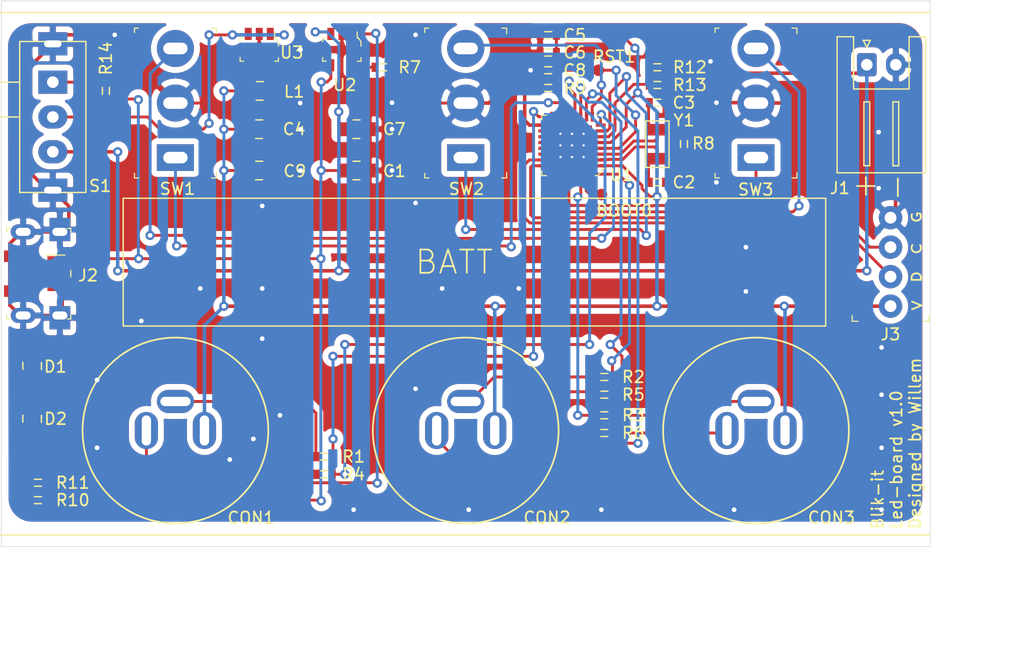
<source format=kicad_pcb>
(kicad_pcb (version 20171130) (host pcbnew "(5.1.9-0-10_14)")

  (general
    (thickness 1.6)
    (drawings 20)
    (tracks 505)
    (zones 0)
    (modules 42)
    (nets 49)
  )

  (page A4)
  (layers
    (0 F.Cu signal hide)
    (31 B.Cu signal hide)
    (32 B.Adhes user)
    (33 F.Adhes user)
    (34 B.Paste user)
    (35 F.Paste user)
    (36 B.SilkS user)
    (37 F.SilkS user)
    (38 B.Mask user)
    (39 F.Mask user)
    (40 Dwgs.User user)
    (41 Cmts.User user)
    (42 Eco1.User user)
    (43 Eco2.User user)
    (44 Edge.Cuts user)
    (45 Margin user)
    (46 B.CrtYd user)
    (47 F.CrtYd user)
    (48 B.Fab user)
    (49 F.Fab user hide)
  )

  (setup
    (last_trace_width 0.25)
    (trace_clearance 0.2)
    (zone_clearance 0.508)
    (zone_45_only no)
    (trace_min 0.2)
    (via_size 0.8)
    (via_drill 0.4)
    (via_min_size 0.4)
    (via_min_drill 0.3)
    (uvia_size 0.3)
    (uvia_drill 0.1)
    (uvias_allowed no)
    (uvia_min_size 0.2)
    (uvia_min_drill 0.1)
    (edge_width 0.05)
    (segment_width 0.2)
    (pcb_text_width 0.3)
    (pcb_text_size 1.5 1.5)
    (mod_edge_width 0.12)
    (mod_text_size 1 1)
    (mod_text_width 0.15)
    (pad_size 2 2.5)
    (pad_drill 0.6)
    (pad_to_mask_clearance 0)
    (aux_axis_origin 0 0)
    (grid_origin 14.986 -9.144)
    (visible_elements FFFFFF7F)
    (pcbplotparams
      (layerselection 0x010f0_ffffffff)
      (usegerberextensions false)
      (usegerberattributes false)
      (usegerberadvancedattributes false)
      (creategerberjobfile false)
      (excludeedgelayer true)
      (linewidth 0.100000)
      (plotframeref false)
      (viasonmask false)
      (mode 1)
      (useauxorigin false)
      (hpglpennumber 1)
      (hpglpenspeed 20)
      (hpglpendiameter 15.000000)
      (psnegative false)
      (psa4output false)
      (plotreference true)
      (plotvalue false)
      (plotinvisibletext false)
      (padsonsilk true)
      (subtractmaskfromsilk false)
      (outputformat 1)
      (mirror false)
      (drillshape 0)
      (scaleselection 1)
      (outputdirectory "gerber/"))
  )

  (net 0 "")
  (net 1 GND)
  (net 2 VBUS)
  (net 3 "Net-(C2-Pad1)")
  (net 4 "Net-(C3-Pad1)")
  (net 5 +3V3)
  (net 6 +BATT)
  (net 7 RST)
  (net 8 "Net-(CON1-Pad1)")
  (net 9 "Net-(CON1-Pad2)")
  (net 10 "Net-(CON2-Pad1)")
  (net 11 "Net-(CON2-Pad2)")
  (net 12 "Net-(CON3-Pad1)")
  (net 13 "Net-(CON3-Pad2)")
  (net 14 "Net-(D1-Pad2)")
  (net 15 "Net-(D2-Pad2)")
  (net 16 "Net-(J2-Pad2)")
  (net 17 "Net-(J2-Pad3)")
  (net 18 SWCLK)
  (net 19 SWDIO)
  (net 20 "Net-(L1-Pad1)")
  (net 21 LED1)
  (net 22 LED2)
  (net 23 LED3)
  (net 24 DET1)
  (net 25 DET2)
  (net 26 DET3)
  (net 27 "Net-(R7-Pad1)")
  (net 28 "Net-(R11-Pad2)")
  (net 29 MEAS_VBATT)
  (net 30 SWITCH12)
  (net 31 SWITCH1)
  (net 32 SWITCH22)
  (net 33 SWITCH2)
  (net 34 SWITCH32)
  (net 35 SWITCH3)
  (net 36 "Net-(U1-Pad25)")
  (net 37 "Net-(U1-Pad15)")
  (net 38 "Net-(U1-Pad18)")
  (net 39 "Net-(U1-Pad19)")
  (net 40 "Net-(U1-Pad20)")
  (net 41 "Net-(U1-Pad21)")
  (net 42 "Net-(U1-Pad22)")
  (net 43 "Net-(U1-Pad26)")
  (net 44 "Net-(R14-Pad1)")
  (net 45 +BATT_SWITCHED)
  (net 46 "Net-(U1-Pad27)")
  (net 47 "Net-(U1-Pad14)")
  (net 48 "Net-(BOOT0-Pad1)")

  (net_class Default "This is the default net class."
    (clearance 0.2)
    (trace_width 0.25)
    (via_dia 0.8)
    (via_drill 0.4)
    (uvia_dia 0.3)
    (uvia_drill 0.1)
    (add_net DET1)
    (add_net DET2)
    (add_net DET3)
    (add_net LED1)
    (add_net LED2)
    (add_net LED3)
    (add_net MEAS_VBATT)
    (add_net "Net-(BOOT0-Pad1)")
    (add_net "Net-(C2-Pad1)")
    (add_net "Net-(C3-Pad1)")
    (add_net "Net-(CON1-Pad1)")
    (add_net "Net-(CON1-Pad2)")
    (add_net "Net-(CON2-Pad1)")
    (add_net "Net-(CON2-Pad2)")
    (add_net "Net-(CON3-Pad1)")
    (add_net "Net-(CON3-Pad2)")
    (add_net "Net-(D1-Pad2)")
    (add_net "Net-(D2-Pad2)")
    (add_net "Net-(J2-Pad2)")
    (add_net "Net-(J2-Pad3)")
    (add_net "Net-(L1-Pad1)")
    (add_net "Net-(R11-Pad2)")
    (add_net "Net-(R14-Pad1)")
    (add_net "Net-(R7-Pad1)")
    (add_net "Net-(U1-Pad14)")
    (add_net "Net-(U1-Pad15)")
    (add_net "Net-(U1-Pad18)")
    (add_net "Net-(U1-Pad19)")
    (add_net "Net-(U1-Pad20)")
    (add_net "Net-(U1-Pad21)")
    (add_net "Net-(U1-Pad22)")
    (add_net "Net-(U1-Pad25)")
    (add_net "Net-(U1-Pad26)")
    (add_net "Net-(U1-Pad27)")
    (add_net RST)
    (add_net SWCLK)
    (add_net SWDIO)
    (add_net SWITCH1)
    (add_net SWITCH12)
    (add_net SWITCH2)
    (add_net SWITCH22)
    (add_net SWITCH3)
    (add_net SWITCH32)
    (add_net VBUS)
  )

  (net_class POWER ""
    (clearance 0.2)
    (trace_width 0.3048)
    (via_dia 0.8)
    (via_drill 0.4)
    (uvia_dia 0.3)
    (uvia_drill 0.1)
    (add_net +3V3)
    (add_net +BATT)
    (add_net +BATT_SWITCHED)
    (add_net GND)
  )

  (module digikey-footprints:SOT-753 (layer F.Cu) (tedit 60355E88) (tstamp 60282101)
    (at 127.254 76.708 180)
    (path /604D4EA0)
    (attr smd)
    (fp_text reference U3 (at -2.794 -0.254) (layer F.SilkS)
      (effects (font (size 1 1) (thickness 0.15)))
    )
    (fp_text value LM3671MF-3.3 (at 0.35 4.025) (layer F.Fab)
      (effects (font (size 1 1) (thickness 0.15)))
    )
    (fp_line (start -1.525 -0.875) (end 1.525 -0.875) (layer F.Fab) (width 0.1))
    (fp_line (start 1.525 -0.875) (end 1.525 0.875) (layer F.Fab) (width 0.1))
    (fp_line (start -1.525 0.625) (end -1.35 0.875) (layer F.Fab) (width 0.1))
    (fp_line (start -1.35 0.875) (end 1.525 0.875) (layer F.Fab) (width 0.1))
    (fp_line (start -1.525 0.625) (end -1.525 -0.875) (layer F.Fab) (width 0.1))
    (fp_line (start -1.65 0.675) (end -1.65 0.3) (layer F.SilkS) (width 0.1))
    (fp_line (start -1.325 1) (end -1.325 1.525) (layer F.SilkS) (width 0.1))
    (fp_line (start -1.425 1) (end -1.325 1) (layer F.SilkS) (width 0.1))
    (fp_line (start -1.65 0.675) (end -1.425 1) (layer F.SilkS) (width 0.1))
    (fp_line (start 1.65 -1) (end 1.65 -0.675) (layer F.SilkS) (width 0.1))
    (fp_line (start 1.35 -1) (end 1.65 -1) (layer F.SilkS) (width 0.1))
    (fp_line (start 1.65 1) (end 1.65 0.7) (layer F.SilkS) (width 0.1))
    (fp_line (start 1.325 1) (end 1.65 1) (layer F.SilkS) (width 0.1))
    (fp_line (start -1.65 -1) (end -1.65 -0.7) (layer F.SilkS) (width 0.1))
    (fp_line (start -1.325 -1) (end -1.65 -1) (layer F.SilkS) (width 0.1))
    (fp_line (start -1.825 -2.125) (end 1.825 -2.125) (layer F.CrtYd) (width 0.05))
    (fp_line (start 1.825 -2.125) (end 1.825 2.125) (layer F.CrtYd) (width 0.05))
    (fp_line (start 1.825 2.125) (end -1.825 2.125) (layer F.CrtYd) (width 0.05))
    (fp_line (start -1.825 2.125) (end -1.825 -2.125) (layer F.CrtYd) (width 0.05))
    (fp_text user %R (at 0 0.1) (layer F.Fab)
      (effects (font (size 0.75 0.75) (thickness 0.075)))
    )
    (pad 1 smd rect (at -0.95 1.35 180) (size 0.6 1.05) (layers F.Cu F.Paste F.Mask)
      (net 45 +BATT_SWITCHED) (solder_mask_margin 0.07))
    (pad 2 smd rect (at 0 1.35 180) (size 0.6 1.05) (layers F.Cu F.Paste F.Mask)
      (net 1 GND) (solder_mask_margin 0.07))
    (pad 3 smd rect (at 0.95 1.35 180) (size 0.6 1.05) (layers F.Cu F.Paste F.Mask)
      (net 45 +BATT_SWITCHED) (solder_mask_margin 0.07))
    (pad 4 smd rect (at 0.95 -1.35 180) (size 0.6 1.05) (layers F.Cu F.Paste F.Mask)
      (net 5 +3V3) (solder_mask_margin 0.07))
    (pad 5 smd rect (at -0.95 -1.35 180) (size 0.6 1.05) (layers F.Cu F.Paste F.Mask)
      (net 20 "Net-(L1-Pad1)") (solder_mask_margin 0.07))
    (model ${KISYS3DMOD}/Package_TO_SOT_SMD.3dshapes/SOT-553.wrl
      (at (xyz 0 0 0))
      (scale (xyz 2 2 2))
      (rotate (xyz 0 0 -90))
    )
  )

  (module digikey-footprints:0603 (layer F.Cu) (tedit 60355CB2) (tstamp 60281914)
    (at 114.046 80.264 270)
    (path /60310C7E)
    (attr smd)
    (fp_text reference R14 (at -2.794 0 270) (layer F.SilkS)
      (effects (font (size 1 1) (thickness 0.15)))
    )
    (fp_text value 0E (at 0 1.9 90) (layer F.Fab)
      (effects (font (size 1 1) (thickness 0.15)))
    )
    (fp_line (start 0.8 -0.4) (end -0.8 -0.4) (layer F.Fab) (width 0.12))
    (fp_line (start 0.8 0.4) (end 0.8 -0.4) (layer F.Fab) (width 0.12))
    (fp_line (start -0.8 0.4) (end 0.8 0.4) (layer F.Fab) (width 0.12))
    (fp_line (start -0.8 -0.4) (end -0.8 0.4) (layer F.Fab) (width 0.12))
    (fp_line (start -0.3 -0.3) (end 0.3 -0.3) (layer F.SilkS) (width 0.12))
    (fp_line (start -0.3 0.3) (end 0.3 0.3) (layer F.SilkS) (width 0.12))
    (fp_line (start -1.25 0.71) (end -1.25 -0.71) (layer F.CrtYd) (width 0.05))
    (fp_line (start 1.11 0.71) (end -1.11 0.71) (layer F.CrtYd) (width 0.05))
    (fp_line (start 1.25 -0.71) (end 1.25 0.71) (layer F.CrtYd) (width 0.05))
    (fp_line (start -1.11 -0.71) (end 1.11 -0.71) (layer F.CrtYd) (width 0.05))
    (fp_line (start -1.11 0.71) (end -1.25 0.71) (layer F.CrtYd) (width 0.05))
    (fp_line (start -1.11 -0.71) (end -1.25 -0.71) (layer F.CrtYd) (width 0.05))
    (fp_line (start 1.11 -0.71) (end 1.25 -0.71) (layer F.CrtYd) (width 0.05))
    (fp_line (start 1.11 0.71) (end 1.25 0.71) (layer F.CrtYd) (width 0.05))
    (pad 1 smd rect (at -0.7 0 270) (size 0.6 0.8) (layers F.Cu F.Paste F.Mask)
      (net 44 "Net-(R14-Pad1)"))
    (pad 2 smd rect (at 0.7 0 270) (size 0.6 0.8) (layers F.Cu F.Paste F.Mask)
      (net 2 VBUS))
    (model ${KISYS3DMOD}/Resistor_SMD.3dshapes/R_0603_1608Metric.wrl
      (at (xyz 0 0 0))
      (scale (xyz 1 1 1))
      (rotate (xyz 0 0 0))
    )
  )

  (module MySymbols:slids_switch_spdt (layer F.Cu) (tedit 60355DF9) (tstamp 60280B19)
    (at 109.474 82.512 270)
    (path /602A1158)
    (fp_text reference S1 (at 5.93842 -4.0767) (layer F.SilkS)
      (effects (font (size 1 1) (thickness 0.15)))
    )
    (fp_text value EG1218 (at 0.5 3.5 90) (layer F.Fab)
      (effects (font (size 1 1) (thickness 0.15)))
    )
    (fp_line (start -6.5 -2.85) (end -6.5 2.85) (layer F.SilkS) (width 0.12))
    (fp_line (start -6.5 2.85) (end 6.5 2.85) (layer F.SilkS) (width 0.12))
    (fp_line (start 6.5 -2.85) (end 6.5 2.85) (layer F.SilkS) (width 0.12))
    (fp_line (start 6.5 -2.85) (end -6.5 -2.85) (layer F.SilkS) (width 0.12))
    (fp_line (start -3 2.85) (end -3 6.85) (layer F.SilkS) (width 0.12))
    (fp_line (start -3 6.85) (end 0 6.85) (layer F.SilkS) (width 0.12))
    (fp_line (start 0 2.85) (end 0 6.85) (layer F.SilkS) (width 0.12))
    (pad SH thru_hole rect (at 6.3 0 270) (size 2 2.5) (drill oval 0.6 1.5) (layers *.Cu *.Mask)
      (net 1 GND))
    (pad SH thru_hole rect (at -6.3 0 270) (size 2 2.5) (drill oval 0.6 1.5) (layers *.Cu *.Mask)
      (net 1 GND))
    (pad 3 thru_hole oval (at 3 0 270) (size 2 2.5) (drill 1) (layers *.Cu *.Mask)
      (net 6 +BATT))
    (pad 2 thru_hole oval (at 0 0 270) (size 2 2.5) (drill 1) (layers *.Cu *.Mask)
      (net 45 +BATT_SWITCHED))
    (pad 1 thru_hole rect (at -3 0 270) (size 2 2.5) (drill 1) (layers *.Cu *.Mask)
      (net 44 "Net-(R14-Pad1)"))
    (model ${KISYS3DMOD}/Button_Switch_THT.3dshapes/SW_CuK_JS202011AQN_DPDT_Angled.wrl
      (offset (xyz -3.5 2 0))
      (scale (xyz 1.4 1.4 1))
      (rotate (xyz 0 0 0))
    )
  )

  (module digikey-footprints:QFN-32-1EP_5x5mm (layer F.Cu) (tedit 60356052) (tstamp 6028031E)
    (at 153.67 84.512 180)
    (path /6032319F)
    (attr smd)
    (fp_text reference U1 (at -4.79044 -2.99862) (layer F.SilkS)
      (effects (font (size 1 1) (thickness 0.15)))
    )
    (fp_text value STM32L031K6Ux (at 0 4.51) (layer F.Fab)
      (effects (font (size 1 1) (thickness 0.15)))
    )
    (fp_line (start 1.98 2.05) (end -3.02 2.05) (layer F.Fab) (width 0.1))
    (fp_line (start 1.98 -2.95) (end 1.98 2.05) (layer F.Fab) (width 0.1))
    (fp_line (start 2.08 2.15) (end 1.68 2.15) (layer F.SilkS) (width 0.1))
    (fp_line (start 2.08 1.75) (end 2.08 2.15) (layer F.SilkS) (width 0.1))
    (fp_line (start 2.08 -3.05) (end 2.08 -2.65) (layer F.SilkS) (width 0.1))
    (fp_line (start 2.08 -3.05) (end 1.68 -3.05) (layer F.SilkS) (width 0.1))
    (fp_line (start -3.12 2.15) (end -3.12 1.75) (layer F.SilkS) (width 0.1))
    (fp_line (start -2.72 2.15) (end -3.12 2.15) (layer F.SilkS) (width 0.1))
    (fp_line (start -2.62 -2.95) (end -3.02 -2.55) (layer F.Fab) (width 0.1))
    (fp_line (start -3.02 -2.55) (end -3.02 2.05) (layer F.Fab) (width 0.1))
    (fp_line (start -2.62 -2.95) (end 1.98 -2.95) (layer F.Fab) (width 0.1))
    (fp_line (start -3.12 -2.45) (end -3.32 -2.45) (layer F.SilkS) (width 0.1))
    (fp_line (start -3.12 -2.65) (end -3.12 -2.45) (layer F.SilkS) (width 0.1))
    (fp_line (start -2.72 -3.05) (end -3.12 -2.65) (layer F.SilkS) (width 0.1))
    (fp_line (start -2.52 -3.05) (end -2.72 -3.05) (layer F.SilkS) (width 0.1))
    (fp_line (start 2.61 2.68) (end -3.65 2.68) (layer F.CrtYd) (width 0.05))
    (fp_line (start 2.61 -3.58) (end -3.65 -3.58) (layer F.CrtYd) (width 0.05))
    (fp_line (start 2.61 -3.58) (end 2.61 2.68) (layer F.CrtYd) (width 0.05))
    (fp_line (start -3.65 2.68) (end -3.65 -3.58) (layer F.CrtYd) (width 0.05))
    (fp_text user %R (at -0.52 -0.45) (layer F.Fab)
      (effects (font (size 1 1) (thickness 0.15)))
    )
    (pad 32 smd rect (at -2.27 -2.925 90) (size 0.85 0.28) (layers F.Cu F.Paste F.Mask)
      (net 22 LED2) (solder_mask_margin 0.07))
    (pad 31 smd rect (at -1.77 -2.925 90) (size 0.85 0.28) (layers F.Cu F.Paste F.Mask)
      (net 48 "Net-(BOOT0-Pad1)") (solder_mask_margin 0.07))
    (pad 30 smd rect (at -1.27 -2.925 90) (size 0.85 0.28) (layers F.Cu F.Paste F.Mask)
      (net 23 LED3) (solder_mask_margin 0.07))
    (pad 29 smd rect (at -0.77 -2.925 90) (size 0.85 0.28) (layers F.Cu F.Paste F.Mask)
      (net 35 SWITCH3) (solder_mask_margin 0.07))
    (pad 28 smd rect (at -0.27 -2.925 90) (size 0.85 0.28) (layers F.Cu F.Paste F.Mask)
      (net 34 SWITCH32) (solder_mask_margin 0.07))
    (pad 27 smd rect (at 0.23 -2.925 90) (size 0.85 0.28) (layers F.Cu F.Paste F.Mask)
      (net 46 "Net-(U1-Pad27)") (solder_mask_margin 0.07))
    (pad 26 smd rect (at 0.73 -2.925 90) (size 0.85 0.28) (layers F.Cu F.Paste F.Mask)
      (net 43 "Net-(U1-Pad26)") (solder_mask_margin 0.07))
    (pad 24 smd rect (at 1.955 -2.2 90) (size 0.28 0.85) (layers F.Cu F.Paste F.Mask)
      (net 18 SWCLK) (solder_mask_margin 0.07))
    (pad 23 smd rect (at 1.955 -1.7 90) (size 0.28 0.85) (layers F.Cu F.Paste F.Mask)
      (net 19 SWDIO) (solder_mask_margin 0.07))
    (pad 22 smd rect (at 1.955 -1.2 90) (size 0.28 0.85) (layers F.Cu F.Paste F.Mask)
      (net 42 "Net-(U1-Pad22)") (solder_mask_margin 0.07))
    (pad 21 smd rect (at 1.955 -0.7 90) (size 0.28 0.85) (layers F.Cu F.Paste F.Mask)
      (net 41 "Net-(U1-Pad21)") (solder_mask_margin 0.07))
    (pad 20 smd rect (at 1.955 -0.2 90) (size 0.28 0.85) (layers F.Cu F.Paste F.Mask)
      (net 40 "Net-(U1-Pad20)") (solder_mask_margin 0.07))
    (pad 19 smd rect (at 1.955 0.3 90) (size 0.28 0.85) (layers F.Cu F.Paste F.Mask)
      (net 39 "Net-(U1-Pad19)") (solder_mask_margin 0.07))
    (pad 18 smd rect (at 1.955 0.8 90) (size 0.28 0.85) (layers F.Cu F.Paste F.Mask)
      (net 38 "Net-(U1-Pad18)") (solder_mask_margin 0.07))
    (pad 16 smd rect (at 1.23 2.025 90) (size 0.85 0.28) (layers F.Cu F.Paste F.Mask)
      (net 21 LED1) (solder_mask_margin 0.07))
    (pad 15 smd rect (at 0.73 2.025 90) (size 0.85 0.28) (layers F.Cu F.Paste F.Mask)
      (net 37 "Net-(U1-Pad15)") (solder_mask_margin 0.07))
    (pad 14 smd rect (at 0.23 2.025 90) (size 0.85 0.28) (layers F.Cu F.Paste F.Mask)
      (net 47 "Net-(U1-Pad14)") (solder_mask_margin 0.07))
    (pad 13 smd rect (at -0.27 2.025 90) (size 0.85 0.28) (layers F.Cu F.Paste F.Mask)
      (net 31 SWITCH1) (solder_mask_margin 0.07))
    (pad 12 smd rect (at -0.77 2.025 90) (size 0.85 0.28) (layers F.Cu F.Paste F.Mask)
      (net 24 DET1) (solder_mask_margin 0.07))
    (pad 11 smd rect (at -1.27 2.025 90) (size 0.85 0.28) (layers F.Cu F.Paste F.Mask)
      (net 25 DET2) (solder_mask_margin 0.07))
    (pad 10 smd rect (at -1.77 2.025 90) (size 0.85 0.28) (layers F.Cu F.Paste F.Mask)
      (net 26 DET3) (solder_mask_margin 0.07))
    (pad 8 smd rect (at -2.995 1.3 90) (size 0.28 0.85) (layers F.Cu F.Paste F.Mask)
      (net 30 SWITCH12) (solder_mask_margin 0.07))
    (pad 7 smd rect (at -2.995 0.8 90) (size 0.28 0.85) (layers F.Cu F.Paste F.Mask)
      (net 33 SWITCH2) (solder_mask_margin 0.07))
    (pad 6 smd rect (at -2.995 0.3 90) (size 0.28 0.85) (layers F.Cu F.Paste F.Mask)
      (net 29 MEAS_VBATT) (solder_mask_margin 0.07))
    (pad 5 smd rect (at -2.995 -0.2 90) (size 0.28 0.85) (layers F.Cu F.Paste F.Mask)
      (net 5 +3V3) (solder_mask_margin 0.07))
    (pad 4 smd rect (at -2.995 -0.7 90) (size 0.28 0.85) (layers F.Cu F.Paste F.Mask)
      (net 7 RST) (solder_mask_margin 0.07))
    (pad 3 smd rect (at -2.995 -1.2 90) (size 0.28 0.85) (layers F.Cu F.Paste F.Mask)
      (net 4 "Net-(C3-Pad1)") (solder_mask_margin 0.07))
    (pad 2 smd rect (at -2.995 -1.7 90) (size 0.28 0.85) (layers F.Cu F.Paste F.Mask)
      (net 3 "Net-(C2-Pad1)") (solder_mask_margin 0.07))
    (pad 1 smd rect (at -2.995 -2.2 90) (size 0.28 0.85) (layers F.Cu F.Paste F.Mask)
      (net 5 +3V3) (solder_mask_margin 0.07))
    (pad 33 thru_hole circle (at -1.52 0.55 90) (size 0.2 0.2) (drill 0.2) (layers *.Cu *.Mask)
      (net 1 GND) (solder_mask_margin 0.1))
    (pad 33 thru_hole circle (at -1.52 -0.45 90) (size 0.2 0.2) (drill 0.2) (layers *.Cu *.Mask)
      (net 1 GND) (solder_mask_margin 0.1))
    (pad 33 thru_hole circle (at -1.52 -1.45 90) (size 0.2 0.2) (drill 0.2) (layers *.Cu *.Mask)
      (net 1 GND) (solder_mask_margin 0.1))
    (pad 33 thru_hole circle (at -0.52 0.55 90) (size 0.2 0.2) (drill 0.2) (layers *.Cu *.Mask)
      (net 1 GND) (solder_mask_margin 0.1))
    (pad 33 thru_hole circle (at -0.52 -0.45 90) (size 0.2 0.2) (drill 0.2) (layers *.Cu *.Mask)
      (net 1 GND) (solder_mask_margin 0.1))
    (pad 33 thru_hole circle (at -0.52 -1.45 90) (size 0.2 0.2) (drill 0.2) (layers *.Cu *.Mask)
      (net 1 GND) (solder_mask_margin 0.1))
    (pad 33 thru_hole circle (at 0.48 0.55 90) (size 0.2 0.2) (drill 0.2) (layers *.Cu *.Mask)
      (net 1 GND) (solder_mask_margin 0.1))
    (pad 33 thru_hole circle (at 0.48 -0.45 90) (size 0.2 0.2) (drill 0.2) (layers *.Cu *.Mask)
      (net 1 GND) (solder_mask_margin 0.1))
    (pad 33 thru_hole circle (at 0.48 -1.45 90) (size 0.2 0.2) (drill 0.2) (layers *.Cu *.Mask)
      (net 1 GND) (solder_mask_margin 0.1))
    (pad 33 smd rect (at -0.52 -0.45 90) (size 3.45 3.45) (layers F.Cu F.Paste F.Mask)
      (net 1 GND))
    (pad 9 smd rect (at -2.27 2.025 90) (size 0.85 0.28) (layers F.Cu F.Paste F.Mask)
      (net 32 SWITCH22) (solder_mask_margin 0.07))
    (pad 17 smd rect (at 1.955 1.3 90) (size 0.28 0.85) (layers F.Cu F.Paste F.Mask)
      (net 5 +3V3) (solder_mask_margin 0.07))
    (pad 25 smd rect (at 1.23 -2.925 90) (size 0.85 0.28) (layers F.Cu F.Paste F.Mask)
      (net 36 "Net-(U1-Pad25)") (solder_mask_margin 0.07))
    (model ${KISYS3DMOD}/Package_DFN_QFN.3dshapes/QFN-32-1EP_5x5mm_P0.5mm_EP3.3x3.3mm.wrl
      (offset (xyz -0.5 0.5 0))
      (scale (xyz 1 1 1))
      (rotate (xyz 0 0 0))
    )
  )

  (module MySymbols:3,5mm_straight_circular (layer F.Cu) (tedit 60355876) (tstamp 6027EEB4)
    (at 170.034 109.512)
    (path /6021F7DC)
    (fp_text reference CON3 (at 6.5 7.5) (layer F.SilkS)
      (effects (font (size 1 1) (thickness 0.15)))
    )
    (fp_text value SJ1-3523N (at 0 3) (layer F.Fab)
      (effects (font (size 1 1) (thickness 0.15)))
    )
    (fp_circle (center 0 0) (end 8 0) (layer F.SilkS) (width 0.15))
    (pad 3 thru_hole oval (at 2.5 0 90) (size 3.2 2) (drill oval 2.6 0.8) (layers *.Cu *.Mask)
      (net 5 +3V3) (die_length 1))
    (pad 2 thru_hole oval (at -2.5 0 90) (size 3.2 2) (drill oval 2.6 0.8) (layers *.Cu *.Mask)
      (net 13 "Net-(CON3-Pad2)") (die_length 1))
    (pad 1 thru_hole oval (at 0 -2.5) (size 3.2 2) (drill oval 2.6 0.8) (layers *.Cu *.Mask)
      (net 12 "Net-(CON3-Pad1)") (die_length 1))
  )

  (module MySymbols:3,5mm_straight_circular locked (layer F.Cu) (tedit 60355876) (tstamp 6027EEAD)
    (at 145.034 109.512)
    (path /6021DB86)
    (fp_text reference CON2 (at 7 7.5) (layer F.SilkS)
      (effects (font (size 1 1) (thickness 0.15)))
    )
    (fp_text value SJ1-3523N (at 0 3) (layer F.Fab)
      (effects (font (size 1 1) (thickness 0.15)))
    )
    (fp_circle (center 0 0) (end 8 0) (layer F.SilkS) (width 0.15))
    (pad 3 thru_hole oval (at 2.5 0 90) (size 3.2 2) (drill oval 2.6 0.8) (layers *.Cu *.Mask)
      (net 5 +3V3) (die_length 1))
    (pad 2 thru_hole oval (at -2.5 0 90) (size 3.2 2) (drill oval 2.6 0.8) (layers *.Cu *.Mask)
      (net 11 "Net-(CON2-Pad2)") (die_length 1))
    (pad 1 thru_hole oval (at 0 -2.5) (size 3.2 2) (drill oval 2.6 0.8) (layers *.Cu *.Mask)
      (net 10 "Net-(CON2-Pad1)") (die_length 1))
  )

  (module MySymbols:3,5mm_straight_circular (layer F.Cu) (tedit 60355876) (tstamp 6027EEA6)
    (at 120.034 109.512)
    (path /6021CA8A)
    (fp_text reference CON1 (at 6.51134 7.51596) (layer F.SilkS)
      (effects (font (size 1 1) (thickness 0.15)))
    )
    (fp_text value SJ1-3523N (at 0 3) (layer F.Fab)
      (effects (font (size 1 1) (thickness 0.15)))
    )
    (fp_circle (center 0 0) (end 8 0) (layer F.SilkS) (width 0.15))
    (pad 3 thru_hole oval (at 2.5 0 90) (size 3.2 2) (drill oval 2.6 0.8) (layers *.Cu *.Mask)
      (net 5 +3V3) (die_length 1))
    (pad 2 thru_hole oval (at -2.5 0 90) (size 3.2 2) (drill oval 2.6 0.8) (layers *.Cu *.Mask)
      (net 9 "Net-(CON1-Pad2)") (die_length 1))
    (pad 1 thru_hole oval (at 0 -2.5) (size 3.2 2) (drill oval 2.6 0.8) (layers *.Cu *.Mask)
      (net 8 "Net-(CON1-Pad1)") (die_length 1))
  )

  (module digikey-footprints:0603 (layer F.Cu) (tedit 60355CB2) (tstamp 6021C071)
    (at 161.544 88.138)
    (path /603CA5B8)
    (attr smd)
    (fp_text reference C2 (at 2.286 0) (layer F.SilkS)
      (effects (font (size 1 1) (thickness 0.15)))
    )
    (fp_text value 4,3pF (at 0 1.9) (layer F.Fab)
      (effects (font (size 1 1) (thickness 0.15)))
    )
    (fp_line (start 0.8 -0.4) (end -0.8 -0.4) (layer F.Fab) (width 0.12))
    (fp_line (start 0.8 0.4) (end 0.8 -0.4) (layer F.Fab) (width 0.12))
    (fp_line (start -0.8 0.4) (end 0.8 0.4) (layer F.Fab) (width 0.12))
    (fp_line (start -0.8 -0.4) (end -0.8 0.4) (layer F.Fab) (width 0.12))
    (fp_line (start -0.3 -0.3) (end 0.3 -0.3) (layer F.SilkS) (width 0.12))
    (fp_line (start -0.3 0.3) (end 0.3 0.3) (layer F.SilkS) (width 0.12))
    (fp_line (start -1.25 0.71) (end -1.25 -0.71) (layer F.CrtYd) (width 0.05))
    (fp_line (start 1.11 0.71) (end -1.11 0.71) (layer F.CrtYd) (width 0.05))
    (fp_line (start 1.25 -0.71) (end 1.25 0.71) (layer F.CrtYd) (width 0.05))
    (fp_line (start -1.11 -0.71) (end 1.11 -0.71) (layer F.CrtYd) (width 0.05))
    (fp_line (start -1.11 0.71) (end -1.25 0.71) (layer F.CrtYd) (width 0.05))
    (fp_line (start -1.11 -0.71) (end -1.25 -0.71) (layer F.CrtYd) (width 0.05))
    (fp_line (start 1.11 -0.71) (end 1.25 -0.71) (layer F.CrtYd) (width 0.05))
    (fp_line (start 1.11 0.71) (end 1.25 0.71) (layer F.CrtYd) (width 0.05))
    (pad 1 smd rect (at -0.7 0) (size 0.6 0.8) (layers F.Cu F.Paste F.Mask)
      (net 3 "Net-(C2-Pad1)"))
    (pad 2 smd rect (at 0.7 0) (size 0.6 0.8) (layers F.Cu F.Paste F.Mask)
      (net 1 GND))
    (model ${KISYS3DMOD}/Resistor_SMD.3dshapes/R_0603_1608Metric.wrl
      (at (xyz 0 0 0))
      (scale (xyz 1 1 1))
      (rotate (xyz 0 0 0))
    )
  )

  (module digikey-footprints:0603 (layer F.Cu) (tedit 60355CB2) (tstamp 6021C085)
    (at 161.544 81.28)
    (path /603CB8C0)
    (attr smd)
    (fp_text reference C3 (at 2.286 0) (layer F.SilkS)
      (effects (font (size 1 1) (thickness 0.15)))
    )
    (fp_text value 4,3pF (at 0 1.9) (layer F.Fab)
      (effects (font (size 1 1) (thickness 0.15)))
    )
    (fp_line (start 0.8 -0.4) (end -0.8 -0.4) (layer F.Fab) (width 0.12))
    (fp_line (start 0.8 0.4) (end 0.8 -0.4) (layer F.Fab) (width 0.12))
    (fp_line (start -0.8 0.4) (end 0.8 0.4) (layer F.Fab) (width 0.12))
    (fp_line (start -0.8 -0.4) (end -0.8 0.4) (layer F.Fab) (width 0.12))
    (fp_line (start -0.3 -0.3) (end 0.3 -0.3) (layer F.SilkS) (width 0.12))
    (fp_line (start -0.3 0.3) (end 0.3 0.3) (layer F.SilkS) (width 0.12))
    (fp_line (start -1.25 0.71) (end -1.25 -0.71) (layer F.CrtYd) (width 0.05))
    (fp_line (start 1.11 0.71) (end -1.11 0.71) (layer F.CrtYd) (width 0.05))
    (fp_line (start 1.25 -0.71) (end 1.25 0.71) (layer F.CrtYd) (width 0.05))
    (fp_line (start -1.11 -0.71) (end 1.11 -0.71) (layer F.CrtYd) (width 0.05))
    (fp_line (start -1.11 0.71) (end -1.25 0.71) (layer F.CrtYd) (width 0.05))
    (fp_line (start -1.11 -0.71) (end -1.25 -0.71) (layer F.CrtYd) (width 0.05))
    (fp_line (start 1.11 -0.71) (end 1.25 -0.71) (layer F.CrtYd) (width 0.05))
    (fp_line (start 1.11 0.71) (end 1.25 0.71) (layer F.CrtYd) (width 0.05))
    (pad 1 smd rect (at -0.7 0) (size 0.6 0.8) (layers F.Cu F.Paste F.Mask)
      (net 4 "Net-(C3-Pad1)"))
    (pad 2 smd rect (at 0.7 0) (size 0.6 0.8) (layers F.Cu F.Paste F.Mask)
      (net 1 GND))
    (model ${KISYS3DMOD}/Resistor_SMD.3dshapes/R_0603_1608Metric.wrl
      (at (xyz 0 0 0))
      (scale (xyz 1 1 1))
      (rotate (xyz 0 0 0))
    )
  )

  (module digikey-footprints:0603 (layer F.Cu) (tedit 60355CB2) (tstamp 6021C0AC)
    (at 152.146 75.464 180)
    (path /603022A1)
    (attr smd)
    (fp_text reference C5 (at -2.286 0 180) (layer F.SilkS)
      (effects (font (size 1 1) (thickness 0.15)))
    )
    (fp_text value 100nF (at 0 1.9) (layer F.Fab)
      (effects (font (size 1 1) (thickness 0.15)))
    )
    (fp_line (start 0.8 -0.4) (end -0.8 -0.4) (layer F.Fab) (width 0.12))
    (fp_line (start 0.8 0.4) (end 0.8 -0.4) (layer F.Fab) (width 0.12))
    (fp_line (start -0.8 0.4) (end 0.8 0.4) (layer F.Fab) (width 0.12))
    (fp_line (start -0.8 -0.4) (end -0.8 0.4) (layer F.Fab) (width 0.12))
    (fp_line (start -0.3 -0.3) (end 0.3 -0.3) (layer F.SilkS) (width 0.12))
    (fp_line (start -0.3 0.3) (end 0.3 0.3) (layer F.SilkS) (width 0.12))
    (fp_line (start -1.25 0.71) (end -1.25 -0.71) (layer F.CrtYd) (width 0.05))
    (fp_line (start 1.11 0.71) (end -1.11 0.71) (layer F.CrtYd) (width 0.05))
    (fp_line (start 1.25 -0.71) (end 1.25 0.71) (layer F.CrtYd) (width 0.05))
    (fp_line (start -1.11 -0.71) (end 1.11 -0.71) (layer F.CrtYd) (width 0.05))
    (fp_line (start -1.11 0.71) (end -1.25 0.71) (layer F.CrtYd) (width 0.05))
    (fp_line (start -1.11 -0.71) (end -1.25 -0.71) (layer F.CrtYd) (width 0.05))
    (fp_line (start 1.11 -0.71) (end 1.25 -0.71) (layer F.CrtYd) (width 0.05))
    (fp_line (start 1.11 0.71) (end 1.25 0.71) (layer F.CrtYd) (width 0.05))
    (pad 1 smd rect (at -0.7 0 180) (size 0.6 0.8) (layers F.Cu F.Paste F.Mask)
      (net 5 +3V3))
    (pad 2 smd rect (at 0.7 0 180) (size 0.6 0.8) (layers F.Cu F.Paste F.Mask)
      (net 1 GND))
    (model ${KISYS3DMOD}/Resistor_SMD.3dshapes/R_0603_1608Metric.wrl
      (at (xyz 0 0 0))
      (scale (xyz 1 1 1))
      (rotate (xyz 0 0 0))
    )
  )

  (module digikey-footprints:0603 (layer F.Cu) (tedit 60355CB2) (tstamp 6021C0C0)
    (at 152.146 76.962 180)
    (path /603026D2)
    (attr smd)
    (fp_text reference C6 (at -2.286 0) (layer F.SilkS)
      (effects (font (size 1 1) (thickness 0.15)))
    )
    (fp_text value 100nF (at 0 1.9) (layer F.Fab)
      (effects (font (size 1 1) (thickness 0.15)))
    )
    (fp_line (start 0.8 -0.4) (end -0.8 -0.4) (layer F.Fab) (width 0.12))
    (fp_line (start 0.8 0.4) (end 0.8 -0.4) (layer F.Fab) (width 0.12))
    (fp_line (start -0.8 0.4) (end 0.8 0.4) (layer F.Fab) (width 0.12))
    (fp_line (start -0.8 -0.4) (end -0.8 0.4) (layer F.Fab) (width 0.12))
    (fp_line (start -0.3 -0.3) (end 0.3 -0.3) (layer F.SilkS) (width 0.12))
    (fp_line (start -0.3 0.3) (end 0.3 0.3) (layer F.SilkS) (width 0.12))
    (fp_line (start -1.25 0.71) (end -1.25 -0.71) (layer F.CrtYd) (width 0.05))
    (fp_line (start 1.11 0.71) (end -1.11 0.71) (layer F.CrtYd) (width 0.05))
    (fp_line (start 1.25 -0.71) (end 1.25 0.71) (layer F.CrtYd) (width 0.05))
    (fp_line (start -1.11 -0.71) (end 1.11 -0.71) (layer F.CrtYd) (width 0.05))
    (fp_line (start -1.11 0.71) (end -1.25 0.71) (layer F.CrtYd) (width 0.05))
    (fp_line (start -1.11 -0.71) (end -1.25 -0.71) (layer F.CrtYd) (width 0.05))
    (fp_line (start 1.11 -0.71) (end 1.25 -0.71) (layer F.CrtYd) (width 0.05))
    (fp_line (start 1.11 0.71) (end 1.25 0.71) (layer F.CrtYd) (width 0.05))
    (pad 1 smd rect (at -0.7 0 180) (size 0.6 0.8) (layers F.Cu F.Paste F.Mask)
      (net 5 +3V3))
    (pad 2 smd rect (at 0.7 0 180) (size 0.6 0.8) (layers F.Cu F.Paste F.Mask)
      (net 1 GND))
    (model ${KISYS3DMOD}/Resistor_SMD.3dshapes/R_0603_1608Metric.wrl
      (at (xyz 0 0 0))
      (scale (xyz 1 1 1))
      (rotate (xyz 0 0 0))
    )
  )

  (module digikey-footprints:0603 (layer F.Cu) (tedit 60355CB2) (tstamp 6021C0E7)
    (at 152.146 78.486 180)
    (path /602F7127)
    (attr smd)
    (fp_text reference C8 (at -2.286 0) (layer F.SilkS)
      (effects (font (size 1 1) (thickness 0.15)))
    )
    (fp_text value 100nF (at 0 1.9) (layer F.Fab)
      (effects (font (size 1 1) (thickness 0.15)))
    )
    (fp_line (start 0.8 -0.4) (end -0.8 -0.4) (layer F.Fab) (width 0.12))
    (fp_line (start 0.8 0.4) (end 0.8 -0.4) (layer F.Fab) (width 0.12))
    (fp_line (start -0.8 0.4) (end 0.8 0.4) (layer F.Fab) (width 0.12))
    (fp_line (start -0.8 -0.4) (end -0.8 0.4) (layer F.Fab) (width 0.12))
    (fp_line (start -0.3 -0.3) (end 0.3 -0.3) (layer F.SilkS) (width 0.12))
    (fp_line (start -0.3 0.3) (end 0.3 0.3) (layer F.SilkS) (width 0.12))
    (fp_line (start -1.25 0.71) (end -1.25 -0.71) (layer F.CrtYd) (width 0.05))
    (fp_line (start 1.11 0.71) (end -1.11 0.71) (layer F.CrtYd) (width 0.05))
    (fp_line (start 1.25 -0.71) (end 1.25 0.71) (layer F.CrtYd) (width 0.05))
    (fp_line (start -1.11 -0.71) (end 1.11 -0.71) (layer F.CrtYd) (width 0.05))
    (fp_line (start -1.11 0.71) (end -1.25 0.71) (layer F.CrtYd) (width 0.05))
    (fp_line (start -1.11 -0.71) (end -1.25 -0.71) (layer F.CrtYd) (width 0.05))
    (fp_line (start 1.11 -0.71) (end 1.25 -0.71) (layer F.CrtYd) (width 0.05))
    (fp_line (start 1.11 0.71) (end 1.25 0.71) (layer F.CrtYd) (width 0.05))
    (pad 1 smd rect (at -0.7 0 180) (size 0.6 0.8) (layers F.Cu F.Paste F.Mask)
      (net 7 RST))
    (pad 2 smd rect (at 0.7 0 180) (size 0.6 0.8) (layers F.Cu F.Paste F.Mask)
      (net 1 GND))
    (model ${KISYS3DMOD}/Resistor_SMD.3dshapes/R_0603_1608Metric.wrl
      (at (xyz 0 0 0))
      (scale (xyz 1 1 1))
      (rotate (xyz 0 0 0))
    )
  )

  (module digikey-footprints:0805 (layer F.Cu) (tedit 60355FDF) (tstamp 6021C16A)
    (at 107.69288 103.962 270)
    (path /602A57C9)
    (attr smd)
    (fp_text reference D1 (at 0.05 -2) (layer F.SilkS)
      (effects (font (size 1 1) (thickness 0.15)))
    )
    (fp_text value LED (at 0 1.95 90) (layer F.Fab)
      (effects (font (size 1 1) (thickness 0.15)))
    )
    (fp_line (start -0.95 -0.675) (end -0.95 0.675) (layer F.Fab) (width 0.12))
    (fp_line (start 0.95 -0.675) (end 0.95 0.675) (layer F.Fab) (width 0.12))
    (fp_line (start -0.95 -0.68) (end 0.95 -0.68) (layer F.Fab) (width 0.12))
    (fp_line (start -0.95 0.68) (end 0.95 0.68) (layer F.Fab) (width 0.12))
    (fp_line (start -0.3 -0.8) (end 0.3 -0.8) (layer F.SilkS) (width 0.12))
    (fp_line (start -0.32 0.8) (end 0.28 0.8) (layer F.SilkS) (width 0.12))
    (fp_line (start -1.9 0.93) (end -1.9 -0.93) (layer F.CrtYd) (width 0.05))
    (fp_line (start 1.9 0.93) (end 1.9 -0.93) (layer F.CrtYd) (width 0.05))
    (fp_line (start -1.9 -0.93) (end 1.9 -0.93) (layer F.CrtYd) (width 0.05))
    (fp_line (start -1.9 0.93) (end 1.9 0.93) (layer F.CrtYd) (width 0.05))
    (pad 1 smd rect (at -1.05 0 270) (size 1.2 1.2) (layers F.Cu F.Paste F.Mask)
      (net 1 GND))
    (pad 2 smd rect (at 1.05 0 270) (size 1.2 1.2) (layers F.Cu F.Paste F.Mask)
      (net 14 "Net-(D1-Pad2)"))
  )

  (module digikey-footprints:0805 (layer F.Cu) (tedit 60355FDF) (tstamp 6021C17A)
    (at 107.69288 108.512 270)
    (path /602A475E)
    (attr smd)
    (fp_text reference D2 (at -0.00574 -2.01988) (layer F.SilkS)
      (effects (font (size 1 1) (thickness 0.15)))
    )
    (fp_text value LED (at 0 1.95 90) (layer F.Fab)
      (effects (font (size 1 1) (thickness 0.15)))
    )
    (fp_line (start -0.95 -0.675) (end -0.95 0.675) (layer F.Fab) (width 0.12))
    (fp_line (start 0.95 -0.675) (end 0.95 0.675) (layer F.Fab) (width 0.12))
    (fp_line (start -0.95 -0.68) (end 0.95 -0.68) (layer F.Fab) (width 0.12))
    (fp_line (start -0.95 0.68) (end 0.95 0.68) (layer F.Fab) (width 0.12))
    (fp_line (start -0.3 -0.8) (end 0.3 -0.8) (layer F.SilkS) (width 0.12))
    (fp_line (start -0.32 0.8) (end 0.28 0.8) (layer F.SilkS) (width 0.12))
    (fp_line (start -1.9 0.93) (end -1.9 -0.93) (layer F.CrtYd) (width 0.05))
    (fp_line (start 1.9 0.93) (end 1.9 -0.93) (layer F.CrtYd) (width 0.05))
    (fp_line (start -1.9 -0.93) (end 1.9 -0.93) (layer F.CrtYd) (width 0.05))
    (fp_line (start -1.9 0.93) (end 1.9 0.93) (layer F.CrtYd) (width 0.05))
    (pad 1 smd rect (at -1.05 0 270) (size 1.2 1.2) (layers F.Cu F.Paste F.Mask)
      (net 1 GND))
    (pad 2 smd rect (at 1.05 0 270) (size 1.2 1.2) (layers F.Cu F.Paste F.Mask)
      (net 15 "Net-(D2-Pad2)"))
  )

  (module Connector_JST:JST_XH_S2B-XH-A_1x02_P2.50mm_Horizontal (layer F.Cu) (tedit 5C281475) (tstamp 6021C1A6)
    (at 179.578 78.012)
    (descr "JST XH series connector, S2B-XH-A (http://www.jst-mfg.com/product/pdf/eng/eXH.pdf), generated with kicad-footprint-generator")
    (tags "connector JST XH horizontal")
    (path /60232097)
    (fp_text reference J1 (at -2.32918 10.62384) (layer F.SilkS)
      (effects (font (size 1 1) (thickness 0.15)))
    )
    (fp_text value Conn_01x02_Male (at 1.25 10.4) (layer F.Fab)
      (effects (font (size 1 1) (thickness 0.15)))
    )
    (fp_line (start -2.95 -2.8) (end -2.95 9.7) (layer F.CrtYd) (width 0.05))
    (fp_line (start -2.95 9.7) (end 5.45 9.7) (layer F.CrtYd) (width 0.05))
    (fp_line (start 5.45 9.7) (end 5.45 -2.8) (layer F.CrtYd) (width 0.05))
    (fp_line (start 5.45 -2.8) (end -2.95 -2.8) (layer F.CrtYd) (width 0.05))
    (fp_line (start 1.25 9.31) (end -2.56 9.31) (layer F.SilkS) (width 0.12))
    (fp_line (start -2.56 9.31) (end -2.56 -2.41) (layer F.SilkS) (width 0.12))
    (fp_line (start -2.56 -2.41) (end -1.14 -2.41) (layer F.SilkS) (width 0.12))
    (fp_line (start -1.14 -2.41) (end -1.14 2.09) (layer F.SilkS) (width 0.12))
    (fp_line (start -1.14 2.09) (end 1.25 2.09) (layer F.SilkS) (width 0.12))
    (fp_line (start 1.25 9.31) (end 5.06 9.31) (layer F.SilkS) (width 0.12))
    (fp_line (start 5.06 9.31) (end 5.06 -2.41) (layer F.SilkS) (width 0.12))
    (fp_line (start 5.06 -2.41) (end 3.64 -2.41) (layer F.SilkS) (width 0.12))
    (fp_line (start 3.64 -2.41) (end 3.64 2.09) (layer F.SilkS) (width 0.12))
    (fp_line (start 3.64 2.09) (end 1.25 2.09) (layer F.SilkS) (width 0.12))
    (fp_line (start 1.25 9.2) (end -2.45 9.2) (layer F.Fab) (width 0.1))
    (fp_line (start -2.45 9.2) (end -2.45 -2.3) (layer F.Fab) (width 0.1))
    (fp_line (start -2.45 -2.3) (end -1.25 -2.3) (layer F.Fab) (width 0.1))
    (fp_line (start -1.25 -2.3) (end -1.25 2.2) (layer F.Fab) (width 0.1))
    (fp_line (start -1.25 2.2) (end 1.25 2.2) (layer F.Fab) (width 0.1))
    (fp_line (start 1.25 9.2) (end 4.95 9.2) (layer F.Fab) (width 0.1))
    (fp_line (start 4.95 9.2) (end 4.95 -2.3) (layer F.Fab) (width 0.1))
    (fp_line (start 4.95 -2.3) (end 3.75 -2.3) (layer F.Fab) (width 0.1))
    (fp_line (start 3.75 -2.3) (end 3.75 2.2) (layer F.Fab) (width 0.1))
    (fp_line (start 3.75 2.2) (end 1.25 2.2) (layer F.Fab) (width 0.1))
    (fp_line (start -0.25 3.2) (end -0.25 8.7) (layer F.SilkS) (width 0.12))
    (fp_line (start -0.25 8.7) (end 0.25 8.7) (layer F.SilkS) (width 0.12))
    (fp_line (start 0.25 8.7) (end 0.25 3.2) (layer F.SilkS) (width 0.12))
    (fp_line (start 0.25 3.2) (end -0.25 3.2) (layer F.SilkS) (width 0.12))
    (fp_line (start 2.25 3.2) (end 2.25 8.7) (layer F.SilkS) (width 0.12))
    (fp_line (start 2.25 8.7) (end 2.75 8.7) (layer F.SilkS) (width 0.12))
    (fp_line (start 2.75 8.7) (end 2.75 3.2) (layer F.SilkS) (width 0.12))
    (fp_line (start 2.75 3.2) (end 2.25 3.2) (layer F.SilkS) (width 0.12))
    (fp_line (start 0 -1.5) (end -0.3 -2.1) (layer F.SilkS) (width 0.12))
    (fp_line (start -0.3 -2.1) (end 0.3 -2.1) (layer F.SilkS) (width 0.12))
    (fp_line (start 0.3 -2.1) (end 0 -1.5) (layer F.SilkS) (width 0.12))
    (fp_line (start -0.625 2.2) (end 0 1.2) (layer F.Fab) (width 0.1))
    (fp_line (start 0 1.2) (end 0.625 2.2) (layer F.Fab) (width 0.1))
    (fp_text user %R (at 1.25 3.45) (layer F.Fab)
      (effects (font (size 1 1) (thickness 0.15)))
    )
    (pad 2 thru_hole oval (at 2.5 0) (size 1.7 2) (drill 1) (layers *.Cu *.Mask)
      (net 1 GND))
    (pad 1 thru_hole roundrect (at 0 0) (size 1.7 2) (drill 1) (layers *.Cu *.Mask) (roundrect_rratio 0.1470588235294118)
      (net 6 +BATT))
    (model ${KISYS3DMOD}/Connector_JST.3dshapes/JST_XH_S2B-XH-A_1x02_P2.50mm_Horizontal.wrl
      (at (xyz 0 0 0))
      (scale (xyz 1 1 1))
      (rotate (xyz 0 0 0))
    )
  )

  (module digikey-footprints:PinHeader_1x4_P2.54mm_Drill1.02mm (layer F.Cu) (tedit 5A43C936) (tstamp 6021C1DC)
    (at 181.62016 98.80346 90)
    (descr http://www.molex.com/pdm_docs/sd/022232031_sd.pdf)
    (path /6023E390)
    (fp_text reference J3 (at -2.43332 -0.00762) (layer F.SilkS)
      (effects (font (size 1 1) (thickness 0.15)))
    )
    (fp_text value Conn_01x04 (at 4.08 4.52 90) (layer F.Fab)
      (effects (font (size 1 1) (thickness 0.15)))
    )
    (fp_line (start 9.06 -3.42) (end 9.06 3.42) (layer F.CrtYd) (width 0.05))
    (fp_line (start 8.81 -3.17) (end 8.81 3.17) (layer F.Fab) (width 0.1))
    (fp_line (start -1.2 3.17) (end 8.81 3.17) (layer F.Fab) (width 0.1))
    (fp_line (start 9.06 3.42) (end -1.45 3.42) (layer F.CrtYd) (width 0.05))
    (fp_line (start -1.45 -3.42) (end -1.45 3.42) (layer F.CrtYd) (width 0.05))
    (fp_line (start 9.06 -3.42) (end -1.45 -3.42) (layer F.CrtYd) (width 0.05))
    (fp_line (start -1.3 -3.3) (end -1.3 -2.8) (layer F.SilkS) (width 0.1))
    (fp_line (start -1.3 -3.3) (end -0.8 -3.3) (layer F.SilkS) (width 0.1))
    (fp_line (start -1.3 3.3) (end -1.3 2.8) (layer F.SilkS) (width 0.1))
    (fp_line (start -1.3 3.3) (end -0.8 3.3) (layer F.SilkS) (width 0.1))
    (fp_line (start -1.2 -3.17) (end -1.2 3.17) (layer F.Fab) (width 0.1))
    (fp_line (start -1.2 -3.17) (end 8.81 -3.17) (layer F.Fab) (width 0.1))
    (fp_text user %R (at 4.17 0 90) (layer F.Fab)
      (effects (font (size 1 1) (thickness 0.15)))
    )
    (pad 4 thru_hole circle (at 7.62 0 90) (size 2.02 2.02) (drill 1.02) (layers *.Cu *.Mask)
      (net 1 GND))
    (pad 3 thru_hole circle (at 5.08 0 90) (size 2.02 2.02) (drill 1.02) (layers *.Cu *.Mask)
      (net 18 SWCLK))
    (pad 2 thru_hole circle (at 2.54 0 90) (size 2.02 2.02) (drill 1.02) (layers *.Cu *.Mask)
      (net 19 SWDIO))
    (pad 1 thru_hole circle (at 0 0 90) (size 2.02 2.02) (drill 1.02) (layers *.Cu *.Mask)
      (net 5 +3V3))
  )

  (module digikey-footprints:0805 (layer F.Cu) (tedit 60355FDF) (tstamp 6021C1EC)
    (at 127.288 80.264 180)
    (path /604EE10C)
    (attr smd)
    (fp_text reference L1 (at -2.97336 -0.06096 180) (layer F.SilkS)
      (effects (font (size 1 1) (thickness 0.15)))
    )
    (fp_text value 2,2uH (at 0 1.95) (layer F.Fab)
      (effects (font (size 1 1) (thickness 0.15)))
    )
    (fp_line (start -0.95 -0.675) (end -0.95 0.675) (layer F.Fab) (width 0.12))
    (fp_line (start 0.95 -0.675) (end 0.95 0.675) (layer F.Fab) (width 0.12))
    (fp_line (start -0.95 -0.68) (end 0.95 -0.68) (layer F.Fab) (width 0.12))
    (fp_line (start -0.95 0.68) (end 0.95 0.68) (layer F.Fab) (width 0.12))
    (fp_line (start -0.3 -0.8) (end 0.3 -0.8) (layer F.SilkS) (width 0.12))
    (fp_line (start -0.32 0.8) (end 0.28 0.8) (layer F.SilkS) (width 0.12))
    (fp_line (start -1.9 0.93) (end -1.9 -0.93) (layer F.CrtYd) (width 0.05))
    (fp_line (start 1.9 0.93) (end 1.9 -0.93) (layer F.CrtYd) (width 0.05))
    (fp_line (start -1.9 -0.93) (end 1.9 -0.93) (layer F.CrtYd) (width 0.05))
    (fp_line (start -1.9 0.93) (end 1.9 0.93) (layer F.CrtYd) (width 0.05))
    (pad 1 smd rect (at -1.05 0 180) (size 1.2 1.2) (layers F.Cu F.Paste F.Mask)
      (net 20 "Net-(L1-Pad1)"))
    (pad 2 smd rect (at 1.05 0 180) (size 1.2 1.2) (layers F.Cu F.Paste F.Mask)
      (net 5 +3V3))
  )

  (module digikey-footprints:0603 (layer F.Cu) (tedit 60355CB2) (tstamp 6021C200)
    (at 132.828 111.76)
    (path /6024F4D7)
    (attr smd)
    (fp_text reference R1 (at 2.554 0) (layer F.SilkS)
      (effects (font (size 1 1) (thickness 0.15)))
    )
    (fp_text value 105E (at 0 1.9) (layer F.Fab)
      (effects (font (size 1 1) (thickness 0.15)))
    )
    (fp_line (start 0.8 -0.4) (end -0.8 -0.4) (layer F.Fab) (width 0.12))
    (fp_line (start 0.8 0.4) (end 0.8 -0.4) (layer F.Fab) (width 0.12))
    (fp_line (start -0.8 0.4) (end 0.8 0.4) (layer F.Fab) (width 0.12))
    (fp_line (start -0.8 -0.4) (end -0.8 0.4) (layer F.Fab) (width 0.12))
    (fp_line (start -0.3 -0.3) (end 0.3 -0.3) (layer F.SilkS) (width 0.12))
    (fp_line (start -0.3 0.3) (end 0.3 0.3) (layer F.SilkS) (width 0.12))
    (fp_line (start -1.25 0.71) (end -1.25 -0.71) (layer F.CrtYd) (width 0.05))
    (fp_line (start 1.11 0.71) (end -1.11 0.71) (layer F.CrtYd) (width 0.05))
    (fp_line (start 1.25 -0.71) (end 1.25 0.71) (layer F.CrtYd) (width 0.05))
    (fp_line (start -1.11 -0.71) (end 1.11 -0.71) (layer F.CrtYd) (width 0.05))
    (fp_line (start -1.11 0.71) (end -1.25 0.71) (layer F.CrtYd) (width 0.05))
    (fp_line (start -1.11 -0.71) (end -1.25 -0.71) (layer F.CrtYd) (width 0.05))
    (fp_line (start 1.11 -0.71) (end 1.25 -0.71) (layer F.CrtYd) (width 0.05))
    (fp_line (start 1.11 0.71) (end 1.25 0.71) (layer F.CrtYd) (width 0.05))
    (pad 1 smd rect (at -0.7 0) (size 0.6 0.8) (layers F.Cu F.Paste F.Mask)
      (net 8 "Net-(CON1-Pad1)"))
    (pad 2 smd rect (at 0.7 0) (size 0.6 0.8) (layers F.Cu F.Paste F.Mask)
      (net 21 LED1))
    (model ${KISYS3DMOD}/Resistor_SMD.3dshapes/R_0603_1608Metric.wrl
      (at (xyz 0 0 0))
      (scale (xyz 1 1 1))
      (rotate (xyz 0 0 0))
    )
  )

  (module digikey-footprints:0603 (layer F.Cu) (tedit 60355CB2) (tstamp 6021C214)
    (at 156.972 104.902 180)
    (path /6024E7D0)
    (attr smd)
    (fp_text reference R2 (at -2.5 0) (layer F.SilkS)
      (effects (font (size 1 1) (thickness 0.15)))
    )
    (fp_text value 105E (at 0 1.9) (layer F.Fab)
      (effects (font (size 1 1) (thickness 0.15)))
    )
    (fp_line (start 0.8 -0.4) (end -0.8 -0.4) (layer F.Fab) (width 0.12))
    (fp_line (start 0.8 0.4) (end 0.8 -0.4) (layer F.Fab) (width 0.12))
    (fp_line (start -0.8 0.4) (end 0.8 0.4) (layer F.Fab) (width 0.12))
    (fp_line (start -0.8 -0.4) (end -0.8 0.4) (layer F.Fab) (width 0.12))
    (fp_line (start -0.3 -0.3) (end 0.3 -0.3) (layer F.SilkS) (width 0.12))
    (fp_line (start -0.3 0.3) (end 0.3 0.3) (layer F.SilkS) (width 0.12))
    (fp_line (start -1.25 0.71) (end -1.25 -0.71) (layer F.CrtYd) (width 0.05))
    (fp_line (start 1.11 0.71) (end -1.11 0.71) (layer F.CrtYd) (width 0.05))
    (fp_line (start 1.25 -0.71) (end 1.25 0.71) (layer F.CrtYd) (width 0.05))
    (fp_line (start -1.11 -0.71) (end 1.11 -0.71) (layer F.CrtYd) (width 0.05))
    (fp_line (start -1.11 0.71) (end -1.25 0.71) (layer F.CrtYd) (width 0.05))
    (fp_line (start -1.11 -0.71) (end -1.25 -0.71) (layer F.CrtYd) (width 0.05))
    (fp_line (start 1.11 -0.71) (end 1.25 -0.71) (layer F.CrtYd) (width 0.05))
    (fp_line (start 1.11 0.71) (end 1.25 0.71) (layer F.CrtYd) (width 0.05))
    (pad 1 smd rect (at -0.7 0 180) (size 0.6 0.8) (layers F.Cu F.Paste F.Mask)
      (net 22 LED2))
    (pad 2 smd rect (at 0.7 0 180) (size 0.6 0.8) (layers F.Cu F.Paste F.Mask)
      (net 10 "Net-(CON2-Pad1)"))
    (model ${KISYS3DMOD}/Resistor_SMD.3dshapes/R_0603_1608Metric.wrl
      (at (xyz 0 0 0))
      (scale (xyz 1 1 1))
      (rotate (xyz 0 0 0))
    )
  )

  (module digikey-footprints:0603 (layer F.Cu) (tedit 60355CB2) (tstamp 6021C228)
    (at 156.972 108.204 180)
    (path /6024FF14)
    (attr smd)
    (fp_text reference R3 (at -2.5 0) (layer F.SilkS)
      (effects (font (size 1 1) (thickness 0.15)))
    )
    (fp_text value 105E (at 0 1.9) (layer F.Fab)
      (effects (font (size 1 1) (thickness 0.15)))
    )
    (fp_line (start 0.8 -0.4) (end -0.8 -0.4) (layer F.Fab) (width 0.12))
    (fp_line (start 0.8 0.4) (end 0.8 -0.4) (layer F.Fab) (width 0.12))
    (fp_line (start -0.8 0.4) (end 0.8 0.4) (layer F.Fab) (width 0.12))
    (fp_line (start -0.8 -0.4) (end -0.8 0.4) (layer F.Fab) (width 0.12))
    (fp_line (start -0.3 -0.3) (end 0.3 -0.3) (layer F.SilkS) (width 0.12))
    (fp_line (start -0.3 0.3) (end 0.3 0.3) (layer F.SilkS) (width 0.12))
    (fp_line (start -1.25 0.71) (end -1.25 -0.71) (layer F.CrtYd) (width 0.05))
    (fp_line (start 1.11 0.71) (end -1.11 0.71) (layer F.CrtYd) (width 0.05))
    (fp_line (start 1.25 -0.71) (end 1.25 0.71) (layer F.CrtYd) (width 0.05))
    (fp_line (start -1.11 -0.71) (end 1.11 -0.71) (layer F.CrtYd) (width 0.05))
    (fp_line (start -1.11 0.71) (end -1.25 0.71) (layer F.CrtYd) (width 0.05))
    (fp_line (start -1.11 -0.71) (end -1.25 -0.71) (layer F.CrtYd) (width 0.05))
    (fp_line (start 1.11 -0.71) (end 1.25 -0.71) (layer F.CrtYd) (width 0.05))
    (fp_line (start 1.11 0.71) (end 1.25 0.71) (layer F.CrtYd) (width 0.05))
    (pad 1 smd rect (at -0.7 0 180) (size 0.6 0.8) (layers F.Cu F.Paste F.Mask)
      (net 12 "Net-(CON3-Pad1)"))
    (pad 2 smd rect (at 0.7 0 180) (size 0.6 0.8) (layers F.Cu F.Paste F.Mask)
      (net 23 LED3))
    (model ${KISYS3DMOD}/Resistor_SMD.3dshapes/R_0603_1608Metric.wrl
      (at (xyz 0 0 0))
      (scale (xyz 1 1 1))
      (rotate (xyz 0 0 0))
    )
  )

  (module digikey-footprints:0603 (layer F.Cu) (tedit 60355CB2) (tstamp 6021C23C)
    (at 132.842 113.284)
    (path /6025E6DF)
    (attr smd)
    (fp_text reference R4 (at 2.54 0) (layer F.SilkS)
      (effects (font (size 1 1) (thickness 0.15)))
    )
    (fp_text value 10K (at 0 1.9) (layer F.Fab)
      (effects (font (size 1 1) (thickness 0.15)))
    )
    (fp_line (start 0.8 -0.4) (end -0.8 -0.4) (layer F.Fab) (width 0.12))
    (fp_line (start 0.8 0.4) (end 0.8 -0.4) (layer F.Fab) (width 0.12))
    (fp_line (start -0.8 0.4) (end 0.8 0.4) (layer F.Fab) (width 0.12))
    (fp_line (start -0.8 -0.4) (end -0.8 0.4) (layer F.Fab) (width 0.12))
    (fp_line (start -0.3 -0.3) (end 0.3 -0.3) (layer F.SilkS) (width 0.12))
    (fp_line (start -0.3 0.3) (end 0.3 0.3) (layer F.SilkS) (width 0.12))
    (fp_line (start -1.25 0.71) (end -1.25 -0.71) (layer F.CrtYd) (width 0.05))
    (fp_line (start 1.11 0.71) (end -1.11 0.71) (layer F.CrtYd) (width 0.05))
    (fp_line (start 1.25 -0.71) (end 1.25 0.71) (layer F.CrtYd) (width 0.05))
    (fp_line (start -1.11 -0.71) (end 1.11 -0.71) (layer F.CrtYd) (width 0.05))
    (fp_line (start -1.11 0.71) (end -1.25 0.71) (layer F.CrtYd) (width 0.05))
    (fp_line (start -1.11 -0.71) (end -1.25 -0.71) (layer F.CrtYd) (width 0.05))
    (fp_line (start 1.11 -0.71) (end 1.25 -0.71) (layer F.CrtYd) (width 0.05))
    (fp_line (start 1.11 0.71) (end 1.25 0.71) (layer F.CrtYd) (width 0.05))
    (pad 1 smd rect (at -0.7 0) (size 0.6 0.8) (layers F.Cu F.Paste F.Mask)
      (net 9 "Net-(CON1-Pad2)"))
    (pad 2 smd rect (at 0.7 0) (size 0.6 0.8) (layers F.Cu F.Paste F.Mask)
      (net 24 DET1))
    (model ${KISYS3DMOD}/Resistor_SMD.3dshapes/R_0603_1608Metric.wrl
      (at (xyz 0 0 0))
      (scale (xyz 1 1 1))
      (rotate (xyz 0 0 0))
    )
  )

  (module digikey-footprints:0603 (layer F.Cu) (tedit 60355CB2) (tstamp 6021C250)
    (at 156.972 106.426)
    (path /6025DA85)
    (attr smd)
    (fp_text reference R5 (at 2.5 0) (layer F.SilkS)
      (effects (font (size 1 1) (thickness 0.15)))
    )
    (fp_text value 10K (at 0 1.9) (layer F.Fab)
      (effects (font (size 1 1) (thickness 0.15)))
    )
    (fp_line (start 0.8 -0.4) (end -0.8 -0.4) (layer F.Fab) (width 0.12))
    (fp_line (start 0.8 0.4) (end 0.8 -0.4) (layer F.Fab) (width 0.12))
    (fp_line (start -0.8 0.4) (end 0.8 0.4) (layer F.Fab) (width 0.12))
    (fp_line (start -0.8 -0.4) (end -0.8 0.4) (layer F.Fab) (width 0.12))
    (fp_line (start -0.3 -0.3) (end 0.3 -0.3) (layer F.SilkS) (width 0.12))
    (fp_line (start -0.3 0.3) (end 0.3 0.3) (layer F.SilkS) (width 0.12))
    (fp_line (start -1.25 0.71) (end -1.25 -0.71) (layer F.CrtYd) (width 0.05))
    (fp_line (start 1.11 0.71) (end -1.11 0.71) (layer F.CrtYd) (width 0.05))
    (fp_line (start 1.25 -0.71) (end 1.25 0.71) (layer F.CrtYd) (width 0.05))
    (fp_line (start -1.11 -0.71) (end 1.11 -0.71) (layer F.CrtYd) (width 0.05))
    (fp_line (start -1.11 0.71) (end -1.25 0.71) (layer F.CrtYd) (width 0.05))
    (fp_line (start -1.11 -0.71) (end -1.25 -0.71) (layer F.CrtYd) (width 0.05))
    (fp_line (start 1.11 -0.71) (end 1.25 -0.71) (layer F.CrtYd) (width 0.05))
    (fp_line (start 1.11 0.71) (end 1.25 0.71) (layer F.CrtYd) (width 0.05))
    (pad 1 smd rect (at -0.7 0) (size 0.6 0.8) (layers F.Cu F.Paste F.Mask)
      (net 11 "Net-(CON2-Pad2)"))
    (pad 2 smd rect (at 0.7 0) (size 0.6 0.8) (layers F.Cu F.Paste F.Mask)
      (net 25 DET2))
    (model ${KISYS3DMOD}/Resistor_SMD.3dshapes/R_0603_1608Metric.wrl
      (at (xyz 0 0 0))
      (scale (xyz 1 1 1))
      (rotate (xyz 0 0 0))
    )
  )

  (module digikey-footprints:0603 (layer F.Cu) (tedit 60355CB2) (tstamp 6021C264)
    (at 156.972 109.728 180)
    (path /6025CE8E)
    (attr smd)
    (fp_text reference R6 (at -2.5 0) (layer F.SilkS)
      (effects (font (size 1 1) (thickness 0.15)))
    )
    (fp_text value 10K (at 0 1.9) (layer F.Fab)
      (effects (font (size 1 1) (thickness 0.15)))
    )
    (fp_line (start 0.8 -0.4) (end -0.8 -0.4) (layer F.Fab) (width 0.12))
    (fp_line (start 0.8 0.4) (end 0.8 -0.4) (layer F.Fab) (width 0.12))
    (fp_line (start -0.8 0.4) (end 0.8 0.4) (layer F.Fab) (width 0.12))
    (fp_line (start -0.8 -0.4) (end -0.8 0.4) (layer F.Fab) (width 0.12))
    (fp_line (start -0.3 -0.3) (end 0.3 -0.3) (layer F.SilkS) (width 0.12))
    (fp_line (start -0.3 0.3) (end 0.3 0.3) (layer F.SilkS) (width 0.12))
    (fp_line (start -1.25 0.71) (end -1.25 -0.71) (layer F.CrtYd) (width 0.05))
    (fp_line (start 1.11 0.71) (end -1.11 0.71) (layer F.CrtYd) (width 0.05))
    (fp_line (start 1.25 -0.71) (end 1.25 0.71) (layer F.CrtYd) (width 0.05))
    (fp_line (start -1.11 -0.71) (end 1.11 -0.71) (layer F.CrtYd) (width 0.05))
    (fp_line (start -1.11 0.71) (end -1.25 0.71) (layer F.CrtYd) (width 0.05))
    (fp_line (start -1.11 -0.71) (end -1.25 -0.71) (layer F.CrtYd) (width 0.05))
    (fp_line (start 1.11 -0.71) (end 1.25 -0.71) (layer F.CrtYd) (width 0.05))
    (fp_line (start 1.11 0.71) (end 1.25 0.71) (layer F.CrtYd) (width 0.05))
    (pad 1 smd rect (at -0.7 0 180) (size 0.6 0.8) (layers F.Cu F.Paste F.Mask)
      (net 13 "Net-(CON3-Pad2)"))
    (pad 2 smd rect (at 0.7 0 180) (size 0.6 0.8) (layers F.Cu F.Paste F.Mask)
      (net 26 DET3))
    (model ${KISYS3DMOD}/Resistor_SMD.3dshapes/R_0603_1608Metric.wrl
      (at (xyz 0 0 0))
      (scale (xyz 1 1 1))
      (rotate (xyz 0 0 0))
    )
  )

  (module digikey-footprints:0603 (layer F.Cu) (tedit 60355CB2) (tstamp 6021C278)
    (at 137.922 78.232)
    (path /60299759)
    (attr smd)
    (fp_text reference R7 (at 2.286 0) (layer F.SilkS)
      (effects (font (size 1 1) (thickness 0.15)))
    )
    (fp_text value 10K (at 0 1.9) (layer F.Fab)
      (effects (font (size 1 1) (thickness 0.15)))
    )
    (fp_line (start 0.8 -0.4) (end -0.8 -0.4) (layer F.Fab) (width 0.12))
    (fp_line (start 0.8 0.4) (end 0.8 -0.4) (layer F.Fab) (width 0.12))
    (fp_line (start -0.8 0.4) (end 0.8 0.4) (layer F.Fab) (width 0.12))
    (fp_line (start -0.8 -0.4) (end -0.8 0.4) (layer F.Fab) (width 0.12))
    (fp_line (start -0.3 -0.3) (end 0.3 -0.3) (layer F.SilkS) (width 0.12))
    (fp_line (start -0.3 0.3) (end 0.3 0.3) (layer F.SilkS) (width 0.12))
    (fp_line (start -1.25 0.71) (end -1.25 -0.71) (layer F.CrtYd) (width 0.05))
    (fp_line (start 1.11 0.71) (end -1.11 0.71) (layer F.CrtYd) (width 0.05))
    (fp_line (start 1.25 -0.71) (end 1.25 0.71) (layer F.CrtYd) (width 0.05))
    (fp_line (start -1.11 -0.71) (end 1.11 -0.71) (layer F.CrtYd) (width 0.05))
    (fp_line (start -1.11 0.71) (end -1.25 0.71) (layer F.CrtYd) (width 0.05))
    (fp_line (start -1.11 -0.71) (end -1.25 -0.71) (layer F.CrtYd) (width 0.05))
    (fp_line (start 1.11 -0.71) (end 1.25 -0.71) (layer F.CrtYd) (width 0.05))
    (fp_line (start 1.11 0.71) (end 1.25 0.71) (layer F.CrtYd) (width 0.05))
    (pad 1 smd rect (at -0.7 0) (size 0.6 0.8) (layers F.Cu F.Paste F.Mask)
      (net 27 "Net-(R7-Pad1)"))
    (pad 2 smd rect (at 0.7 0) (size 0.6 0.8) (layers F.Cu F.Paste F.Mask)
      (net 1 GND))
    (model ${KISYS3DMOD}/Resistor_SMD.3dshapes/R_0603_1608Metric.wrl
      (at (xyz 0 0 0))
      (scale (xyz 1 1 1))
      (rotate (xyz 0 0 0))
    )
  )

  (module digikey-footprints:0603 (layer F.Cu) (tedit 60355CB2) (tstamp 6021C28C)
    (at 163.83 84.836 90)
    (path /603F8E75)
    (attr smd)
    (fp_text reference R8 (at 0.0381 1.67894) (layer F.SilkS)
      (effects (font (size 1 1) (thickness 0.15)))
    )
    (fp_text value 1M (at 0 1.9 90) (layer F.Fab)
      (effects (font (size 1 1) (thickness 0.15)))
    )
    (fp_line (start 0.8 -0.4) (end -0.8 -0.4) (layer F.Fab) (width 0.12))
    (fp_line (start 0.8 0.4) (end 0.8 -0.4) (layer F.Fab) (width 0.12))
    (fp_line (start -0.8 0.4) (end 0.8 0.4) (layer F.Fab) (width 0.12))
    (fp_line (start -0.8 -0.4) (end -0.8 0.4) (layer F.Fab) (width 0.12))
    (fp_line (start -0.3 -0.3) (end 0.3 -0.3) (layer F.SilkS) (width 0.12))
    (fp_line (start -0.3 0.3) (end 0.3 0.3) (layer F.SilkS) (width 0.12))
    (fp_line (start -1.25 0.71) (end -1.25 -0.71) (layer F.CrtYd) (width 0.05))
    (fp_line (start 1.11 0.71) (end -1.11 0.71) (layer F.CrtYd) (width 0.05))
    (fp_line (start 1.25 -0.71) (end 1.25 0.71) (layer F.CrtYd) (width 0.05))
    (fp_line (start -1.11 -0.71) (end 1.11 -0.71) (layer F.CrtYd) (width 0.05))
    (fp_line (start -1.11 0.71) (end -1.25 0.71) (layer F.CrtYd) (width 0.05))
    (fp_line (start -1.11 -0.71) (end -1.25 -0.71) (layer F.CrtYd) (width 0.05))
    (fp_line (start 1.11 -0.71) (end 1.25 -0.71) (layer F.CrtYd) (width 0.05))
    (fp_line (start 1.11 0.71) (end 1.25 0.71) (layer F.CrtYd) (width 0.05))
    (pad 1 smd rect (at -0.7 0 90) (size 0.6 0.8) (layers F.Cu F.Paste F.Mask)
      (net 3 "Net-(C2-Pad1)"))
    (pad 2 smd rect (at 0.7 0 90) (size 0.6 0.8) (layers F.Cu F.Paste F.Mask)
      (net 4 "Net-(C3-Pad1)"))
    (model ${KISYS3DMOD}/Resistor_SMD.3dshapes/R_0603_1608Metric.wrl
      (at (xyz 0 0 0))
      (scale (xyz 1 1 1))
      (rotate (xyz 0 0 0))
    )
  )

  (module digikey-footprints:0603 (layer F.Cu) (tedit 60355CB2) (tstamp 6021C2A0)
    (at 152.146 80.01)
    (path /602E1D33)
    (attr smd)
    (fp_text reference R9 (at 2.286 0) (layer F.SilkS)
      (effects (font (size 1 1) (thickness 0.15)))
    )
    (fp_text value 1K (at 0 1.9) (layer F.Fab)
      (effects (font (size 1 1) (thickness 0.15)))
    )
    (fp_line (start 0.8 -0.4) (end -0.8 -0.4) (layer F.Fab) (width 0.12))
    (fp_line (start 0.8 0.4) (end 0.8 -0.4) (layer F.Fab) (width 0.12))
    (fp_line (start -0.8 0.4) (end 0.8 0.4) (layer F.Fab) (width 0.12))
    (fp_line (start -0.8 -0.4) (end -0.8 0.4) (layer F.Fab) (width 0.12))
    (fp_line (start -0.3 -0.3) (end 0.3 -0.3) (layer F.SilkS) (width 0.12))
    (fp_line (start -0.3 0.3) (end 0.3 0.3) (layer F.SilkS) (width 0.12))
    (fp_line (start -1.25 0.71) (end -1.25 -0.71) (layer F.CrtYd) (width 0.05))
    (fp_line (start 1.11 0.71) (end -1.11 0.71) (layer F.CrtYd) (width 0.05))
    (fp_line (start 1.25 -0.71) (end 1.25 0.71) (layer F.CrtYd) (width 0.05))
    (fp_line (start -1.11 -0.71) (end 1.11 -0.71) (layer F.CrtYd) (width 0.05))
    (fp_line (start -1.11 0.71) (end -1.25 0.71) (layer F.CrtYd) (width 0.05))
    (fp_line (start -1.11 -0.71) (end -1.25 -0.71) (layer F.CrtYd) (width 0.05))
    (fp_line (start 1.11 -0.71) (end 1.25 -0.71) (layer F.CrtYd) (width 0.05))
    (fp_line (start 1.11 0.71) (end 1.25 0.71) (layer F.CrtYd) (width 0.05))
    (pad 1 smd rect (at -0.7 0) (size 0.6 0.8) (layers F.Cu F.Paste F.Mask)
      (net 5 +3V3))
    (pad 2 smd rect (at 0.7 0) (size 0.6 0.8) (layers F.Cu F.Paste F.Mask)
      (net 7 RST))
    (model ${KISYS3DMOD}/Resistor_SMD.3dshapes/R_0603_1608Metric.wrl
      (at (xyz 0 0 0))
      (scale (xyz 1 1 1))
      (rotate (xyz 0 0 0))
    )
  )

  (module digikey-footprints:0603 (layer F.Cu) (tedit 60355CB2) (tstamp 6021C2B4)
    (at 108.19288 115.512)
    (path /602AE2E0)
    (attr smd)
    (fp_text reference R10 (at 3 0) (layer F.SilkS)
      (effects (font (size 1 1) (thickness 0.15)))
    )
    (fp_text value 470E (at 0 1.9) (layer F.Fab)
      (effects (font (size 1 1) (thickness 0.15)))
    )
    (fp_line (start 0.8 -0.4) (end -0.8 -0.4) (layer F.Fab) (width 0.12))
    (fp_line (start 0.8 0.4) (end 0.8 -0.4) (layer F.Fab) (width 0.12))
    (fp_line (start -0.8 0.4) (end 0.8 0.4) (layer F.Fab) (width 0.12))
    (fp_line (start -0.8 -0.4) (end -0.8 0.4) (layer F.Fab) (width 0.12))
    (fp_line (start -0.3 -0.3) (end 0.3 -0.3) (layer F.SilkS) (width 0.12))
    (fp_line (start -0.3 0.3) (end 0.3 0.3) (layer F.SilkS) (width 0.12))
    (fp_line (start -1.25 0.71) (end -1.25 -0.71) (layer F.CrtYd) (width 0.05))
    (fp_line (start 1.11 0.71) (end -1.11 0.71) (layer F.CrtYd) (width 0.05))
    (fp_line (start 1.25 -0.71) (end 1.25 0.71) (layer F.CrtYd) (width 0.05))
    (fp_line (start -1.11 -0.71) (end 1.11 -0.71) (layer F.CrtYd) (width 0.05))
    (fp_line (start -1.11 0.71) (end -1.25 0.71) (layer F.CrtYd) (width 0.05))
    (fp_line (start -1.11 -0.71) (end -1.25 -0.71) (layer F.CrtYd) (width 0.05))
    (fp_line (start 1.11 -0.71) (end 1.25 -0.71) (layer F.CrtYd) (width 0.05))
    (fp_line (start 1.11 0.71) (end 1.25 0.71) (layer F.CrtYd) (width 0.05))
    (pad 1 smd rect (at -0.7 0) (size 0.6 0.8) (layers F.Cu F.Paste F.Mask)
      (net 14 "Net-(D1-Pad2)"))
    (pad 2 smd rect (at 0.7 0) (size 0.6 0.8) (layers F.Cu F.Paste F.Mask)
      (net 2 VBUS))
    (model ${KISYS3DMOD}/Resistor_SMD.3dshapes/R_0603_1608Metric.wrl
      (at (xyz 0 0 0))
      (scale (xyz 1 1 1))
      (rotate (xyz 0 0 0))
    )
  )

  (module digikey-footprints:0603 (layer F.Cu) (tedit 60355CB2) (tstamp 6021C2C8)
    (at 108.19288 114.012)
    (path /602AF25A)
    (attr smd)
    (fp_text reference R11 (at 3 0) (layer F.SilkS)
      (effects (font (size 1 1) (thickness 0.15)))
    )
    (fp_text value 1K (at 0 1.9) (layer F.Fab)
      (effects (font (size 1 1) (thickness 0.15)))
    )
    (fp_line (start 0.8 -0.4) (end -0.8 -0.4) (layer F.Fab) (width 0.12))
    (fp_line (start 0.8 0.4) (end 0.8 -0.4) (layer F.Fab) (width 0.12))
    (fp_line (start -0.8 0.4) (end 0.8 0.4) (layer F.Fab) (width 0.12))
    (fp_line (start -0.8 -0.4) (end -0.8 0.4) (layer F.Fab) (width 0.12))
    (fp_line (start -0.3 -0.3) (end 0.3 -0.3) (layer F.SilkS) (width 0.12))
    (fp_line (start -0.3 0.3) (end 0.3 0.3) (layer F.SilkS) (width 0.12))
    (fp_line (start -1.25 0.71) (end -1.25 -0.71) (layer F.CrtYd) (width 0.05))
    (fp_line (start 1.11 0.71) (end -1.11 0.71) (layer F.CrtYd) (width 0.05))
    (fp_line (start 1.25 -0.71) (end 1.25 0.71) (layer F.CrtYd) (width 0.05))
    (fp_line (start -1.11 -0.71) (end 1.11 -0.71) (layer F.CrtYd) (width 0.05))
    (fp_line (start -1.11 0.71) (end -1.25 0.71) (layer F.CrtYd) (width 0.05))
    (fp_line (start -1.11 -0.71) (end -1.25 -0.71) (layer F.CrtYd) (width 0.05))
    (fp_line (start 1.11 -0.71) (end 1.25 -0.71) (layer F.CrtYd) (width 0.05))
    (fp_line (start 1.11 0.71) (end 1.25 0.71) (layer F.CrtYd) (width 0.05))
    (pad 1 smd rect (at -0.7 0) (size 0.6 0.8) (layers F.Cu F.Paste F.Mask)
      (net 15 "Net-(D2-Pad2)"))
    (pad 2 smd rect (at 0.7 0) (size 0.6 0.8) (layers F.Cu F.Paste F.Mask)
      (net 28 "Net-(R11-Pad2)"))
    (model ${KISYS3DMOD}/Resistor_SMD.3dshapes/R_0603_1608Metric.wrl
      (at (xyz 0 0 0))
      (scale (xyz 1 1 1))
      (rotate (xyz 0 0 0))
    )
  )

  (module digikey-footprints:0603 (layer F.Cu) (tedit 60355CB2) (tstamp 6021C2DC)
    (at 161.544 78.232 180)
    (path /6040529B)
    (attr smd)
    (fp_text reference R12 (at -2.794 0) (layer F.SilkS)
      (effects (font (size 1 1) (thickness 0.15)))
    )
    (fp_text value 200K (at 0 1.9) (layer F.Fab)
      (effects (font (size 1 1) (thickness 0.15)))
    )
    (fp_line (start 0.8 -0.4) (end -0.8 -0.4) (layer F.Fab) (width 0.12))
    (fp_line (start 0.8 0.4) (end 0.8 -0.4) (layer F.Fab) (width 0.12))
    (fp_line (start -0.8 0.4) (end 0.8 0.4) (layer F.Fab) (width 0.12))
    (fp_line (start -0.8 -0.4) (end -0.8 0.4) (layer F.Fab) (width 0.12))
    (fp_line (start -0.3 -0.3) (end 0.3 -0.3) (layer F.SilkS) (width 0.12))
    (fp_line (start -0.3 0.3) (end 0.3 0.3) (layer F.SilkS) (width 0.12))
    (fp_line (start -1.25 0.71) (end -1.25 -0.71) (layer F.CrtYd) (width 0.05))
    (fp_line (start 1.11 0.71) (end -1.11 0.71) (layer F.CrtYd) (width 0.05))
    (fp_line (start 1.25 -0.71) (end 1.25 0.71) (layer F.CrtYd) (width 0.05))
    (fp_line (start -1.11 -0.71) (end 1.11 -0.71) (layer F.CrtYd) (width 0.05))
    (fp_line (start -1.11 0.71) (end -1.25 0.71) (layer F.CrtYd) (width 0.05))
    (fp_line (start -1.11 -0.71) (end -1.25 -0.71) (layer F.CrtYd) (width 0.05))
    (fp_line (start 1.11 -0.71) (end 1.25 -0.71) (layer F.CrtYd) (width 0.05))
    (fp_line (start 1.11 0.71) (end 1.25 0.71) (layer F.CrtYd) (width 0.05))
    (pad 1 smd rect (at -0.7 0 180) (size 0.6 0.8) (layers F.Cu F.Paste F.Mask)
      (net 6 +BATT))
    (pad 2 smd rect (at 0.7 0 180) (size 0.6 0.8) (layers F.Cu F.Paste F.Mask)
      (net 29 MEAS_VBATT))
    (model ${KISYS3DMOD}/Resistor_SMD.3dshapes/R_0603_1608Metric.wrl
      (at (xyz 0 0 0))
      (scale (xyz 1 1 1))
      (rotate (xyz 0 0 0))
    )
  )

  (module digikey-footprints:0603 (layer F.Cu) (tedit 60355CB2) (tstamp 6021C2F0)
    (at 161.544 79.756)
    (path /60403C7A)
    (attr smd)
    (fp_text reference R13 (at 2.794 0) (layer F.SilkS)
      (effects (font (size 1 1) (thickness 0.15)))
    )
    (fp_text value 100K (at 0 1.9) (layer F.Fab)
      (effects (font (size 1 1) (thickness 0.15)))
    )
    (fp_line (start 0.8 -0.4) (end -0.8 -0.4) (layer F.Fab) (width 0.12))
    (fp_line (start 0.8 0.4) (end 0.8 -0.4) (layer F.Fab) (width 0.12))
    (fp_line (start -0.8 0.4) (end 0.8 0.4) (layer F.Fab) (width 0.12))
    (fp_line (start -0.8 -0.4) (end -0.8 0.4) (layer F.Fab) (width 0.12))
    (fp_line (start -0.3 -0.3) (end 0.3 -0.3) (layer F.SilkS) (width 0.12))
    (fp_line (start -0.3 0.3) (end 0.3 0.3) (layer F.SilkS) (width 0.12))
    (fp_line (start -1.25 0.71) (end -1.25 -0.71) (layer F.CrtYd) (width 0.05))
    (fp_line (start 1.11 0.71) (end -1.11 0.71) (layer F.CrtYd) (width 0.05))
    (fp_line (start 1.25 -0.71) (end 1.25 0.71) (layer F.CrtYd) (width 0.05))
    (fp_line (start -1.11 -0.71) (end 1.11 -0.71) (layer F.CrtYd) (width 0.05))
    (fp_line (start -1.11 0.71) (end -1.25 0.71) (layer F.CrtYd) (width 0.05))
    (fp_line (start -1.11 -0.71) (end -1.25 -0.71) (layer F.CrtYd) (width 0.05))
    (fp_line (start 1.11 -0.71) (end 1.25 -0.71) (layer F.CrtYd) (width 0.05))
    (fp_line (start 1.11 0.71) (end 1.25 0.71) (layer F.CrtYd) (width 0.05))
    (pad 1 smd rect (at -0.7 0) (size 0.6 0.8) (layers F.Cu F.Paste F.Mask)
      (net 29 MEAS_VBATT))
    (pad 2 smd rect (at 0.7 0) (size 0.6 0.8) (layers F.Cu F.Paste F.Mask)
      (net 1 GND))
    (model ${KISYS3DMOD}/Resistor_SMD.3dshapes/R_0603_1608Metric.wrl
      (at (xyz 0 0 0))
      (scale (xyz 1 1 1))
      (rotate (xyz 0 0 0))
    )
  )

  (module digikey-footprints:SOT-753 (layer F.Cu) (tedit 60355E88) (tstamp 6021C36E)
    (at 134.366 76.708 180)
    (path /60220E3E)
    (attr smd)
    (fp_text reference U2 (at -0.254 -3.048) (layer F.SilkS)
      (effects (font (size 1 1) (thickness 0.15)))
    )
    (fp_text value MCP73832T-2ACI_OT (at 0.35 4.025) (layer F.Fab)
      (effects (font (size 1 1) (thickness 0.15)))
    )
    (fp_line (start -1.525 -0.875) (end 1.525 -0.875) (layer F.Fab) (width 0.1))
    (fp_line (start 1.525 -0.875) (end 1.525 0.875) (layer F.Fab) (width 0.1))
    (fp_line (start -1.525 0.625) (end -1.35 0.875) (layer F.Fab) (width 0.1))
    (fp_line (start -1.35 0.875) (end 1.525 0.875) (layer F.Fab) (width 0.1))
    (fp_line (start -1.525 0.625) (end -1.525 -0.875) (layer F.Fab) (width 0.1))
    (fp_line (start -1.65 0.675) (end -1.65 0.3) (layer F.SilkS) (width 0.1))
    (fp_line (start -1.325 1) (end -1.325 1.525) (layer F.SilkS) (width 0.1))
    (fp_line (start -1.425 1) (end -1.325 1) (layer F.SilkS) (width 0.1))
    (fp_line (start -1.65 0.675) (end -1.425 1) (layer F.SilkS) (width 0.1))
    (fp_line (start 1.65 -1) (end 1.65 -0.675) (layer F.SilkS) (width 0.1))
    (fp_line (start 1.35 -1) (end 1.65 -1) (layer F.SilkS) (width 0.1))
    (fp_line (start 1.65 1) (end 1.65 0.7) (layer F.SilkS) (width 0.1))
    (fp_line (start 1.325 1) (end 1.65 1) (layer F.SilkS) (width 0.1))
    (fp_line (start -1.65 -1) (end -1.65 -0.7) (layer F.SilkS) (width 0.1))
    (fp_line (start -1.325 -1) (end -1.65 -1) (layer F.SilkS) (width 0.1))
    (fp_line (start -1.825 -2.125) (end 1.825 -2.125) (layer F.CrtYd) (width 0.05))
    (fp_line (start 1.825 -2.125) (end 1.825 2.125) (layer F.CrtYd) (width 0.05))
    (fp_line (start 1.825 2.125) (end -1.825 2.125) (layer F.CrtYd) (width 0.05))
    (fp_line (start -1.825 2.125) (end -1.825 -2.125) (layer F.CrtYd) (width 0.05))
    (fp_text user %R (at 0 0.1) (layer F.Fab)
      (effects (font (size 0.75 0.75) (thickness 0.075)))
    )
    (pad 1 smd rect (at -0.95 1.35 180) (size 0.6 1.05) (layers F.Cu F.Paste F.Mask)
      (net 28 "Net-(R11-Pad2)") (solder_mask_margin 0.07))
    (pad 2 smd rect (at 0 1.35 180) (size 0.6 1.05) (layers F.Cu F.Paste F.Mask)
      (net 1 GND) (solder_mask_margin 0.07))
    (pad 3 smd rect (at 0.95 1.35 180) (size 0.6 1.05) (layers F.Cu F.Paste F.Mask)
      (net 6 +BATT) (solder_mask_margin 0.07))
    (pad 4 smd rect (at 0.95 -1.35 180) (size 0.6 1.05) (layers F.Cu F.Paste F.Mask)
      (net 2 VBUS) (solder_mask_margin 0.07))
    (pad 5 smd rect (at -0.95 -1.35 180) (size 0.6 1.05) (layers F.Cu F.Paste F.Mask)
      (net 27 "Net-(R7-Pad1)") (solder_mask_margin 0.07))
    (model ${KISYS3DMOD}/Package_TO_SOT_SMD.3dshapes/SOT-553.wrl
      (at (xyz 0 0 0))
      (scale (xyz 2 2 2))
      (rotate (xyz 0 0 -90))
    )
  )

  (module digikey-footprints:0805 (layer F.Cu) (tedit 60355FDF) (tstamp 6021C05D)
    (at 135.636 87.122)
    (path /60446C89)
    (attr smd)
    (fp_text reference C1 (at 3.24866 0.04826) (layer F.SilkS)
      (effects (font (size 1 1) (thickness 0.15)))
    )
    (fp_text value 4,7uF (at 0 1.95) (layer F.Fab)
      (effects (font (size 1 1) (thickness 0.15)))
    )
    (fp_line (start -0.95 -0.675) (end -0.95 0.675) (layer F.Fab) (width 0.12))
    (fp_line (start 0.95 -0.675) (end 0.95 0.675) (layer F.Fab) (width 0.12))
    (fp_line (start -0.95 -0.68) (end 0.95 -0.68) (layer F.Fab) (width 0.12))
    (fp_line (start -0.95 0.68) (end 0.95 0.68) (layer F.Fab) (width 0.12))
    (fp_line (start -0.3 -0.8) (end 0.3 -0.8) (layer F.SilkS) (width 0.12))
    (fp_line (start -0.32 0.8) (end 0.28 0.8) (layer F.SilkS) (width 0.12))
    (fp_line (start -1.9 0.93) (end -1.9 -0.93) (layer F.CrtYd) (width 0.05))
    (fp_line (start 1.9 0.93) (end 1.9 -0.93) (layer F.CrtYd) (width 0.05))
    (fp_line (start -1.9 -0.93) (end 1.9 -0.93) (layer F.CrtYd) (width 0.05))
    (fp_line (start -1.9 0.93) (end 1.9 0.93) (layer F.CrtYd) (width 0.05))
    (pad 1 smd rect (at -1.05 0) (size 1.2 1.2) (layers F.Cu F.Paste F.Mask)
      (net 2 VBUS))
    (pad 2 smd rect (at 1.05 0) (size 1.2 1.2) (layers F.Cu F.Paste F.Mask)
      (net 1 GND))
  )

  (module digikey-footprints:0805 (layer F.Cu) (tedit 60355FDF) (tstamp 6021C098)
    (at 127.254 83.566)
    (path /603063AF)
    (attr smd)
    (fp_text reference C4 (at 3.00736 -0.00762) (layer F.SilkS)
      (effects (font (size 1 1) (thickness 0.15)))
    )
    (fp_text value 1uF (at 0 1.95) (layer F.Fab)
      (effects (font (size 1 1) (thickness 0.15)))
    )
    (fp_line (start -0.95 -0.675) (end -0.95 0.675) (layer F.Fab) (width 0.12))
    (fp_line (start 0.95 -0.675) (end 0.95 0.675) (layer F.Fab) (width 0.12))
    (fp_line (start -0.95 -0.68) (end 0.95 -0.68) (layer F.Fab) (width 0.12))
    (fp_line (start -0.95 0.68) (end 0.95 0.68) (layer F.Fab) (width 0.12))
    (fp_line (start -0.3 -0.8) (end 0.3 -0.8) (layer F.SilkS) (width 0.12))
    (fp_line (start -0.32 0.8) (end 0.28 0.8) (layer F.SilkS) (width 0.12))
    (fp_line (start -1.9 0.93) (end -1.9 -0.93) (layer F.CrtYd) (width 0.05))
    (fp_line (start 1.9 0.93) (end 1.9 -0.93) (layer F.CrtYd) (width 0.05))
    (fp_line (start -1.9 -0.93) (end 1.9 -0.93) (layer F.CrtYd) (width 0.05))
    (fp_line (start -1.9 0.93) (end 1.9 0.93) (layer F.CrtYd) (width 0.05))
    (pad 1 smd rect (at -1.05 0) (size 1.2 1.2) (layers F.Cu F.Paste F.Mask)
      (net 5 +3V3))
    (pad 2 smd rect (at 1.05 0) (size 1.2 1.2) (layers F.Cu F.Paste F.Mask)
      (net 1 GND))
  )

  (module digikey-footprints:0805 (layer F.Cu) (tedit 60355FDF) (tstamp 6021C0D3)
    (at 135.636 83.566)
    (path /6043A641)
    (attr smd)
    (fp_text reference C7 (at 3.24866 -0.00762) (layer F.SilkS)
      (effects (font (size 1 1) (thickness 0.15)))
    )
    (fp_text value 4,7uF (at 0 1.95) (layer F.Fab)
      (effects (font (size 1 1) (thickness 0.15)))
    )
    (fp_line (start -0.95 -0.675) (end -0.95 0.675) (layer F.Fab) (width 0.12))
    (fp_line (start 0.95 -0.675) (end 0.95 0.675) (layer F.Fab) (width 0.12))
    (fp_line (start -0.95 -0.68) (end 0.95 -0.68) (layer F.Fab) (width 0.12))
    (fp_line (start -0.95 0.68) (end 0.95 0.68) (layer F.Fab) (width 0.12))
    (fp_line (start -0.3 -0.8) (end 0.3 -0.8) (layer F.SilkS) (width 0.12))
    (fp_line (start -0.32 0.8) (end 0.28 0.8) (layer F.SilkS) (width 0.12))
    (fp_line (start -1.9 0.93) (end -1.9 -0.93) (layer F.CrtYd) (width 0.05))
    (fp_line (start 1.9 0.93) (end 1.9 -0.93) (layer F.CrtYd) (width 0.05))
    (fp_line (start -1.9 -0.93) (end 1.9 -0.93) (layer F.CrtYd) (width 0.05))
    (fp_line (start -1.9 0.93) (end 1.9 0.93) (layer F.CrtYd) (width 0.05))
    (pad 1 smd rect (at -1.05 0) (size 1.2 1.2) (layers F.Cu F.Paste F.Mask)
      (net 6 +BATT))
    (pad 2 smd rect (at 1.05 0) (size 1.2 1.2) (layers F.Cu F.Paste F.Mask)
      (net 1 GND))
  )

  (module digikey-footprints:0805 (layer F.Cu) (tedit 60355FDF) (tstamp 6021C0FA)
    (at 127.254 87.122)
    (path /60506A3D)
    (attr smd)
    (fp_text reference C9 (at 3.0607 0.04826) (layer F.SilkS)
      (effects (font (size 1 1) (thickness 0.15)))
    )
    (fp_text value 4,7uF (at 0 1.95) (layer F.Fab)
      (effects (font (size 1 1) (thickness 0.15)))
    )
    (fp_line (start -0.95 -0.675) (end -0.95 0.675) (layer F.Fab) (width 0.12))
    (fp_line (start 0.95 -0.675) (end 0.95 0.675) (layer F.Fab) (width 0.12))
    (fp_line (start -0.95 -0.68) (end 0.95 -0.68) (layer F.Fab) (width 0.12))
    (fp_line (start -0.95 0.68) (end 0.95 0.68) (layer F.Fab) (width 0.12))
    (fp_line (start -0.3 -0.8) (end 0.3 -0.8) (layer F.SilkS) (width 0.12))
    (fp_line (start -0.32 0.8) (end 0.28 0.8) (layer F.SilkS) (width 0.12))
    (fp_line (start -1.9 0.93) (end -1.9 -0.93) (layer F.CrtYd) (width 0.05))
    (fp_line (start 1.9 0.93) (end 1.9 -0.93) (layer F.CrtYd) (width 0.05))
    (fp_line (start -1.9 -0.93) (end 1.9 -0.93) (layer F.CrtYd) (width 0.05))
    (fp_line (start -1.9 0.93) (end 1.9 0.93) (layer F.CrtYd) (width 0.05))
    (pad 1 smd rect (at -1.05 0) (size 1.2 1.2) (layers F.Cu F.Paste F.Mask)
      (net 5 +3V3))
    (pad 2 smd rect (at 1.05 0) (size 1.2 1.2) (layers F.Cu F.Paste F.Mask)
      (net 1 GND))
  )

  (module MySymbols:TestPoint_SMD_R (layer F.Cu) (tedit 602EC615) (tstamp 6021C351)
    (at 156.464 80.986)
    (path /602E0E6F)
    (fp_text reference RST1 (at 1.35128 -3.67602) (layer F.SilkS)
      (effects (font (size 1 1) (thickness 0.15)))
    )
    (fp_text value TestPoint (at 0 -0.5) (layer F.Fab)
      (effects (font (size 1 1) (thickness 0.15)))
    )
    (pad 1 smd circle (at 0 -2.5) (size 1 1) (layers F.Cu F.Paste F.Mask)
      (net 7 RST))
  )

  (module MySymbols:TestPoint_SMD_R (layer F.Cu) (tedit 602EC615) (tstamp 602F1A6D)
    (at 156.718 91.694)
    (path /603CA33B)
    (fp_text reference BOOT0 (at 1.97104 -1.12268) (layer F.SilkS)
      (effects (font (size 1 1) (thickness 0.15)))
    )
    (fp_text value TestPoint (at 0 -0.5) (layer F.Fab)
      (effects (font (size 1 1) (thickness 0.15)))
    )
    (pad 1 smd circle (at 0 -2.5) (size 1 1) (layers F.Cu F.Paste F.Mask)
      (net 48 "Net-(BOOT0-Pad1)"))
  )

  (module MySymbols:USB_Micro_B_Female (layer F.Cu) (tedit 60355D5F) (tstamp 602F458E)
    (at 106.9213 96.00438 270)
    (descr https://cdn.amphenol-icc.com/media/wysiwyg/files/drawing/10103594.pdf)
    (path /60428AF4)
    (attr smd)
    (fp_text reference J2 (at 0.1524 -5.59054 180) (layer F.SilkS)
      (effects (font (size 1 1) (thickness 0.15)))
    )
    (fp_text value USB_B_Micro (at 0 2.79 270) (layer F.Fab)
      (effects (font (size 1 1) (thickness 0.15)))
    )
    (fp_line (start 3.75 2.15) (end -3.75 2.15) (layer F.SilkS) (width 0.12))
    (fp_line (start -3.75 -3.97) (end -3.75 1.29) (layer F.Fab) (width 0.1))
    (fp_line (start -3.75 -3.97) (end 3.75 -3.97) (layer F.Fab) (width 0.1))
    (fp_line (start 3.75 -3.97) (end 3.75 1.29) (layer F.Fab) (width 0.1))
    (fp_line (start -3.75 1.29) (end 3.75 1.29) (layer F.Fab) (width 0.1))
    (fp_line (start 3.9 -4.1) (end 3.9 -3.8) (layer F.SilkS) (width 0.1))
    (fp_line (start 3.9 -4.1) (end 3.6 -4.1) (layer F.SilkS) (width 0.1))
    (fp_line (start -3.9 -4.1) (end -3.9 -3.8) (layer F.SilkS) (width 0.1))
    (fp_line (start -3.9 -4.1) (end -3.6 -4.1) (layer F.SilkS) (width 0.1))
    (fp_line (start -3.9 1.4) (end -3.6 1.4) (layer F.SilkS) (width 0.1))
    (fp_line (start -3.9 1.4) (end -3.9 1.1) (layer F.SilkS) (width 0.1))
    (fp_line (start 3.9 1.4) (end 3.6 1.4) (layer F.SilkS) (width 0.1))
    (fp_line (start 3.9 1.4) (end 3.9 1.1) (layer F.SilkS) (width 0.1))
    (fp_line (start 0 -4.1) (end -0.3 -4.1) (layer F.SilkS) (width 0.1))
    (fp_line (start 0 -4.1) (end 0.3 -4.1) (layer F.SilkS) (width 0.1))
    (fp_line (start -1.6 -3.6) (end -1.6 -2) (layer F.SilkS) (width 0.1))
    (fp_line (start -4.68 1.75) (end -4.68 -4.22) (layer F.CrtYd) (width 0.05))
    (fp_line (start -4.68 1.75) (end 4.68 1.75) (layer F.CrtYd) (width 0.05))
    (fp_line (start -4.68 -4.22) (end 4.68 -4.22) (layer F.CrtYd) (width 0.05))
    (fp_line (start 4.68 1.75) (end 4.68 -4.22) (layer F.CrtYd) (width 0.05))
    (pad 5 smd rect (at 1.3 -3.16 270) (size 0.4 2.15) (layers F.Cu F.Paste F.Mask)
      (net 1 GND))
    (pad 4 smd rect (at 0.65 -3.16 270) (size 0.4 2.15) (layers F.Cu F.Paste F.Mask)
      (net 1 GND))
    (pad 3 smd rect (at 0 -3.16 270) (size 0.4 2.15) (layers F.Cu F.Paste F.Mask)
      (net 17 "Net-(J2-Pad3)"))
    (pad 2 smd rect (at -0.65 -3.16 270) (size 0.4 2.15) (layers F.Cu F.Paste F.Mask)
      (net 16 "Net-(J2-Pad2)"))
    (pad SH smd rect (at 1.5 1.15 270) (size 1 1) (layers F.Cu F.Paste F.Mask)
      (net 1 GND))
    (pad "" np_thru_hole circle (at 2 -2.15 270) (size 0.6 0.6) (drill 0.6) (layers *.Cu *.Mask))
    (pad "" np_thru_hole circle (at -2 -2.15 270) (size 0.6 0.6) (drill 0.6) (layers *.Cu *.Mask))
    (pad SH thru_hole oval (at 3.6 0 270) (size 1.3 2.15) (drill oval 0.7 1.3) (layers *.Cu *.Mask)
      (net 1 GND))
    (pad SH thru_hole rect (at 3.6 -3.16 90) (size 2 1.8) (drill oval 0.7 1.3 (offset -0.2 0)) (layers *.Cu *.Mask)
      (net 1 GND))
    (pad SH thru_hole oval (at -3.6 0 270) (size 1.3 2.15) (drill oval 0.7 1.3) (layers *.Cu *.Mask)
      (net 1 GND))
    (pad SH thru_hole rect (at -3.6 -3.16 270) (size 2 1.8) (drill oval 0.7 1.3 (offset -0.2 0)) (layers *.Cu *.Mask)
      (net 1 GND))
    (pad 1 smd rect (at -1.3 -3.16 270) (size 0.4 2.15) (layers F.Cu F.Paste F.Mask)
      (net 2 VBUS))
    (pad SH smd rect (at -1.5 1.15 270) (size 1 1) (layers F.Cu F.Paste F.Mask)
      (net 1 GND))
    (model ${KISYS3DMOD}/Connector_USB.3dshapes/USB_Micro-B_Molex_47346-0001.step
      (offset (xyz 0 1.5 0))
      (scale (xyz 1 1 1))
      (rotate (xyz 0 0 0))
    )
  )

  (module MySymbols:428-202569-MG01 (layer F.Cu) (tedit 60356096) (tstamp 6021C389)
    (at 161.544 84.856 90)
    (path /602F463F)
    (fp_text reference Y1 (at 2.052 2.286 180) (layer F.SilkS)
      (effects (font (size 1 1) (thickness 0.15)))
    )
    (fp_text value 32Khz (at 0 4.5 90) (layer F.Fab)
      (effects (font (size 1 1) (thickness 0.15)))
    )
    (fp_line (start -2 -1) (end 2 -1) (layer F.SilkS) (width 0.12))
    (fp_line (start -2 1) (end -2 -1) (layer F.SilkS) (width 0.12))
    (fp_line (start 2 1) (end -2 1) (layer F.SilkS) (width 0.12))
    (fp_line (start 2 -1) (end 2 1) (layer F.SilkS) (width 0.12))
    (pad 2 smd rect (at 1.25 0 90) (size 1 1.8) (layers F.Cu F.Paste F.Mask)
      (net 4 "Net-(C3-Pad1)"))
    (pad 1 smd rect (at -1.25 0 90) (size 1 1.8) (layers F.Cu F.Paste F.Mask)
      (net 3 "Net-(C2-Pad1)"))
    (model ${KISYS3DMOD}/Crystal.3dshapes/Crystal_SMD_0603-4Pin_6.0x3.5mm.step
      (at (xyz 0 0 0))
      (scale (xyz 0.7 0.5 1))
      (rotate (xyz 0 0 0))
    )
  )

  (module MySymbols:Toggle_Switch_100SP1T1B4M2QE (layer F.Cu) (tedit 6037F9F9) (tstamp 6021C309)
    (at 120.034 86.012 90)
    (descr http://spec_sheets.e-switch.com/specs/T111597.pdf)
    (path /6024D1C8)
    (fp_text reference SW1 (at -2.68734 0.17912) (layer F.SilkS)
      (effects (font (size 1 1) (thickness 0.15)))
    )
    (fp_text value SW_SPDT_MSM (at 4.65 4.82 90) (layer F.Fab)
      (effects (font (size 1 1) (thickness 0.15)))
    )
    (fp_circle (center 4.7 0) (end 4.7 3.4) (layer F.Fab) (width 0.1))
    (fp_line (start 11.3 -3.68) (end 11.3 3.68) (layer F.CrtYd) (width 0.05))
    (fp_line (start 11.3 3.68) (end -1.9 3.68) (layer F.CrtYd) (width 0.05))
    (fp_line (start -1.9 3.68) (end -1.9 -3.68) (layer F.CrtYd) (width 0.05))
    (fp_line (start -1.9 -3.68) (end 11.3 -3.68) (layer F.CrtYd) (width 0.05))
    (fp_line (start 11.15 3.525) (end 11.15 3.1) (layer F.SilkS) (width 0.1))
    (fp_line (start 11.125 3.525) (end 10.675 3.525) (layer F.SilkS) (width 0.1))
    (fp_line (start -1.75 3.525) (end -1.3 3.525) (layer F.SilkS) (width 0.1))
    (fp_line (start -1.75 3.525) (end -1.75 3.1) (layer F.SilkS) (width 0.1))
    (fp_line (start -1.75 -3.525) (end -1.75 -3.15) (layer F.SilkS) (width 0.1))
    (fp_line (start -1.75 -3.525) (end -1.35 -3.525) (layer F.SilkS) (width 0.1))
    (fp_line (start 10.775 -3.525) (end 11.15 -3.525) (layer F.SilkS) (width 0.1))
    (fp_line (start 11.15 -3.525) (end 11.15 -3.175) (layer F.SilkS) (width 0.1))
    (fp_line (start 11.05 3.43) (end 11.05 -3.43) (layer F.Fab) (width 0.1))
    (fp_line (start -1.65 -3.43) (end -1.65 3.43) (layer F.Fab) (width 0.1))
    (fp_line (start -1.65 3.43) (end 11.05 3.43) (layer F.Fab) (width 0.1))
    (fp_line (start -1.65 -3.43) (end 11.05 -3.43) (layer F.Fab) (width 0.1))
    (fp_text user %R (at 4.7 0 90) (layer F.Fab)
      (effects (font (size 1 1) (thickness 0.15)))
    )
    (pad 3 thru_hole circle (at 9.4 0 90) (size 3.2 3.2) (drill oval 1 2.1) (layers *.Cu *.Mask)
      (net 30 SWITCH12))
    (pad 2 thru_hole circle (at 4.7 0 90) (size 3.2 3.2) (drill oval 1 2.1) (layers *.Cu *.Mask)
      (net 1 GND))
    (pad 1 thru_hole rect (at 0 0 90) (size 2.3 3.2) (drill oval 1 2.1) (layers *.Cu *.Mask)
      (net 31 SWITCH1))
    (model "${KISYS3DMOD}/7101 ToggleSwitch.stp"
      (offset (xyz 4 -1.5 8.5))
      (scale (xyz 25 25 25))
      (rotate (xyz 0 0 90))
    )
  )

  (module MySymbols:Toggle_Switch_100SP1T1B4M2QE (layer F.Cu) (tedit 6037F9F9) (tstamp 6021C322)
    (at 145.034 86.012 90)
    (descr http://spec_sheets.e-switch.com/specs/T111597.pdf)
    (path /6024DE6D)
    (fp_text reference SW2 (at -2.69496 0.0635 180) (layer F.SilkS)
      (effects (font (size 1 1) (thickness 0.15)))
    )
    (fp_text value SW_SPDT_MSM (at 4.65 4.82 90) (layer F.Fab)
      (effects (font (size 1 1) (thickness 0.15)))
    )
    (fp_circle (center 4.7 0) (end 4.7 3.4) (layer F.Fab) (width 0.1))
    (fp_line (start 11.3 -3.68) (end 11.3 3.68) (layer F.CrtYd) (width 0.05))
    (fp_line (start 11.3 3.68) (end -1.9 3.68) (layer F.CrtYd) (width 0.05))
    (fp_line (start -1.9 3.68) (end -1.9 -3.68) (layer F.CrtYd) (width 0.05))
    (fp_line (start -1.9 -3.68) (end 11.3 -3.68) (layer F.CrtYd) (width 0.05))
    (fp_line (start 11.15 3.525) (end 11.15 3.1) (layer F.SilkS) (width 0.1))
    (fp_line (start 11.125 3.525) (end 10.675 3.525) (layer F.SilkS) (width 0.1))
    (fp_line (start -1.75 3.525) (end -1.3 3.525) (layer F.SilkS) (width 0.1))
    (fp_line (start -1.75 3.525) (end -1.75 3.1) (layer F.SilkS) (width 0.1))
    (fp_line (start -1.75 -3.525) (end -1.75 -3.15) (layer F.SilkS) (width 0.1))
    (fp_line (start -1.75 -3.525) (end -1.35 -3.525) (layer F.SilkS) (width 0.1))
    (fp_line (start 10.775 -3.525) (end 11.15 -3.525) (layer F.SilkS) (width 0.1))
    (fp_line (start 11.15 -3.525) (end 11.15 -3.175) (layer F.SilkS) (width 0.1))
    (fp_line (start 11.05 3.43) (end 11.05 -3.43) (layer F.Fab) (width 0.1))
    (fp_line (start -1.65 -3.43) (end -1.65 3.43) (layer F.Fab) (width 0.1))
    (fp_line (start -1.65 3.43) (end 11.05 3.43) (layer F.Fab) (width 0.1))
    (fp_line (start -1.65 -3.43) (end 11.05 -3.43) (layer F.Fab) (width 0.1))
    (fp_text user %R (at 4.7 0 90) (layer F.Fab)
      (effects (font (size 1 1) (thickness 0.15)))
    )
    (pad 3 thru_hole circle (at 9.4 0 90) (size 3.2 3.2) (drill oval 1 2.1) (layers *.Cu *.Mask)
      (net 32 SWITCH22))
    (pad 2 thru_hole circle (at 4.7 0 90) (size 3.2 3.2) (drill oval 1 2.1) (layers *.Cu *.Mask)
      (net 1 GND))
    (pad 1 thru_hole rect (at 0 0 90) (size 2.3 3.2) (drill oval 1 2.1) (layers *.Cu *.Mask)
      (net 33 SWITCH2))
    (model "${KISYS3DMOD}/7101 ToggleSwitch.stp"
      (offset (xyz 4 -1.5 8.5))
      (scale (xyz 25 25 25))
      (rotate (xyz 0 0 90))
    )
  )

  (module MySymbols:Toggle_Switch_100SP1T1B4M2QE (layer F.Cu) (tedit 6037F9F9) (tstamp 6021C33B)
    (at 170.034 86.012 90)
    (descr http://spec_sheets.e-switch.com/specs/T111597.pdf)
    (path /6024E1D7)
    (fp_text reference SW3 (at -2.75084 -0.02418) (layer F.SilkS)
      (effects (font (size 1 1) (thickness 0.15)))
    )
    (fp_text value SW_SPDT_MSM (at 4.65 4.82 90) (layer F.Fab)
      (effects (font (size 1 1) (thickness 0.15)))
    )
    (fp_circle (center 4.7 0) (end 4.7 3.4) (layer F.Fab) (width 0.1))
    (fp_line (start 11.3 -3.68) (end 11.3 3.68) (layer F.CrtYd) (width 0.05))
    (fp_line (start 11.3 3.68) (end -1.9 3.68) (layer F.CrtYd) (width 0.05))
    (fp_line (start -1.9 3.68) (end -1.9 -3.68) (layer F.CrtYd) (width 0.05))
    (fp_line (start -1.9 -3.68) (end 11.3 -3.68) (layer F.CrtYd) (width 0.05))
    (fp_line (start 11.15 3.525) (end 11.15 3.1) (layer F.SilkS) (width 0.1))
    (fp_line (start 11.125 3.525) (end 10.675 3.525) (layer F.SilkS) (width 0.1))
    (fp_line (start -1.75 3.525) (end -1.3 3.525) (layer F.SilkS) (width 0.1))
    (fp_line (start -1.75 3.525) (end -1.75 3.1) (layer F.SilkS) (width 0.1))
    (fp_line (start -1.75 -3.525) (end -1.75 -3.15) (layer F.SilkS) (width 0.1))
    (fp_line (start -1.75 -3.525) (end -1.35 -3.525) (layer F.SilkS) (width 0.1))
    (fp_line (start 10.775 -3.525) (end 11.15 -3.525) (layer F.SilkS) (width 0.1))
    (fp_line (start 11.15 -3.525) (end 11.15 -3.175) (layer F.SilkS) (width 0.1))
    (fp_line (start 11.05 3.43) (end 11.05 -3.43) (layer F.Fab) (width 0.1))
    (fp_line (start -1.65 -3.43) (end -1.65 3.43) (layer F.Fab) (width 0.1))
    (fp_line (start -1.65 3.43) (end 11.05 3.43) (layer F.Fab) (width 0.1))
    (fp_line (start -1.65 -3.43) (end 11.05 -3.43) (layer F.Fab) (width 0.1))
    (fp_text user %R (at 4.7 0 90) (layer F.Fab)
      (effects (font (size 1 1) (thickness 0.15)))
    )
    (pad 3 thru_hole circle (at 9.4 0 90) (size 3.2 3.2) (drill oval 1 2.1) (layers *.Cu *.Mask)
      (net 34 SWITCH32))
    (pad 2 thru_hole circle (at 4.7 0 90) (size 3.2 3.2) (drill oval 1 2.1) (layers *.Cu *.Mask)
      (net 1 GND))
    (pad 1 thru_hole rect (at 0 0 90) (size 2.3 3.2) (drill oval 1 2.1) (layers *.Cu *.Mask)
      (net 35 SWITCH3))
    (model "${KISYS3DMOD}/7101 ToggleSwitch.stp"
      (offset (xyz 4 -1.5 8.5))
      (scale (xyz 25 25 25))
      (rotate (xyz 0 0 90))
    )
  )

  (gr_text "Blik-it\nLed-board v1.0\nDesigned by Willem" (at 182.118 118.11 90) (layer F.SilkS)
    (effects (font (size 1 1) (thickness 0.15)) (justify left))
  )
  (gr_line (start 104.986 73.512) (end 184.986 73.512) (layer F.SilkS) (width 0.12) (tstamp 60381B1F))
  (gr_line (start 104.986 118.512) (end 184.986 118.512) (layer F.SilkS) (width 0.12))
  (dimension 79.9973 (width 0.15) (layer Eco2.User)
    (gr_text 80mm (at 145.034328 129.402734 -0.1) (layer Eco2.User)
      (effects (font (size 1 1) (thickness 0.15)))
    )
    (feature1 (pts (xy 185.03392 119.51462) (xy 185.033046 128.692965)))
    (feature2 (pts (xy 105.03662 119.507) (xy 105.035746 128.685345)))
    (crossbar (pts (xy 105.035802 128.098924) (xy 185.033102 128.106544)))
    (arrow1a (pts (xy 185.033102 128.106544) (xy 183.906542 128.692857)))
    (arrow1b (pts (xy 185.033102 128.106544) (xy 183.906654 127.520016)))
    (arrow2a (pts (xy 105.035802 128.098924) (xy 106.16225 128.685452)))
    (arrow2b (pts (xy 105.035802 128.098924) (xy 106.162362 127.512611)))
  )
  (gr_text - (at 182.09514 88.5698 90) (layer F.SilkS)
    (effects (font (size 2 2) (thickness 0.15)))
  )
  (gr_text + (at 179.34432 88.45804 90) (layer F.SilkS)
    (effects (font (size 2 2) (thickness 0.15)))
  )
  (gr_text G (at 183.87314 91.1352 90) (layer F.SilkS)
    (effects (font (size 0.8 1) (thickness 0.15)))
  )
  (gr_text C (at 183.87314 93.85046 90) (layer F.SilkS)
    (effects (font (size 0.8 1) (thickness 0.15)))
  )
  (gr_text D (at 183.87314 96.2787 90) (layer F.SilkS)
    (effects (font (size 0.8 1) (thickness 0.15)))
  )
  (gr_text V (at 183.9087 98.7425 90) (layer F.SilkS)
    (effects (font (size 0.8 1) (thickness 0.15)))
  )
  (dimension 47.00008 (width 0.15) (layer Eco2.User)
    (gr_text 47mm (at 191.76919 96.012404 89.9) (layer Eco2.User)
      (effects (font (size 1 1) (thickness 0.15)))
    )
    (feature1 (pts (xy 185.03392 119.51208) (xy 191.054341 119.512405)))
    (feature2 (pts (xy 185.03646 72.512) (xy 191.056881 72.512325)))
    (crossbar (pts (xy 190.47046 72.512294) (xy 190.46792 119.512374)))
    (arrow1a (pts (xy 190.46792 119.512374) (xy 189.88156 118.385839)))
    (arrow1b (pts (xy 190.46792 119.512374) (xy 191.054402 118.385902)))
    (arrow2a (pts (xy 190.47046 72.512294) (xy 189.883978 73.638766)))
    (arrow2b (pts (xy 190.47046 72.512294) (xy 191.05682 73.638829)))
  )
  (gr_text BATT (at 144.034 95.012) (layer F.SilkS)
    (effects (font (size 2 2) (thickness 0.15)))
  )
  (gr_line (start 176.034 89.512) (end 115.534 89.512) (layer F.SilkS) (width 0.12) (tstamp 60282413))
  (gr_line (start 176.034 100.512) (end 176.034 89.512) (layer F.SilkS) (width 0.12))
  (gr_line (start 115.534 100.512) (end 176.034 100.512) (layer F.SilkS) (width 0.12))
  (gr_line (start 115.534 89.512) (end 115.534 100.512) (layer F.SilkS) (width 0.12))
  (gr_line (start 105.034 119.512) (end 105.034 72.512) (layer Edge.Cuts) (width 0.05) (tstamp 6027FB9A))
  (gr_line (start 105.034 119.512) (end 185.034 119.512) (layer Edge.Cuts) (width 0.05))
  (gr_line (start 185.034 72.512) (end 185.034 119.512) (layer Edge.Cuts) (width 0.05))
  (gr_line (start 105.034 72.512) (end 185.034 72.512) (layer Edge.Cuts) (width 0.05))

  (segment (start 127.254 76.133) (end 127.829 76.708) (width 0.25) (layer F.Cu) (net 1))
  (segment (start 127.254 75.358) (end 127.254 76.133) (width 0.25) (layer F.Cu) (net 1))
  (via (at 130.81 76.708) (size 0.8) (drill 0.4) (layers F.Cu B.Cu) (net 1))
  (segment (start 127.829 76.708) (end 130.81 76.708) (width 0.25) (layer F.Cu) (net 1))
  (segment (start 130.81 76.708) (end 133.791 76.708) (width 0.25) (layer F.Cu) (net 1))
  (segment (start 133.858 76.708) (end 134.366 76.708) (width 0.25) (layer F.Cu) (net 1))
  (segment (start 134.366 76.708) (end 134.366 75.358) (width 0.25) (layer F.Cu) (net 1))
  (segment (start 134.366 76.708) (end 138.43 76.708) (width 0.25) (layer F.Cu) (net 1))
  (segment (start 138.622 76.9) (end 138.622 78.232) (width 0.25) (layer F.Cu) (net 1))
  (segment (start 138.43 76.708) (end 138.622 76.9) (width 0.25) (layer F.Cu) (net 1))
  (segment (start 130.81 76.708) (end 130.81 87.122) (width 0.25) (layer B.Cu) (net 1))
  (via (at 130.81 87.122) (size 0.8) (drill 0.4) (layers F.Cu B.Cu) (net 1))
  (segment (start 130.81 87.122) (end 128.7915 87.122) (width 0.25) (layer F.Cu) (net 1))
  (segment (start 128.7915 83.566) (end 130.81 83.566) (width 0.25) (layer F.Cu) (net 1))
  (via (at 130.81 83.566) (size 0.8) (drill 0.4) (layers F.Cu B.Cu) (net 1))
  (segment (start 120.034 81.312) (end 130.778 81.312) (width 0.25) (layer F.Cu) (net 1))
  (via (at 130.778 81.312) (size 0.8) (drill 0.4) (layers F.Cu B.Cu) (net 1))
  (via (at 138.684 87.122) (size 0.8) (drill 0.4) (layers F.Cu B.Cu) (net 1))
  (segment (start 138.684 87.122) (end 137.1735 87.122) (width 0.25) (layer F.Cu) (net 1))
  (segment (start 137.1735 83.566) (end 138.684 83.566) (width 0.25) (layer F.Cu) (net 1))
  (via (at 138.684 83.566) (size 0.8) (drill 0.4) (layers F.Cu B.Cu) (net 1))
  (segment (start 151.446 75.464) (end 151.446 76.962) (width 0.3048) (layer F.Cu) (net 1))
  (segment (start 151.446 76.962) (end 151.446 78.486) (width 0.3048) (layer F.Cu) (net 1))
  (segment (start 162.244 88.138) (end 166.624 88.138) (width 0.3048) (layer F.Cu) (net 1))
  (via (at 166.624 88.138) (size 0.8) (drill 0.4) (layers F.Cu B.Cu) (net 1))
  (segment (start 166.624 88.138) (end 166.624 81.534) (width 0.3048) (layer B.Cu) (net 1))
  (segment (start 170.034 81.312) (end 176.498 81.312) (width 0.3048) (layer F.Cu) (net 1))
  (segment (start 154.382001 84.536999) (end 153.123997 84.536999) (width 0.3048) (layer F.Cu) (net 1))
  (segment (start 154.752999 85.757999) (end 154.973999 85.536999) (width 0.3048) (layer F.Cu) (net 1))
  (segment (start 154.7495 86.1695) (end 154.752999 86.166001) (width 0.3048) (layer F.Cu) (net 1))
  (segment (start 154.752999 86.166001) (end 154.752999 85.757999) (width 0.3048) (layer F.Cu) (net 1))
  (segment (start 154.603001 84.757999) (end 154.382001 84.536999) (width 0.3048) (layer F.Cu) (net 1))
  (segment (start 154.973999 85.536999) (end 154.603001 85.166001) (width 0.3048) (layer F.Cu) (net 1))
  (segment (start 154.603001 85.166001) (end 154.603001 84.757999) (width 0.3048) (layer F.Cu) (net 1))
  (segment (start 153.19 78.486) (end 153.19 83.962) (width 0.3048) (layer B.Cu) (net 1))
  (segment (start 153.19 83.962) (end 153.19 85.962) (width 0.3048) (layer B.Cu) (net 1))
  (segment (start 155.19 85.962) (end 153.19 85.962) (width 0.3048) (layer B.Cu) (net 1))
  (segment (start 154.19 84.962) (end 154.19 85.962) (width 0.3048) (layer B.Cu) (net 1))
  (segment (start 155.19 85.962) (end 155.19 84.962) (width 0.3048) (layer B.Cu) (net 1))
  (segment (start 155.19 84.962) (end 153.19 84.962) (width 0.3048) (layer B.Cu) (net 1))
  (segment (start 153.19 83.962) (end 155.19 83.962) (width 0.3048) (layer B.Cu) (net 1))
  (segment (start 155.19 83.962) (end 155.19 84.962) (width 0.3048) (layer B.Cu) (net 1))
  (segment (start 154.19 84.962) (end 154.19 83.962) (width 0.3048) (layer B.Cu) (net 1))
  (via (at 126.746 110.236) (size 0.8) (drill 0.4) (layers F.Cu B.Cu) (net 1))
  (via (at 124.714 112.014) (size 0.8) (drill 0.4) (layers F.Cu B.Cu) (net 1))
  (via (at 129.032 108.204) (size 0.8) (drill 0.4) (layers F.Cu B.Cu) (net 1))
  (via (at 156.718 116.332) (size 0.8) (drill 0.4) (layers F.Cu B.Cu) (net 1))
  (via (at 180.848 116.332) (size 0.8) (drill 0.4) (layers F.Cu B.Cu) (net 1))
  (via (at 180.848 106.426) (size 0.8) (drill 0.4) (layers F.Cu B.Cu) (net 1))
  (via (at 180.594 83.82) (size 0.8) (drill 0.4) (layers F.Cu B.Cu) (net 1))
  (via (at 140.716 75.438) (size 0.8) (drill 0.4) (layers F.Cu B.Cu) (net 1))
  (via (at 114.808 75.438) (size 0.8) (drill 0.4) (layers F.Cu B.Cu) (net 1))
  (via (at 135.382 116.332) (size 0.8) (drill 0.4) (layers F.Cu B.Cu) (net 1))
  (via (at 113.284 110.998) (size 0.8) (drill 0.4) (layers F.Cu B.Cu) (net 1))
  (via (at 117.094 100.076) (size 0.8) (drill 0.4) (layers F.Cu B.Cu) (net 1))
  (via (at 127.508 90.17) (size 0.8) (drill 0.4) (layers F.Cu B.Cu) (net 1))
  (via (at 127.508 101.6) (size 0.8) (drill 0.4) (layers F.Cu B.Cu) (net 1))
  (via (at 140.716 89.916) (size 0.8) (drill 0.4) (layers F.Cu B.Cu) (net 1))
  (via (at 143.002 97.282) (size 0.8) (drill 0.4) (layers F.Cu B.Cu) (net 1))
  (via (at 169.164 97.536) (size 0.8) (drill 0.4) (layers F.Cu B.Cu) (net 1))
  (via (at 169.164 93.726) (size 0.8) (drill 0.4) (layers F.Cu B.Cu) (net 1))
  (via (at 166.116 77.724) (size 0.8) (drill 0.4) (layers F.Cu B.Cu) (net 1))
  (via (at 113.284 105.156) (size 0.8) (drill 0.4) (layers F.Cu B.Cu) (net 1))
  (via (at 140.716 105.918) (size 0.8) (drill 0.4) (layers F.Cu B.Cu) (net 1))
  (via (at 145.288 116.332) (size 0.8) (drill 0.4) (layers F.Cu B.Cu) (net 1))
  (via (at 168.148 116.332) (size 0.8) (drill 0.4) (layers F.Cu B.Cu) (net 1))
  (via (at 180.848 110.998) (size 0.8) (drill 0.4) (layers F.Cu B.Cu) (net 1))
  (via (at 180.848 102.362) (size 0.8) (drill 0.4) (layers F.Cu B.Cu) (net 1))
  (via (at 180.594 88.646) (size 0.8) (drill 0.4) (layers F.Cu B.Cu) (net 1))
  (via (at 149.606 97.282) (size 0.8) (drill 0.4) (layers F.Cu B.Cu) (net 1))
  (via (at 127.508 97.282) (size 0.8) (drill 0.4) (layers F.Cu B.Cu) (net 1))
  (segment (start 153.19 78.486) (end 150.621996 78.486) (width 0.3048) (layer B.Cu) (net 1))
  (segment (start 151.446 78.486) (end 150.621996 78.486) (width 0.3048) (layer F.Cu) (net 1))
  (via (at 150.621996 78.486) (size 0.8) (drill 0.4) (layers F.Cu B.Cu) (net 1))
  (segment (start 149.86 78.486) (end 150.621996 78.486) (width 0.3048) (layer F.Cu) (net 1))
  (segment (start 147.034 81.312) (end 149.86 78.486) (width 0.3048) (layer F.Cu) (net 1))
  (segment (start 145.034 81.312) (end 147.034 81.312) (width 0.3048) (layer F.Cu) (net 1))
  (via (at 138.684 81.280002) (size 0.8) (drill 0.4) (layers F.Cu B.Cu) (net 1))
  (segment (start 138.684 87.122) (end 138.684 81.280002) (width 0.25) (layer B.Cu) (net 1))
  (segment (start 145.034 81.312) (end 138.715998 81.312) (width 0.25) (layer F.Cu) (net 1))
  (segment (start 138.622 81.218002) (end 138.684 81.280002) (width 0.25) (layer F.Cu) (net 1))
  (segment (start 138.715998 81.312) (end 138.684 81.280002) (width 0.25) (layer F.Cu) (net 1))
  (segment (start 138.622 78.232) (end 138.622 81.218002) (width 0.25) (layer F.Cu) (net 1))
  (segment (start 138.683998 81.28) (end 138.684 81.280002) (width 0.25) (layer F.Cu) (net 1))
  (segment (start 130.81 81.28) (end 138.683998 81.28) (width 0.25) (layer F.Cu) (net 1))
  (segment (start 130.778 81.312) (end 130.81 81.28) (width 0.25) (layer F.Cu) (net 1))
  (segment (start 122.174 83.452) (end 122.174 97.282) (width 0.3048) (layer B.Cu) (net 1))
  (segment (start 120.034 81.312) (end 122.174 83.452) (width 0.3048) (layer B.Cu) (net 1))
  (via (at 122.174 97.282) (size 0.8) (drill 0.4) (layers F.Cu B.Cu) (net 1))
  (segment (start 122.144 97.312) (end 122.174 97.282) (width 0.3048) (layer F.Cu) (net 1))
  (segment (start 110.856 97.312) (end 122.144 97.312) (width 0.3048) (layer F.Cu) (net 1))
  (segment (start 162.244 81.28) (end 166.624 81.28) (width 0.3048) (layer F.Cu) (net 1))
  (segment (start 166.624 81.534) (end 166.624 81.28) (width 0.3048) (layer B.Cu) (net 1))
  (via (at 166.624 81.28) (size 0.8) (drill 0.4) (layers F.Cu B.Cu) (net 1))
  (segment (start 166.878 81.28) (end 170.002 81.28) (width 0.3048) (layer F.Cu) (net 1))
  (segment (start 170.002 81.28) (end 170.034 81.312) (width 0.3048) (layer B.Cu) (net 1))
  (segment (start 166.624 81.534) (end 166.878 81.28) (width 0.3048) (layer B.Cu) (net 1))
  (segment (start 162.244 81.28) (end 162.244 79.756) (width 0.3048) (layer F.Cu) (net 1))
  (segment (start 110.869002 99.625002) (end 110.856 99.612) (width 0.3048) (layer F.Cu) (net 1))
  (segment (start 109.474 88.812) (end 109.02278 88.812) (width 0.3048) (layer F.Cu) (net 1))
  (segment (start 109.02278 88.812) (end 106.81208 86.6013) (width 0.3048) (layer F.Cu) (net 1))
  (segment (start 106.81208 78.87392) (end 109.474 76.212) (width 0.3048) (layer F.Cu) (net 1))
  (segment (start 106.81208 86.6013) (end 106.81208 78.87392) (width 0.3048) (layer F.Cu) (net 1))
  (segment (start 110.248 75.438) (end 109.474 76.212) (width 0.3048) (layer F.Cu) (net 1))
  (segment (start 114.808 75.438) (end 110.248 75.438) (width 0.3048) (layer F.Cu) (net 1))
  (segment (start 106.66812 99.612) (end 110.856 99.612) (width 0.3048) (layer F.Cu) (net 1))
  (segment (start 106.77226 92.412) (end 105.7713 93.41296) (width 0.3048) (layer F.Cu) (net 1))
  (segment (start 105.7713 93.41296) (end 105.7713 98.71518) (width 0.3048) (layer F.Cu) (net 1))
  (segment (start 110.856 92.412) (end 106.77226 92.412) (width 0.3048) (layer F.Cu) (net 1))
  (segment (start 105.7713 98.71518) (end 106.66812 99.612) (width 0.3048) (layer F.Cu) (net 1))
  (segment (start 110.856 90.194) (end 110.856 92.412) (width 0.3048) (layer F.Cu) (net 1))
  (segment (start 109.474 88.812) (end 110.856 90.194) (width 0.3048) (layer F.Cu) (net 1))
  (segment (start 110.2868 96.85988) (end 110.0813 96.65438) (width 0.3048) (layer F.Cu) (net 1))
  (segment (start 110.2868 99.0428) (end 110.2868 96.85988) (width 0.3048) (layer F.Cu) (net 1))
  (segment (start 110.856 99.612) (end 110.2868 99.0428) (width 0.3048) (layer F.Cu) (net 1))
  (segment (start 110.06582 100.40218) (end 110.856 99.612) (width 0.3048) (layer F.Cu) (net 1))
  (segment (start 110.06582 102.2985) (end 110.06582 100.40218) (width 0.3048) (layer F.Cu) (net 1))
  (segment (start 109.45232 102.912) (end 110.06582 102.2985) (width 0.3048) (layer F.Cu) (net 1))
  (segment (start 107.69288 102.912) (end 109.45232 102.912) (width 0.3048) (layer F.Cu) (net 1))
  (segment (start 106.60634 103.99854) (end 106.60634 106.37546) (width 0.3048) (layer F.Cu) (net 1))
  (segment (start 106.60634 106.37546) (end 107.69288 107.462) (width 0.3048) (layer F.Cu) (net 1))
  (segment (start 107.69288 102.912) (end 106.60634 103.99854) (width 0.3048) (layer F.Cu) (net 1))
  (segment (start 182.0545 81.3247) (end 182.0545 90.74912) (width 0.3048) (layer F.Cu) (net 1))
  (segment (start 182.0545 90.74912) (end 181.62016 91.18346) (width 0.3048) (layer F.Cu) (net 1))
  (segment (start 176.498 81.312) (end 181.34482 81.312) (width 0.3048) (layer F.Cu) (net 1))
  (segment (start 182.0418 81.312) (end 182.0545 81.3247) (width 0.3048) (layer F.Cu) (net 1))
  (segment (start 176.498 81.312) (end 182.0418 81.312) (width 0.3048) (layer F.Cu) (net 1))
  (segment (start 182.05704 78.03296) (end 182.078 78.012) (width 0.3048) (layer F.Cu) (net 1))
  (segment (start 182.05704 81.30184) (end 182.05704 78.03296) (width 0.3048) (layer F.Cu) (net 1))
  (via (at 154.432002 77.215998) (size 0.8) (drill 0.4) (layers F.Cu B.Cu) (net 1))
  (segment (start 153.19 78.458) (end 154.432002 77.215998) (width 0.3048) (layer B.Cu) (net 1))
  (segment (start 161.496401 77.550079) (end 161.291862 77.34554) (width 0.3048) (layer F.Cu) (net 1))
  (segment (start 153.19 78.486) (end 153.19 78.458) (width 0.3048) (layer B.Cu) (net 1))
  (segment (start 162.244 79.756) (end 161.496401 79.008401) (width 0.3048) (layer F.Cu) (net 1))
  (segment (start 161.496401 79.008401) (end 161.496401 77.550079) (width 0.3048) (layer F.Cu) (net 1))
  (segment (start 161.291862 77.34554) (end 154.561544 77.34554) (width 0.3048) (layer F.Cu) (net 1))
  (segment (start 154.561544 77.34554) (end 154.432002 77.215998) (width 0.3048) (layer F.Cu) (net 1))
  (segment (start 132.558 94.712) (end 132.558 94.712) (width 0.25) (layer F.Cu) (net 2) (tstamp 60285764))
  (via (at 132.558 94.712) (size 0.8) (drill 0.4) (layers F.Cu B.Cu) (net 2))
  (segment (start 132.558 94.712) (end 132.558 87.152) (width 0.25) (layer B.Cu) (net 2))
  (segment (start 134.0985 87.122) (end 132.588 87.122) (width 0.25) (layer F.Cu) (net 2))
  (via (at 132.588 87.122) (size 0.8) (drill 0.4) (layers F.Cu B.Cu) (net 2))
  (segment (start 110.856 94.712) (end 132.558 94.712) (width 0.25) (layer F.Cu) (net 2))
  (via (at 116.840008 81.026) (size 0.8) (drill 0.4) (layers F.Cu B.Cu) (net 2))
  (segment (start 114.046 80.964) (end 116.778008 80.964) (width 0.25) (layer F.Cu) (net 2))
  (segment (start 116.778008 80.964) (end 116.840008 81.026) (width 0.25) (layer F.Cu) (net 2))
  (segment (start 116.840008 94.682008) (end 116.87 94.712) (width 0.25) (layer B.Cu) (net 2))
  (segment (start 116.840008 81.026) (end 116.840008 94.682008) (width 0.25) (layer B.Cu) (net 2))
  (via (at 116.87 94.712) (size 0.8) (drill 0.4) (layers F.Cu B.Cu) (net 2))
  (via (at 132.588002 115.57) (size 0.8) (drill 0.4) (layers F.Cu B.Cu) (net 2))
  (segment (start 132.558 94.712) (end 132.558 115.539998) (width 0.25) (layer B.Cu) (net 2))
  (segment (start 132.558 115.539998) (end 132.588002 115.57) (width 0.25) (layer B.Cu) (net 2))
  (via (at 132.588006 79.502) (size 0.8) (drill 0.4) (layers F.Cu B.Cu) (net 2))
  (segment (start 132.588 87.122) (end 132.588 79.502006) (width 0.25) (layer B.Cu) (net 2))
  (segment (start 132.588 79.502006) (end 132.588006 79.502) (width 0.25) (layer B.Cu) (net 2))
  (segment (start 133.096 79.502) (end 132.588006 79.502) (width 0.25) (layer F.Cu) (net 2))
  (segment (start 133.416 79.182) (end 133.096 79.502) (width 0.25) (layer F.Cu) (net 2))
  (segment (start 133.416 78.058) (end 133.416 79.182) (width 0.25) (layer F.Cu) (net 2))
  (segment (start 132.530002 115.512) (end 132.588002 115.57) (width 0.25) (layer F.Cu) (net 2))
  (segment (start 108.89288 115.512) (end 132.530002 115.512) (width 0.25) (layer F.Cu) (net 2))
  (segment (start 160.844 88.138) (end 160.999001 87.982999) (width 0.25) (layer F.Cu) (net 3))
  (segment (start 161.544 86.106) (end 161.072 86.106) (width 0.25) (layer F.Cu) (net 3))
  (segment (start 163.26 86.106) (end 163.83 85.536) (width 0.25) (layer F.Cu) (net 3))
  (segment (start 161.544 86.106) (end 163.26 86.106) (width 0.25) (layer F.Cu) (net 3))
  (segment (start 161.544 85.344) (end 161.544 86.106) (width 0.25) (layer F.Cu) (net 3) (status 40000))
  (segment (start 158.568401 86.162009) (end 159.64041 85.09) (width 0.25) (layer F.Cu) (net 3) (status 40000))
  (segment (start 157.364992 86.16201) (end 158.568401 86.162009) (width 0.25) (layer F.Cu) (net 3) (status 40000))
  (segment (start 161.29 85.09) (end 161.544 85.344) (width 0.25) (layer F.Cu) (net 3) (status 40000))
  (segment (start 159.64041 85.09) (end 161.29 85.09) (width 0.25) (layer F.Cu) (net 3) (status 40000))
  (segment (start 157.350001 86.177001) (end 157.364992 86.16201) (width 0.25) (layer F.Cu) (net 3))
  (segment (start 156.687999 86.177001) (end 157.350001 86.177001) (width 0.25) (layer F.Cu) (net 3))
  (segment (start 156.653 86.212) (end 156.687999 86.177001) (width 0.25) (layer F.Cu) (net 3))
  (segment (start 160.782 88.076) (end 160.844 88.138) (width 0.25) (layer F.Cu) (net 3))
  (segment (start 160.782 86.106) (end 160.782 88.076) (width 0.25) (layer F.Cu) (net 3))
  (segment (start 161.544 86.106) (end 160.782 86.106) (width 0.25) (layer F.Cu) (net 3))
  (segment (start 163.3 83.606) (end 163.83 84.136) (width 0.25) (layer F.Cu) (net 4))
  (segment (start 161.544 83.606) (end 163.3 83.606) (width 0.25) (layer F.Cu) (net 4))
  (segment (start 161.29 84.582) (end 161.544 84.328) (width 0.25) (layer F.Cu) (net 4) (status 40000))
  (segment (start 161.544 84.328) (end 161.544 83.606) (width 0.25) (layer F.Cu) (net 4) (status 40000))
  (segment (start 159.512 84.582) (end 161.29 84.582) (width 0.25) (layer F.Cu) (net 4) (status 40000))
  (segment (start 158.382 85.712) (end 159.512 84.582) (width 0.25) (layer F.Cu) (net 4) (status 40000))
  (segment (start 156.665 85.712) (end 158.382 85.712) (width 0.25) (layer F.Cu) (net 4) (status 40000))
  (segment (start 160.782 81.342) (end 160.844 81.28) (width 0.25) (layer F.Cu) (net 4))
  (segment (start 160.782 83.332) (end 160.782 81.342) (width 0.25) (layer F.Cu) (net 4))
  (segment (start 161.056 83.606) (end 160.782 83.332) (width 0.25) (layer F.Cu) (net 4))
  (segment (start 161.544 83.606) (end 161.056 83.606) (width 0.25) (layer F.Cu) (net 4))
  (segment (start 126.304 80.198) (end 126.238 80.264) (width 0.25) (layer F.Cu) (net 5))
  (segment (start 126.304 78.058) (end 126.304 80.198) (width 0.25) (layer F.Cu) (net 5))
  (segment (start 126.238 83.0445) (end 125.7165 83.566) (width 0.25) (layer F.Cu) (net 5))
  (segment (start 126.238 80.264) (end 124.206 80.264) (width 0.25) (layer F.Cu) (net 5))
  (via (at 124.206 80.264) (size 0.8) (drill 0.4) (layers F.Cu B.Cu) (net 5))
  (via (at 124.206 87.122) (size 0.8) (drill 0.4) (layers F.Cu B.Cu) (net 5))
  (segment (start 124.206 87.376) (end 124.206 87.122) (width 0.25) (layer B.Cu) (net 5))
  (segment (start 124.206 80.264) (end 124.206 87.122) (width 0.25) (layer B.Cu) (net 5))
  (segment (start 124.206 87.122) (end 125.7165 87.122) (width 0.25) (layer F.Cu) (net 5))
  (segment (start 125.7165 83.566) (end 124.206 83.566) (width 0.25) (layer F.Cu) (net 5))
  (via (at 124.206 83.566) (size 0.8) (drill 0.4) (layers F.Cu B.Cu) (net 5))
  (segment (start 152.846 75.464) (end 152.846 76.962) (width 0.25) (layer F.Cu) (net 5))
  (segment (start 152.071001 77.736999) (end 152.846 76.962) (width 0.25) (layer F.Cu) (net 5))
  (segment (start 152.071001 79.384999) (end 152.071001 77.736999) (width 0.25) (layer F.Cu) (net 5))
  (segment (start 151.446 80.01) (end 152.071001 79.384999) (width 0.25) (layer F.Cu) (net 5))
  (segment (start 150.622 80.01) (end 151.446 80.01) (width 0.3048) (layer F.Cu) (net 5))
  (segment (start 150.114 80.518) (end 150.622 80.01) (width 0.3048) (layer F.Cu) (net 5))
  (segment (start 150.522 83.212) (end 150.114 82.804) (width 0.3048) (layer F.Cu) (net 5))
  (segment (start 150.114 82.804) (end 150.114 80.518) (width 0.3048) (layer F.Cu) (net 5))
  (segment (start 151.715 83.212) (end 150.522 83.212) (width 0.3048) (layer F.Cu) (net 5))
  (via (at 172.466 98.806004) (size 0.8) (drill 0.4) (layers F.Cu B.Cu) (net 5))
  (segment (start 172.534 109.512) (end 172.534 98.874004) (width 0.3048) (layer B.Cu) (net 5))
  (segment (start 172.534 98.874004) (end 172.466 98.806004) (width 0.3048) (layer B.Cu) (net 5))
  (segment (start 161.504006 98.806004) (end 161.504002 98.806) (width 0.3048) (layer F.Cu) (net 5))
  (segment (start 172.466 98.806004) (end 161.504006 98.806004) (width 0.3048) (layer F.Cu) (net 5))
  (via (at 161.504002 98.806) (size 0.8) (drill 0.4) (layers F.Cu B.Cu) (net 5))
  (segment (start 160.938317 98.806) (end 147.574 98.806) (width 0.3048) (layer F.Cu) (net 5))
  (segment (start 161.504002 98.806) (end 160.938317 98.806) (width 0.3048) (layer F.Cu) (net 5))
  (segment (start 147.534 98.846) (end 147.574 98.806) (width 0.3048) (layer B.Cu) (net 5))
  (segment (start 147.534 109.512) (end 147.534 98.846) (width 0.3048) (layer B.Cu) (net 5))
  (via (at 147.574 98.806) (size 0.8) (drill 0.4) (layers F.Cu B.Cu) (net 5))
  (via (at 124.206002 98.806) (size 0.8) (drill 0.4) (layers F.Cu B.Cu) (net 5))
  (segment (start 147.574 98.806) (end 124.206002 98.806) (width 0.3048) (layer F.Cu) (net 5))
  (segment (start 124.205999 98.805997) (end 124.206002 98.806) (width 0.3048) (layer B.Cu) (net 5))
  (segment (start 124.206 87.122) (end 124.205999 98.805997) (width 0.3048) (layer B.Cu) (net 5))
  (via (at 159.85194 80.42698) (size 0.8) (drill 0.4) (layers F.Cu B.Cu) (net 5))
  (segment (start 157.52418 84.712) (end 158.858119 83.378061) (width 0.25) (layer F.Cu) (net 5))
  (segment (start 158.858119 81.420801) (end 159.85194 80.42698) (width 0.25) (layer F.Cu) (net 5))
  (segment (start 158.858119 83.378061) (end 158.858119 81.420801) (width 0.25) (layer F.Cu) (net 5))
  (segment (start 156.653 84.712) (end 157.52418 84.712) (width 0.25) (layer F.Cu) (net 5))
  (segment (start 159.85194 76.83204) (end 159.60852 76.58862) (width 0.25) (layer B.Cu) (net 5))
  (segment (start 158.4839 75.464) (end 159.60852 76.58862) (width 0.25) (layer F.Cu) (net 5))
  (segment (start 159.85194 80.42698) (end 159.85194 76.83204) (width 0.25) (layer B.Cu) (net 5))
  (segment (start 152.846 75.464) (end 158.4839 75.464) (width 0.25) (layer F.Cu) (net 5))
  (via (at 159.60852 76.58862) (size 0.8) (drill 0.4) (layers F.Cu B.Cu) (net 5))
  (segment (start 172.466004 98.806) (end 172.466 98.806004) (width 0.3048) (layer F.Cu) (net 5))
  (segment (start 181.61762 98.806) (end 172.466004 98.806) (width 0.3048) (layer F.Cu) (net 5))
  (segment (start 181.62016 98.80346) (end 181.61762 98.806) (width 0.3048) (layer F.Cu) (net 5))
  (via (at 161.508442 89.37244) (size 0.8) (drill 0.4) (layers F.Cu B.Cu) (net 5))
  (segment (start 159.85194 80.42698) (end 161.508442 82.083482) (width 0.3048) (layer B.Cu) (net 5))
  (segment (start 160.218999 88.398265) (end 160.218999 88.676624) (width 0.25) (layer F.Cu) (net 5))
  (segment (start 160.914815 89.37244) (end 161.508442 89.37244) (width 0.25) (layer F.Cu) (net 5))
  (segment (start 161.508442 82.083482) (end 161.508442 89.37244) (width 0.3048) (layer B.Cu) (net 5))
  (segment (start 160.218999 88.676624) (end 160.914815 89.37244) (width 0.25) (layer F.Cu) (net 5))
  (segment (start 161.504002 98.806) (end 161.504002 89.37688) (width 0.3048) (layer B.Cu) (net 5))
  (segment (start 158.532734 86.712) (end 160.218999 88.398265) (width 0.25) (layer F.Cu) (net 5))
  (segment (start 161.504002 89.37688) (end 161.508442 89.37244) (width 0.3048) (layer B.Cu) (net 5))
  (segment (start 156.653 86.712) (end 158.532734 86.712) (width 0.25) (layer F.Cu) (net 5))
  (segment (start 122.534 100.478002) (end 124.206002 98.806) (width 0.3048) (layer B.Cu) (net 5))
  (segment (start 122.534 109.512) (end 122.534 100.478002) (width 0.3048) (layer B.Cu) (net 5))
  (via (at 132.08 75.184) (size 0.8) (drill 0.4) (layers F.Cu B.Cu) (net 6))
  (segment (start 133.242 75.184) (end 133.416 75.358) (width 0.25) (layer F.Cu) (net 6))
  (segment (start 132.08 75.184) (end 133.242 75.184) (width 0.25) (layer F.Cu) (net 6))
  (via (at 134.112 95.758) (size 0.8) (drill 0.4) (layers F.Cu B.Cu) (net 6))
  (via (at 115.062 95.758) (size 0.8) (drill 0.4) (layers F.Cu B.Cu) (net 6))
  (segment (start 115.062 95.758) (end 134.112 95.758) (width 0.3048) (layer F.Cu) (net 6))
  (segment (start 115.062 95.758) (end 115.062 85.512) (width 0.3048) (layer B.Cu) (net 6))
  (segment (start 109.474 85.512) (end 115.062 85.512) (width 0.3048) (layer F.Cu) (net 6))
  (via (at 115.062 85.512) (size 0.8) (drill 0.4) (layers F.Cu B.Cu) (net 6))
  (via (at 134.0985 82.0555) (size 0.8) (drill 0.4) (layers F.Cu B.Cu) (net 6))
  (segment (start 134.112 83.566) (end 134.0985 83.5525) (width 0.25) (layer F.Cu) (net 6))
  (segment (start 134.112 95.758) (end 134.112 82.069) (width 0.3048) (layer B.Cu) (net 6))
  (segment (start 134.0985 83.5525) (end 134.0985 82.0555) (width 0.25) (layer F.Cu) (net 6))
  (segment (start 134.112 82.069) (end 134.0985 82.0555) (width 0.3048) (layer B.Cu) (net 6))
  (segment (start 134.0985 76.1865) (end 134.0985 82.0555) (width 0.25) (layer B.Cu) (net 6))
  (segment (start 133.096 75.184) (end 134.0985 76.1865) (width 0.25) (layer B.Cu) (net 6))
  (segment (start 132.08 75.184) (end 133.096 75.184) (width 0.25) (layer B.Cu) (net 6))
  (segment (start 162.498 78.74) (end 162.244 78.486) (width 0.3048) (layer F.Cu) (net 6))
  (segment (start 178.85 78.74) (end 162.498 78.74) (width 0.3048) (layer F.Cu) (net 6))
  (segment (start 179.578 78.012) (end 178.85 78.74) (width 0.3048) (layer F.Cu) (net 6))
  (via (at 179.578 95.757986) (size 0.8) (drill 0.4) (layers F.Cu B.Cu) (net 6))
  (segment (start 134.112 95.758) (end 177.546 95.758) (width 0.3048) (layer F.Cu) (net 6))
  (segment (start 177.546 95.758) (end 179.577986 95.758) (width 0.3048) (layer F.Cu) (net 6))
  (segment (start 179.577986 95.758) (end 179.578 95.757986) (width 0.3048) (layer F.Cu) (net 6))
  (segment (start 179.578 78.012) (end 179.578 95.757986) (width 0.3048) (layer B.Cu) (net 6))
  (segment (start 152.846 78.486) (end 152.846 80.01) (width 0.25) (layer F.Cu) (net 7))
  (segment (start 152.846 78.486) (end 157.988 78.486) (width 0.25) (layer F.Cu) (net 7))
  (via (at 157.988 78.486) (size 0.8) (drill 0.4) (layers F.Cu B.Cu) (net 7))
  (via (at 159.66186 82.33156) (size 0.8) (drill 0.4) (layers F.Cu B.Cu) (net 7))
  (segment (start 157.988 80.6577) (end 159.66186 82.33156) (width 0.25) (layer B.Cu) (net 7))
  (segment (start 156.665 85.212) (end 158.238645 85.212) (width 0.25) (layer F.Cu) (net 7))
  (segment (start 159.66186 83.788785) (end 159.66186 82.33156) (width 0.25) (layer F.Cu) (net 7))
  (segment (start 158.238645 85.212) (end 159.66186 83.788785) (width 0.25) (layer F.Cu) (net 7))
  (segment (start 157.988 78.486) (end 157.988 80.6577) (width 0.25) (layer B.Cu) (net 7))
  (segment (start 120.034 107.012) (end 131.142 107.012) (width 0.25) (layer F.Cu) (net 8))
  (segment (start 132.128 107.998) (end 132.128 111.76) (width 0.25) (layer F.Cu) (net 8))
  (segment (start 131.142 107.012) (end 132.128 107.998) (width 0.25) (layer F.Cu) (net 8))
  (segment (start 117.534 112.53274) (end 117.534 109.512) (width 0.25) (layer F.Cu) (net 9))
  (segment (start 118.28526 113.284) (end 117.534 112.53274) (width 0.25) (layer F.Cu) (net 9))
  (segment (start 132.142 113.284) (end 118.28526 113.284) (width 0.25) (layer F.Cu) (net 9))
  (segment (start 147.48764 104.902) (end 156.272 104.902) (width 0.25) (layer F.Cu) (net 10))
  (segment (start 145.37764 107.012) (end 147.48764 104.902) (width 0.25) (layer F.Cu) (net 10))
  (segment (start 145.034 107.012) (end 145.37764 107.012) (width 0.25) (layer F.Cu) (net 10))
  (segment (start 149.606 107.188) (end 150.622 106.172) (width 0.25) (layer F.Cu) (net 11))
  (segment (start 148.336 112.014) (end 149.606 110.744) (width 0.25) (layer F.Cu) (net 11))
  (segment (start 150.622 106.172) (end 156.272 106.172) (width 0.25) (layer F.Cu) (net 11))
  (segment (start 142.534 110.276) (end 144.272 112.014) (width 0.25) (layer F.Cu) (net 11))
  (segment (start 149.606 110.744) (end 149.606 107.188) (width 0.25) (layer F.Cu) (net 11))
  (segment (start 144.272 112.014) (end 148.336 112.014) (width 0.25) (layer F.Cu) (net 11))
  (segment (start 142.534 109.512) (end 142.534 110.276) (width 0.25) (layer F.Cu) (net 11))
  (segment (start 157.672 108.204) (end 163.83 108.204) (width 0.25) (layer F.Cu) (net 12))
  (segment (start 165.022 107.012) (end 170.034 107.012) (width 0.25) (layer F.Cu) (net 12))
  (segment (start 163.83 108.204) (end 165.022 107.012) (width 0.25) (layer F.Cu) (net 12))
  (segment (start 167.318 109.728) (end 167.534 109.512) (width 0.25) (layer F.Cu) (net 13))
  (segment (start 157.672 109.728) (end 167.318 109.728) (width 0.25) (layer F.Cu) (net 13))
  (segment (start 108.117881 111.218739) (end 108.85678 110.47984) (width 0.25) (layer F.Cu) (net 14))
  (segment (start 108.85678 106.1759) (end 107.69288 105.012) (width 0.25) (layer F.Cu) (net 14))
  (segment (start 108.85678 110.47984) (end 108.85678 106.1759) (width 0.25) (layer F.Cu) (net 14))
  (segment (start 108.117881 114.886999) (end 108.117881 111.218739) (width 0.25) (layer F.Cu) (net 14))
  (segment (start 107.49288 115.512) (end 108.117881 114.886999) (width 0.25) (layer F.Cu) (net 14))
  (segment (start 107.49288 109.762) (end 107.69288 109.562) (width 0.25) (layer F.Cu) (net 15))
  (segment (start 107.49288 114.012) (end 107.49288 109.762) (width 0.25) (layer F.Cu) (net 15))
  (segment (start 179.8447 93.72346) (end 181.62016 93.72346) (width 0.25) (layer F.Cu) (net 18))
  (segment (start 150.876 91.186) (end 177.30724 91.186) (width 0.25) (layer F.Cu) (net 18))
  (segment (start 150.622 86.84525) (end 150.622 90.932) (width 0.25) (layer F.Cu) (net 18))
  (segment (start 150.75525 86.712) (end 150.622 86.84525) (width 0.25) (layer F.Cu) (net 18))
  (segment (start 177.30724 91.186) (end 179.8447 93.72346) (width 0.25) (layer F.Cu) (net 18))
  (segment (start 150.622 90.932) (end 150.876 91.186) (width 0.25) (layer F.Cu) (net 18))
  (segment (start 151.703 86.712) (end 150.75525 86.712) (width 0.25) (layer F.Cu) (net 18))
  (segment (start 181.392999 96.036299) (end 181.6227 96.266) (width 0.25) (layer F.Cu) (net 19))
  (segment (start 150.114 91.186) (end 150.564011 91.636011) (width 0.25) (layer F.Cu) (net 19))
  (segment (start 150.516 86.212) (end 150.114 86.614) (width 0.25) (layer F.Cu) (net 19))
  (segment (start 150.114 86.614) (end 150.114 91.186) (width 0.25) (layer F.Cu) (net 19))
  (segment (start 181.62016 96.23044) (end 181.62016 96.26346) (width 0.25) (layer F.Cu) (net 19))
  (segment (start 177.025731 91.636011) (end 181.62016 96.23044) (width 0.25) (layer F.Cu) (net 19))
  (segment (start 150.564011 91.636011) (end 177.025731 91.636011) (width 0.25) (layer F.Cu) (net 19))
  (segment (start 151.703 86.212) (end 150.516 86.212) (width 0.25) (layer F.Cu) (net 19))
  (segment (start 128.204 80.13) (end 128.338 80.264) (width 0.25) (layer F.Cu) (net 20))
  (segment (start 128.204 78.058) (end 128.204 80.13) (width 0.25) (layer F.Cu) (net 20))
  (via (at 133.604 103.124) (size 0.8) (drill 0.4) (layers F.Cu B.Cu) (net 21))
  (segment (start 133.604 103.124) (end 133.604 110.236) (width 0.25) (layer B.Cu) (net 21))
  (via (at 133.604 110.236) (size 0.8) (drill 0.4) (layers F.Cu B.Cu) (net 21))
  (segment (start 133.604 111.684) (end 133.528 111.76) (width 0.25) (layer F.Cu) (net 21))
  (segment (start 133.604 110.236) (end 133.604 111.684) (width 0.25) (layer F.Cu) (net 21))
  (via (at 150.876 82.042) (size 0.8) (drill 0.4) (layers F.Cu B.Cu) (net 21))
  (via (at 150.876001 103.124001) (size 0.8) (drill 0.4) (layers F.Cu B.Cu) (net 21))
  (segment (start 133.604 103.124) (end 134.169686 103.124001) (width 0.25) (layer F.Cu) (net 21))
  (segment (start 134.169686 103.124001) (end 150.876001 103.124001) (width 0.25) (layer F.Cu) (net 21))
  (segment (start 150.876001 82.607686) (end 150.876001 103.124001) (width 0.25) (layer B.Cu) (net 21))
  (segment (start 150.876 82.042) (end 150.876001 82.607686) (width 0.25) (layer B.Cu) (net 21))
  (segment (start 151.321 82.487) (end 150.876 82.042) (width 0.25) (layer F.Cu) (net 21))
  (segment (start 152.44 82.487) (end 151.321 82.487) (width 0.25) (layer F.Cu) (net 21))
  (segment (start 157.672 103.570008) (end 157.606995 103.505003) (width 0.25) (layer F.Cu) (net 22))
  (via (at 157.606995 103.505003) (size 0.8) (drill 0.4) (layers F.Cu B.Cu) (net 22))
  (segment (start 157.672 104.902) (end 157.672 103.570008) (width 0.25) (layer F.Cu) (net 22))
  (via (at 159.13973 88.392) (size 0.8) (drill 0.4) (layers F.Cu B.Cu) (net 22))
  (segment (start 155.94 87.437) (end 158.18473 87.437) (width 0.25) (layer F.Cu) (net 22))
  (segment (start 158.18473 87.437) (end 159.13973 88.392) (width 0.25) (layer F.Cu) (net 22))
  (segment (start 159.13862 88.39311) (end 159.13973 88.392) (width 0.25) (layer B.Cu) (net 22))
  (segment (start 159.13862 101.973378) (end 159.13862 88.39311) (width 0.25) (layer B.Cu) (net 22))
  (segment (start 157.606995 103.505003) (end 159.13862 101.973378) (width 0.25) (layer B.Cu) (net 22))
  (via (at 154.686 89.408) (size 0.8) (drill 0.4) (layers F.Cu B.Cu) (net 23))
  (segment (start 154.94 87.437) (end 154.94 89.154) (width 0.25) (layer F.Cu) (net 23))
  (segment (start 154.94 89.154) (end 154.686 89.408) (width 0.25) (layer F.Cu) (net 23))
  (via (at 154.686 108.204) (size 0.8) (drill 0.4) (layers F.Cu B.Cu) (net 23))
  (segment (start 156.272 108.204) (end 154.686 108.204) (width 0.25) (layer F.Cu) (net 23))
  (segment (start 154.686 89.408) (end 154.686 89.973685) (width 0.25) (layer B.Cu) (net 23))
  (segment (start 154.686 89.973685) (end 154.686 108.204) (width 0.25) (layer B.Cu) (net 23))
  (segment (start 133.542 113.284) (end 134.62 113.284) (width 0.25) (layer F.Cu) (net 24))
  (via (at 134.62 113.284) (size 0.8) (drill 0.4) (layers F.Cu B.Cu) (net 24))
  (segment (start 134.62 113.284) (end 134.62 102.362) (width 0.25) (layer B.Cu) (net 24))
  (via (at 134.62 102.108) (size 0.8) (drill 0.4) (layers F.Cu B.Cu) (net 24))
  (segment (start 134.62 102.362) (end 134.62 102.108) (width 0.25) (layer B.Cu) (net 24))
  (segment (start 154.44 82.487) (end 154.44 80.583004) (width 0.25) (layer F.Cu) (net 24))
  (segment (start 153.943465 80.086469) (end 153.943465 79.418681) (width 0.25) (layer F.Cu) (net 24))
  (via (at 153.943465 79.418681) (size 0.8) (drill 0.4) (layers F.Cu B.Cu) (net 24))
  (segment (start 154.44 80.583004) (end 153.943465 80.086469) (width 0.25) (layer F.Cu) (net 24))
  (segment (start 134.62 102.108) (end 155.702006 102.108) (width 0.25) (layer F.Cu) (net 24))
  (via (at 155.702006 102.108) (size 0.8) (drill 0.4) (layers F.Cu B.Cu) (net 24))
  (segment (start 155.70708 102.102926) (end 155.702006 102.108) (width 0.25) (layer B.Cu) (net 24))
  (segment (start 157.03042 91.17838) (end 155.70708 92.50172) (width 0.25) (layer B.Cu) (net 24))
  (segment (start 156.495588 83.021001) (end 157.03042 83.555833) (width 0.25) (layer B.Cu) (net 24))
  (segment (start 155.992999 82.644001) (end 156.369999 83.021001) (width 0.25) (layer B.Cu) (net 24))
  (segment (start 153.943465 80.468878) (end 155.992999 82.518412) (width 0.25) (layer B.Cu) (net 24))
  (segment (start 157.03042 83.555833) (end 157.03042 91.17838) (width 0.25) (layer B.Cu) (net 24))
  (segment (start 156.369999 83.021001) (end 156.495588 83.021001) (width 0.25) (layer B.Cu) (net 24))
  (segment (start 155.70708 92.50172) (end 155.70708 102.102926) (width 0.25) (layer B.Cu) (net 24))
  (segment (start 155.992999 82.518412) (end 155.992999 82.644001) (width 0.25) (layer B.Cu) (net 24))
  (segment (start 153.943465 79.418681) (end 153.943465 80.468878) (width 0.25) (layer B.Cu) (net 24))
  (via (at 157.480002 102.108) (size 0.8) (drill 0.4) (layers F.Cu B.Cu) (net 25))
  (segment (start 158.496 103.123998) (end 157.480002 102.108) (width 0.25) (layer F.Cu) (net 25))
  (segment (start 158.496 105.348) (end 158.496 103.123998) (width 0.25) (layer F.Cu) (net 25))
  (segment (start 157.672 106.172) (end 158.496 105.348) (width 0.25) (layer F.Cu) (net 25))
  (segment (start 154.94 82.487) (end 154.94 80.01) (width 0.25) (layer F.Cu) (net 25))
  (via (at 154.94 80.01) (size 0.8) (drill 0.4) (layers F.Cu B.Cu) (net 25))
  (segment (start 154.94 80.575685) (end 154.94 80.01) (width 0.25) (layer B.Cu) (net 25))
  (segment (start 155.607316 81.243001) (end 154.94 80.575685) (width 0.25) (layer B.Cu) (net 25))
  (segment (start 158.41472 82.910957) (end 156.746764 81.243001) (width 0.25) (layer B.Cu) (net 25))
  (segment (start 158.41472 101.22154) (end 158.41472 82.910957) (width 0.25) (layer B.Cu) (net 25))
  (segment (start 157.52826 102.108) (end 158.41472 101.22154) (width 0.25) (layer B.Cu) (net 25))
  (segment (start 157.480002 102.108) (end 157.52826 102.108) (width 0.25) (layer B.Cu) (net 25))
  (segment (start 156.746764 81.243001) (end 155.607316 81.243001) (width 0.25) (layer B.Cu) (net 25))
  (via (at 155.955998 80.518) (size 0.8) (drill 0.4) (layers F.Cu B.Cu) (net 26))
  (segment (start 155.428 81.045998) (end 155.955998 80.518) (width 0.25) (layer F.Cu) (net 26))
  (segment (start 155.428 82.487) (end 155.428 81.045998) (width 0.25) (layer F.Cu) (net 26))
  (via (at 159.8676 110.61192) (size 0.8) (drill 0.4) (layers F.Cu B.Cu) (net 26))
  (segment (start 156.272 109.728) (end 157.15592 110.61192) (width 0.25) (layer F.Cu) (net 26))
  (segment (start 159.864732 110.609052) (end 159.8676 110.61192) (width 0.25) (layer B.Cu) (net 26))
  (segment (start 156.658174 80.518) (end 159.864732 83.724558) (width 0.25) (layer B.Cu) (net 26))
  (segment (start 155.955998 80.518) (end 156.658174 80.518) (width 0.25) (layer B.Cu) (net 26))
  (segment (start 157.15592 110.61192) (end 159.8676 110.61192) (width 0.25) (layer F.Cu) (net 26))
  (segment (start 159.864732 83.724558) (end 159.864732 110.609052) (width 0.25) (layer B.Cu) (net 26))
  (segment (start 135.49 78.232) (end 135.316 78.058) (width 0.25) (layer F.Cu) (net 27))
  (segment (start 137.222 78.232) (end 135.49 78.232) (width 0.25) (layer F.Cu) (net 27))
  (via (at 137.414004 114.046) (size 0.8) (drill 0.4) (layers F.Cu B.Cu) (net 28))
  (via (at 137.287001 75.311001) (size 0.8) (drill 0.4) (layers F.Cu B.Cu) (net 28))
  (segment (start 135.316 75.358) (end 137.240002 75.358) (width 0.25) (layer F.Cu) (net 28))
  (segment (start 137.240002 75.358) (end 137.287001 75.311001) (width 0.25) (layer F.Cu) (net 28))
  (segment (start 137.414004 114.046) (end 137.414004 75.438004) (width 0.25) (layer B.Cu) (net 28))
  (segment (start 137.414004 75.438004) (end 137.287001 75.311001) (width 0.25) (layer B.Cu) (net 28))
  (segment (start 137.380004 114.012) (end 137.414004 114.046) (width 0.25) (layer F.Cu) (net 28))
  (segment (start 108.89288 114.012) (end 137.380004 114.012) (width 0.25) (layer F.Cu) (net 28))
  (segment (start 160.844 79.756) (end 160.844 78.232) (width 0.25) (layer F.Cu) (net 29))
  (segment (start 160.789979 79.701979) (end 160.844 79.756) (width 0.25) (layer F.Cu) (net 29))
  (segment (start 157.893012 83.666068) (end 157.893012 81.312906) (width 0.25) (layer F.Cu) (net 29))
  (segment (start 159.503939 79.701979) (end 160.789979 79.701979) (width 0.25) (layer F.Cu) (net 29))
  (segment (start 157.893012 81.312906) (end 159.503939 79.701979) (width 0.25) (layer F.Cu) (net 29))
  (segment (start 157.34708 84.212) (end 157.893012 83.666068) (width 0.25) (layer F.Cu) (net 29))
  (segment (start 156.665 84.212) (end 157.34708 84.212) (width 0.25) (layer F.Cu) (net 29))
  (via (at 156.718 82.296) (size 0.8) (drill 0.4) (layers F.Cu B.Cu) (net 30))
  (segment (start 156.653 83.212) (end 156.653 82.360994) (width 0.25) (layer F.Cu) (net 30))
  (segment (start 156.653 82.360994) (end 156.718 82.295994) (width 0.25) (layer F.Cu) (net 30))
  (segment (start 117.856 78.79) (end 117.856 92.710004) (width 0.25) (layer B.Cu) (net 30))
  (segment (start 120.034 76.612) (end 117.856 78.79) (width 0.25) (layer B.Cu) (net 30))
  (via (at 117.856 92.710004) (size 0.8) (drill 0.4) (layers F.Cu B.Cu) (net 30))
  (via (at 156.73943 92.964) (size 0.8) (drill 0.4) (layers F.Cu B.Cu) (net 30))
  (segment (start 121.723002 92.964) (end 156.73943 92.964) (width 0.25) (layer F.Cu) (net 30))
  (segment (start 117.856 92.710004) (end 121.469006 92.710004) (width 0.25) (layer F.Cu) (net 30))
  (segment (start 121.469006 92.710004) (end 121.723002 92.964) (width 0.25) (layer F.Cu) (net 30))
  (segment (start 156.8069 92.964) (end 156.73943 92.964) (width 0.25) (layer B.Cu) (net 30))
  (segment (start 157.76702 92.00388) (end 156.8069 92.964) (width 0.25) (layer B.Cu) (net 30))
  (segment (start 157.76702 83.345014) (end 157.76702 92.00388) (width 0.25) (layer B.Cu) (net 30))
  (segment (start 156.718 82.295994) (end 157.76702 83.345014) (width 0.25) (layer B.Cu) (net 30))
  (via (at 152.146 81.28) (size 0.8) (drill 0.4) (layers F.Cu B.Cu) (net 31))
  (segment (start 120.034 93.51) (end 120.142 93.618) (width 0.25) (layer B.Cu) (net 31))
  (segment (start 120.034 86.012) (end 120.034 93.51) (width 0.25) (layer B.Cu) (net 31))
  (via (at 120.142 93.618) (size 0.8) (drill 0.4) (layers F.Cu B.Cu) (net 31))
  (segment (start 148.880984 93.618) (end 148.951994 93.68901) (width 0.25) (layer F.Cu) (net 31))
  (segment (start 120.142 93.618) (end 148.880984 93.618) (width 0.25) (layer F.Cu) (net 31))
  (segment (start 148.951994 81.680006) (end 148.951994 93.68901) (width 0.25) (layer B.Cu) (net 31))
  (via (at 148.951994 93.68901) (size 0.8) (drill 0.4) (layers F.Cu B.Cu) (net 31))
  (segment (start 152.146 81.28) (end 149.352 81.28) (width 0.25) (layer B.Cu) (net 31))
  (segment (start 149.352 81.28) (end 148.951994 81.680006) (width 0.25) (layer B.Cu) (net 31))
  (segment (start 153.653501 81.28) (end 152.146 81.28) (width 0.25) (layer F.Cu) (net 31))
  (segment (start 153.94 81.566499) (end 153.653501 81.28) (width 0.25) (layer F.Cu) (net 31))
  (segment (start 153.94 82.487) (end 153.94 81.566499) (width 0.25) (layer F.Cu) (net 31))
  (via (at 156.718583 79.763704) (size 0.8) (drill 0.4) (layers F.Cu B.Cu) (net 32))
  (segment (start 155.928 82.487) (end 155.928 81.619685) (width 0.25) (layer F.Cu) (net 32))
  (segment (start 155.928 81.619685) (end 156.718583 80.829102) (width 0.25) (layer F.Cu) (net 32))
  (segment (start 156.718583 80.829102) (end 156.718583 79.763704) (width 0.25) (layer F.Cu) (net 32))
  (segment (start 156.71292 76.81976) (end 156.71292 79.758041) (width 0.25) (layer B.Cu) (net 32))
  (segment (start 156.22778 76.33462) (end 156.71292 76.81976) (width 0.25) (layer B.Cu) (net 32))
  (segment (start 156.71292 79.758041) (end 156.718583 79.763704) (width 0.25) (layer B.Cu) (net 32))
  (segment (start 145.31138 76.33462) (end 156.22778 76.33462) (width 0.25) (layer B.Cu) (net 32))
  (segment (start 145.034 76.612) (end 145.31138 76.33462) (width 0.25) (layer B.Cu) (net 32))
  (segment (start 145.034 86.012) (end 145.034 92.202) (width 0.25) (layer B.Cu) (net 33))
  (via (at 145.034 92.202) (size 0.8) (drill 0.4) (layers F.Cu B.Cu) (net 33))
  (via (at 158.877754 79.031499) (size 0.8) (drill 0.4) (layers F.Cu B.Cu) (net 33))
  (segment (start 157.21067 83.712) (end 157.443001 83.479669) (width 0.25) (layer F.Cu) (net 33))
  (segment (start 156.653 83.712) (end 157.21067 83.712) (width 0.25) (layer F.Cu) (net 33))
  (segment (start 157.443001 80.466252) (end 158.877754 79.031499) (width 0.25) (layer F.Cu) (net 33))
  (segment (start 157.443001 83.479669) (end 157.443001 80.466252) (width 0.25) (layer F.Cu) (net 33))
  (via (at 160.589742 92.709994) (size 0.8) (drill 0.4) (layers F.Cu B.Cu) (net 33))
  (segment (start 160.081748 92.202) (end 160.589742 92.709994) (width 0.25) (layer F.Cu) (net 33))
  (segment (start 158.877754 79.031499) (end 158.877754 80.478114) (width 0.25) (layer B.Cu) (net 33))
  (segment (start 145.034 92.202) (end 160.081748 92.202) (width 0.25) (layer F.Cu) (net 33))
  (segment (start 160.589742 82.190102) (end 160.589742 92.144309) (width 0.25) (layer B.Cu) (net 33))
  (segment (start 158.877754 80.478114) (end 160.589742 82.190102) (width 0.25) (layer B.Cu) (net 33))
  (segment (start 160.589742 92.144309) (end 160.589742 92.709994) (width 0.25) (layer B.Cu) (net 33))
  (via (at 173.736 90.169992) (size 0.8) (drill 0.4) (layers F.Cu B.Cu) (net 34))
  (segment (start 170.034 76.612) (end 173.736 80.314) (width 0.25) (layer B.Cu) (net 34))
  (segment (start 173.736 80.314) (end 173.736 90.169992) (width 0.25) (layer B.Cu) (net 34))
  (segment (start 173.227992 90.678) (end 173.736 90.169992) (width 0.25) (layer F.Cu) (net 34))
  (segment (start 153.67 90.678) (end 173.227992 90.678) (width 0.25) (layer F.Cu) (net 34))
  (segment (start 153.94 87.437) (end 153.94 87.978977) (width 0.25) (layer F.Cu) (net 34))
  (segment (start 153.416 88.502977) (end 153.416 90.424) (width 0.25) (layer F.Cu) (net 34))
  (segment (start 153.416 90.424) (end 153.67 90.678) (width 0.25) (layer F.Cu) (net 34))
  (segment (start 153.94 87.978977) (end 153.416 88.502977) (width 0.25) (layer F.Cu) (net 34))
  (segment (start 170.034 86.012) (end 170.034 89.554) (width 0.25) (layer F.Cu) (net 35))
  (segment (start 160.434461 90.133002) (end 154.083998 90.133002) (width 0.25) (layer F.Cu) (net 35))
  (segment (start 161.168997 90.170472) (end 160.471931 90.170472) (width 0.25) (layer F.Cu) (net 35))
  (segment (start 153.924 88.739413) (end 154.44 88.223413) (width 0.25) (layer F.Cu) (net 35))
  (segment (start 160.471931 90.170472) (end 160.434461 90.133002) (width 0.25) (layer F.Cu) (net 35))
  (segment (start 170.034 89.554) (end 169.454998 90.133002) (width 0.25) (layer F.Cu) (net 35))
  (segment (start 169.454998 90.133002) (end 161.206467 90.133002) (width 0.25) (layer F.Cu) (net 35))
  (segment (start 154.083998 90.133002) (end 153.924 89.973004) (width 0.25) (layer F.Cu) (net 35))
  (segment (start 161.206467 90.133002) (end 161.168997 90.170472) (width 0.25) (layer F.Cu) (net 35))
  (segment (start 154.44 88.223413) (end 154.44 87.437) (width 0.25) (layer F.Cu) (net 35))
  (segment (start 153.924 89.973004) (end 153.924 88.739413) (width 0.25) (layer F.Cu) (net 35))
  (segment (start 113.994 79.512) (end 114.046 79.564) (width 0.25) (layer F.Cu) (net 44))
  (segment (start 109.474 79.512) (end 113.994 79.512) (width 0.25) (layer F.Cu) (net 44))
  (via (at 122.931999 83.062001) (size 0.8) (drill 0.4) (layers F.Cu B.Cu) (net 45))
  (segment (start 122.931999 83.062001) (end 122.931999 75.442001) (width 0.25) (layer B.Cu) (net 45))
  (via (at 122.931999 75.442001) (size 0.8) (drill 0.4) (layers F.Cu B.Cu) (net 45))
  (segment (start 126.219999 75.442001) (end 126.304 75.358) (width 0.25) (layer F.Cu) (net 45))
  (segment (start 122.931999 75.442001) (end 124.943679 75.442001) (width 0.25) (layer F.Cu) (net 45))
  (segment (start 124.943679 75.442001) (end 126.219999 75.442001) (width 0.25) (layer F.Cu) (net 45) (tstamp 60381A64))
  (via (at 124.943679 75.442001) (size 0.8) (drill 0.4) (layers F.Cu B.Cu) (net 45))
  (segment (start 124.943679 75.442001) (end 129.399999 75.442001) (width 0.3048) (layer B.Cu) (net 45))
  (via (at 129.399999 75.442001) (size 0.8) (drill 0.4) (layers F.Cu B.Cu) (net 45))
  (segment (start 128.288001 75.442001) (end 128.204 75.358) (width 0.3048) (layer F.Cu) (net 45))
  (segment (start 129.399999 75.442001) (end 128.288001 75.442001) (width 0.3048) (layer F.Cu) (net 45))
  (segment (start 122.428 83.566) (end 122.931999 83.062001) (width 0.25) (layer F.Cu) (net 45))
  (segment (start 118.694 83.566) (end 122.428 83.566) (width 0.25) (layer F.Cu) (net 45))
  (segment (start 117.64 82.512) (end 118.694 83.566) (width 0.25) (layer F.Cu) (net 45))
  (segment (start 109.474 82.512) (end 117.64 82.512) (width 0.25) (layer F.Cu) (net 45))
  (segment (start 155.742 89.194) (end 156.718 89.194) (width 0.25) (layer F.Cu) (net 48))
  (segment (start 155.415593 88.867593) (end 155.742 89.194) (width 0.25) (layer F.Cu) (net 48))
  (segment (start 155.415593 87.437) (end 155.415593 88.867593) (width 0.25) (layer F.Cu) (net 48))

  (zone (net 1) (net_name GND) (layer B.Cu) (tstamp 603E0FBB) (hatch edge 0.508)
    (connect_pads thru_hole_only (clearance 0.508))
    (min_thickness 0.254)
    (fill yes (arc_segments 32) (thermal_gap 0.508) (thermal_bridge_width 0.508) (smoothing fillet) (radius 2))
    (polygon
      (pts
        (xy 184.339137 117.36832) (xy 105.664 117.36578) (xy 105.6132 74.43978) (xy 184.339137 74.44232)
      )
    )
    (filled_polygon
      (pts
        (xy 119.130209 74.567216) (xy 118.975331 74.631369) (xy 118.609271 74.875962) (xy 118.297962 75.187271) (xy 118.053369 75.553331)
        (xy 117.88489 75.960075) (xy 117.799 76.391872) (xy 117.799 76.832128) (xy 117.88489 77.263925) (xy 118.008603 77.562595)
        (xy 117.345003 78.226196) (xy 117.315999 78.249999) (xy 117.28933 78.282496) (xy 117.221026 78.365724) (xy 117.153798 78.491498)
        (xy 117.150454 78.497754) (xy 117.106997 78.641015) (xy 117.096 78.752668) (xy 117.096 78.752678) (xy 117.092324 78.79)
        (xy 117.096 78.827322) (xy 117.096 80.021643) (xy 116.941947 79.991) (xy 116.738069 79.991) (xy 116.53811 80.030774)
        (xy 116.349752 80.108795) (xy 116.180234 80.222063) (xy 116.036071 80.366226) (xy 115.922803 80.535744) (xy 115.844782 80.724102)
        (xy 115.805008 80.924061) (xy 115.805008 81.127939) (xy 115.844782 81.327898) (xy 115.922803 81.516256) (xy 116.036071 81.685774)
        (xy 116.080008 81.729711) (xy 116.080008 85.324637) (xy 116.057226 85.210102) (xy 115.979205 85.021744) (xy 115.865937 84.852226)
        (xy 115.721774 84.708063) (xy 115.552256 84.594795) (xy 115.363898 84.516774) (xy 115.163939 84.477) (xy 114.960061 84.477)
        (xy 114.760102 84.516774) (xy 114.571744 84.594795) (xy 114.402226 84.708063) (xy 114.258063 84.852226) (xy 114.144795 85.021744)
        (xy 114.066774 85.210102) (xy 114.027 85.410061) (xy 114.027 85.613939) (xy 114.066774 85.813898) (xy 114.144795 86.002256)
        (xy 114.258063 86.171774) (xy 114.274601 86.188312) (xy 114.2746 95.081689) (xy 114.258063 95.098226) (xy 114.144795 95.267744)
        (xy 114.066774 95.456102) (xy 114.027 95.656061) (xy 114.027 95.859939) (xy 114.066774 96.059898) (xy 114.144795 96.248256)
        (xy 114.258063 96.417774) (xy 114.402226 96.561937) (xy 114.571744 96.675205) (xy 114.760102 96.753226) (xy 114.960061 96.793)
        (xy 115.163939 96.793) (xy 115.363898 96.753226) (xy 115.552256 96.675205) (xy 115.721774 96.561937) (xy 115.865937 96.417774)
        (xy 115.979205 96.248256) (xy 116.057226 96.059898) (xy 116.097 95.859939) (xy 116.097 95.656061) (xy 116.057226 95.456102)
        (xy 115.979205 95.267744) (xy 115.865937 95.098226) (xy 115.8494 95.081689) (xy 115.8494 94.886333) (xy 115.874774 95.013898)
        (xy 115.952795 95.202256) (xy 116.066063 95.371774) (xy 116.210226 95.515937) (xy 116.379744 95.629205) (xy 116.568102 95.707226)
        (xy 116.768061 95.747) (xy 116.971939 95.747) (xy 117.171898 95.707226) (xy 117.360256 95.629205) (xy 117.529774 95.515937)
        (xy 117.673937 95.371774) (xy 117.787205 95.202256) (xy 117.865226 95.013898) (xy 117.905 94.813939) (xy 117.905 94.610061)
        (xy 117.865226 94.410102) (xy 117.787205 94.221744) (xy 117.673937 94.052226) (xy 117.600008 93.978297) (xy 117.600008 93.714361)
        (xy 117.754061 93.745004) (xy 117.957939 93.745004) (xy 118.157898 93.70523) (xy 118.346256 93.627209) (xy 118.515774 93.513941)
        (xy 118.659937 93.369778) (xy 118.773205 93.20026) (xy 118.851226 93.011902) (xy 118.891 92.811943) (xy 118.891 92.608065)
        (xy 118.851226 92.408106) (xy 118.773205 92.219748) (xy 118.659937 92.05023) (xy 118.616 92.006293) (xy 118.616 87.800072)
        (xy 119.274 87.800072) (xy 119.274001 93.054102) (xy 119.224795 93.127744) (xy 119.146774 93.316102) (xy 119.107 93.516061)
        (xy 119.107 93.719939) (xy 119.146774 93.919898) (xy 119.224795 94.108256) (xy 119.338063 94.277774) (xy 119.482226 94.421937)
        (xy 119.651744 94.535205) (xy 119.840102 94.613226) (xy 120.040061 94.653) (xy 120.243939 94.653) (xy 120.443898 94.613226)
        (xy 120.632256 94.535205) (xy 120.801774 94.421937) (xy 120.945937 94.277774) (xy 121.059205 94.108256) (xy 121.137226 93.919898)
        (xy 121.177 93.719939) (xy 121.177 93.516061) (xy 121.137226 93.316102) (xy 121.059205 93.127744) (xy 120.945937 92.958226)
        (xy 120.801774 92.814063) (xy 120.794 92.808869) (xy 120.794 87.800072) (xy 121.634 87.800072) (xy 121.758482 87.787812)
        (xy 121.87818 87.751502) (xy 121.988494 87.692537) (xy 122.085185 87.613185) (xy 122.164537 87.516494) (xy 122.223502 87.40618)
        (xy 122.259812 87.286482) (xy 122.272072 87.162) (xy 122.272072 84.862) (xy 122.259812 84.737518) (xy 122.223502 84.61782)
        (xy 122.164537 84.507506) (xy 122.085185 84.410815) (xy 121.988494 84.331463) (xy 121.87818 84.272498) (xy 121.758482 84.236188)
        (xy 121.634 84.223928) (xy 118.616 84.223928) (xy 118.616 82.909608) (xy 118.650762 82.874846) (xy 118.818802 83.200643)
        (xy 119.210607 83.401426) (xy 119.634055 83.521914) (xy 120.072873 83.557476) (xy 120.510197 83.506746) (xy 120.929221 83.371674)
        (xy 121.249198 83.200643) (xy 121.417239 82.874845) (xy 120.034 81.491605) (xy 120.019858 81.505748) (xy 119.840252 81.326142)
        (xy 119.854395 81.312) (xy 119.840252 81.297858) (xy 120.019858 81.118252) (xy 120.034 81.132395) (xy 121.417239 79.749155)
        (xy 121.249198 79.423357) (xy 120.857393 79.222574) (xy 120.433945 79.102086) (xy 119.995127 79.066524) (xy 119.557803 79.117254)
        (xy 119.138779 79.252326) (xy 118.818802 79.423357) (xy 118.650762 79.749154) (xy 118.616 79.714392) (xy 118.616 79.104801)
        (xy 119.083405 78.637397) (xy 119.382075 78.76111) (xy 119.813872 78.847) (xy 120.254128 78.847) (xy 120.685925 78.76111)
        (xy 121.092669 78.592631) (xy 121.458729 78.348038) (xy 121.770038 78.036729) (xy 122.014631 77.670669) (xy 122.172 77.290747)
        (xy 122.171999 80.659762) (xy 122.093674 80.416779) (xy 121.922643 80.096802) (xy 121.596845 79.928761) (xy 120.213605 81.312)
        (xy 121.596845 82.695239) (xy 121.922643 82.527198) (xy 122.123426 82.135393) (xy 122.171999 81.964686) (xy 122.171999 82.35829)
        (xy 122.128062 82.402227) (xy 122.014794 82.571745) (xy 121.936773 82.760103) (xy 121.896999 82.960062) (xy 121.896999 83.16394)
        (xy 121.936773 83.363899) (xy 122.014794 83.552257) (xy 122.128062 83.721775) (xy 122.272225 83.865938) (xy 122.441743 83.979206)
        (xy 122.630101 84.057227) (xy 122.83006 84.097001) (xy 123.033938 84.097001) (xy 123.233897 84.057227) (xy 123.281099 84.037675)
        (xy 123.288795 84.056256) (xy 123.402063 84.225774) (xy 123.446001 84.269712) (xy 123.446001 86.418288) (xy 123.402063 86.462226)
        (xy 123.288795 86.631744) (xy 123.210774 86.820102) (xy 123.171 87.020061) (xy 123.171 87.223939) (xy 123.210774 87.423898)
        (xy 123.288795 87.612256) (xy 123.402063 87.781774) (xy 123.418601 87.798312) (xy 123.418599 98.129692) (xy 123.402065 98.146226)
        (xy 123.288797 98.315744) (xy 123.210776 98.504102) (xy 123.171002 98.704061) (xy 123.171002 98.727449) (xy 122.004573 99.893879)
        (xy 121.974532 99.918533) (xy 121.949879 99.948573) (xy 121.876135 100.03843) (xy 121.803018 100.17522) (xy 121.757995 100.323645)
        (xy 121.742792 100.478002) (xy 121.746601 100.516675) (xy 121.7466 105.80998) (xy 121.546752 105.645969) (xy 121.262715 105.494148)
        (xy 120.954516 105.400657) (xy 120.714322 105.377) (xy 119.353678 105.377) (xy 119.113484 105.400657) (xy 118.805285 105.494148)
        (xy 118.521248 105.645969) (xy 118.272286 105.850286) (xy 118.067969 106.099248) (xy 117.916148 106.383285) (xy 117.822657 106.691484)
        (xy 117.791089 107.012) (xy 117.819176 107.297176) (xy 117.534 107.269089) (xy 117.213484 107.300657) (xy 116.905285 107.394148)
        (xy 116.621248 107.545969) (xy 116.372286 107.750286) (xy 116.167969 107.999249) (xy 116.016148 108.283286) (xy 115.922657 108.591485)
        (xy 115.899 108.831679) (xy 115.899 110.192322) (xy 115.922657 110.432516) (xy 116.016148 110.740715) (xy 116.16797 111.024752)
        (xy 116.372287 111.273714) (xy 116.621249 111.478031) (xy 116.905286 111.629852) (xy 117.213485 111.723343) (xy 117.534 111.754911)
        (xy 117.854516 111.723343) (xy 118.162715 111.629852) (xy 118.446752 111.478031) (xy 118.695714 111.273714) (xy 118.900031 111.024752)
        (xy 119.051852 110.740715) (xy 119.145343 110.432516) (xy 119.169 110.192322) (xy 119.169 108.831678) (xy 119.148824 108.626824)
        (xy 119.353678 108.647) (xy 120.714322 108.647) (xy 120.919176 108.626824) (xy 120.899 108.831679) (xy 120.899 110.192322)
        (xy 120.922657 110.432516) (xy 121.016148 110.740715) (xy 121.16797 111.024752) (xy 121.372287 111.273714) (xy 121.621249 111.478031)
        (xy 121.905286 111.629852) (xy 122.213485 111.723343) (xy 122.534 111.754911) (xy 122.854516 111.723343) (xy 123.162715 111.629852)
        (xy 123.446752 111.478031) (xy 123.695714 111.273714) (xy 123.900031 111.024752) (xy 124.051852 110.740715) (xy 124.145343 110.432516)
        (xy 124.169 110.192322) (xy 124.169 108.831678) (xy 124.145343 108.591484) (xy 124.051852 108.283285) (xy 123.900031 107.999248)
        (xy 123.695714 107.750286) (xy 123.446751 107.545969) (xy 123.3214 107.478967) (xy 123.3214 100.804152) (xy 124.284553 99.841)
        (xy 124.307941 99.841) (xy 124.5079 99.801226) (xy 124.696258 99.723205) (xy 124.865776 99.609937) (xy 125.009939 99.465774)
        (xy 125.123207 99.296256) (xy 125.201228 99.107898) (xy 125.241002 98.907939) (xy 125.241002 98.704061) (xy 125.201228 98.504102)
        (xy 125.123207 98.315744) (xy 125.009939 98.146226) (xy 124.993398 98.129685) (xy 124.9934 87.798311) (xy 125.009937 87.781774)
        (xy 125.123205 87.612256) (xy 125.201226 87.423898) (xy 125.241 87.223939) (xy 125.241 87.020061) (xy 125.201226 86.820102)
        (xy 125.123205 86.631744) (xy 125.009937 86.462226) (xy 124.966 86.418289) (xy 124.966 84.269711) (xy 125.009937 84.225774)
        (xy 125.123205 84.056256) (xy 125.201226 83.867898) (xy 125.241 83.667939) (xy 125.241 83.464061) (xy 125.201226 83.264102)
        (xy 125.123205 83.075744) (xy 125.009937 82.906226) (xy 124.966 82.862289) (xy 124.966 80.967711) (xy 125.009937 80.923774)
        (xy 125.123205 80.754256) (xy 125.201226 80.565898) (xy 125.241 80.365939) (xy 125.241 80.162061) (xy 125.201226 79.962102)
        (xy 125.123205 79.773744) (xy 125.009937 79.604226) (xy 124.865774 79.460063) (xy 124.696256 79.346795) (xy 124.507898 79.268774)
        (xy 124.307939 79.229) (xy 124.104061 79.229) (xy 123.904102 79.268774) (xy 123.715744 79.346795) (xy 123.691999 79.362661)
        (xy 123.691999 76.145712) (xy 123.735936 76.101775) (xy 123.849204 75.932257) (xy 123.927225 75.743899) (xy 123.937839 75.690538)
        (xy 123.948453 75.743899) (xy 124.026474 75.932257) (xy 124.139742 76.101775) (xy 124.283905 76.245938) (xy 124.453423 76.359206)
        (xy 124.641781 76.437227) (xy 124.84174 76.477001) (xy 125.045618 76.477001) (xy 125.245577 76.437227) (xy 125.433935 76.359206)
        (xy 125.603453 76.245938) (xy 125.61999 76.229401) (xy 128.723688 76.229401) (xy 128.740225 76.245938) (xy 128.909743 76.359206)
        (xy 129.098101 76.437227) (xy 129.29806 76.477001) (xy 129.501938 76.477001) (xy 129.701897 76.437227) (xy 129.890255 76.359206)
        (xy 130.059773 76.245938) (xy 130.203936 76.101775) (xy 130.317204 75.932257) (xy 130.395225 75.743899) (xy 130.434999 75.54394)
        (xy 130.434999 75.340062) (xy 130.395225 75.140103) (xy 130.317204 74.951745) (xy 130.203936 74.782227) (xy 130.059773 74.638064)
        (xy 129.954264 74.567565) (xy 131.247077 74.567607) (xy 131.162795 74.693744) (xy 131.084774 74.882102) (xy 131.045 75.082061)
        (xy 131.045 75.285939) (xy 131.084774 75.485898) (xy 131.162795 75.674256) (xy 131.276063 75.843774) (xy 131.420226 75.987937)
        (xy 131.589744 76.101205) (xy 131.778102 76.179226) (xy 131.978061 76.219) (xy 132.181939 76.219) (xy 132.381898 76.179226)
        (xy 132.570256 76.101205) (xy 132.739774 75.987937) (xy 132.782455 75.945256) (xy 133.3385 76.501302) (xy 133.3385 78.788783)
        (xy 133.24778 78.698063) (xy 133.078262 78.584795) (xy 132.889904 78.506774) (xy 132.689945 78.467) (xy 132.486067 78.467)
        (xy 132.286108 78.506774) (xy 132.09775 78.584795) (xy 131.928232 78.698063) (xy 131.784069 78.842226) (xy 131.670801 79.011744)
        (xy 131.59278 79.200102) (xy 131.553006 79.400061) (xy 131.553006 79.603939) (xy 131.59278 79.803898) (xy 131.670801 79.992256)
        (xy 131.784069 80.161774) (xy 131.828001 80.205706) (xy 131.828 86.418289) (xy 131.784063 86.462226) (xy 131.670795 86.631744)
        (xy 131.592774 86.820102) (xy 131.553 87.020061) (xy 131.553 87.223939) (xy 131.592774 87.423898) (xy 131.670795 87.612256)
        (xy 131.784063 87.781774) (xy 131.798001 87.795712) (xy 131.798 94.008289) (xy 131.754063 94.052226) (xy 131.640795 94.221744)
        (xy 131.562774 94.410102) (xy 131.523 94.610061) (xy 131.523 94.813939) (xy 131.562774 95.013898) (xy 131.640795 95.202256)
        (xy 131.754063 95.371774) (xy 131.798 95.415711) (xy 131.798001 114.89629) (xy 131.784065 114.910226) (xy 131.670797 115.079744)
        (xy 131.592776 115.268102) (xy 131.553002 115.468061) (xy 131.553002 115.671939) (xy 131.592776 115.871898) (xy 131.670797 116.060256)
        (xy 131.784065 116.229774) (xy 131.928228 116.373937) (xy 132.097746 116.487205) (xy 132.286104 116.565226) (xy 132.486063 116.605)
        (xy 132.689941 116.605) (xy 132.8899 116.565226) (xy 133.078258 116.487205) (xy 133.247776 116.373937) (xy 133.391939 116.229774)
        (xy 133.505207 116.060256) (xy 133.583228 115.871898) (xy 133.623002 115.671939) (xy 133.623002 115.468061) (xy 133.583228 115.268102)
        (xy 133.505207 115.079744) (xy 133.391939 114.910226) (xy 133.318 114.836287) (xy 133.318 111.234388) (xy 133.502061 111.271)
        (xy 133.705939 111.271) (xy 133.86 111.240356) (xy 133.86 112.580289) (xy 133.816063 112.624226) (xy 133.702795 112.793744)
        (xy 133.624774 112.982102) (xy 133.585 113.182061) (xy 133.585 113.385939) (xy 133.624774 113.585898) (xy 133.702795 113.774256)
        (xy 133.816063 113.943774) (xy 133.960226 114.087937) (xy 134.129744 114.201205) (xy 134.318102 114.279226) (xy 134.518061 114.319)
        (xy 134.721939 114.319) (xy 134.921898 114.279226) (xy 135.110256 114.201205) (xy 135.279774 114.087937) (xy 135.423937 113.943774)
        (xy 135.537205 113.774256) (xy 135.615226 113.585898) (xy 135.655 113.385939) (xy 135.655 113.182061) (xy 135.615226 112.982102)
        (xy 135.537205 112.793744) (xy 135.423937 112.624226) (xy 135.38 112.580289) (xy 135.38 102.811711) (xy 135.423937 102.767774)
        (xy 135.537205 102.598256) (xy 135.615226 102.409898) (xy 135.655 102.209939) (xy 135.655 102.006061) (xy 135.615226 101.806102)
        (xy 135.537205 101.617744) (xy 135.423937 101.448226) (xy 135.279774 101.304063) (xy 135.110256 101.190795) (xy 134.921898 101.112774)
        (xy 134.721939 101.073) (xy 134.518061 101.073) (xy 134.318102 101.112774) (xy 134.129744 101.190795) (xy 133.960226 101.304063)
        (xy 133.816063 101.448226) (xy 133.702795 101.617744) (xy 133.624774 101.806102) (xy 133.585 102.006061) (xy 133.585 102.089)
        (xy 133.502061 102.089) (xy 133.318 102.125612) (xy 133.318 96.427711) (xy 133.452226 96.561937) (xy 133.621744 96.675205)
        (xy 133.810102 96.753226) (xy 134.010061 96.793) (xy 134.213939 96.793) (xy 134.413898 96.753226) (xy 134.602256 96.675205)
        (xy 134.771774 96.561937) (xy 134.915937 96.417774) (xy 135.029205 96.248256) (xy 135.107226 96.059898) (xy 135.147 95.859939)
        (xy 135.147 95.656061) (xy 135.107226 95.456102) (xy 135.029205 95.267744) (xy 134.915937 95.098226) (xy 134.8994 95.081689)
        (xy 134.8994 82.718311) (xy 134.902437 82.715274) (xy 135.015705 82.545756) (xy 135.093726 82.357398) (xy 135.1335 82.157439)
        (xy 135.1335 81.953561) (xy 135.093726 81.753602) (xy 135.015705 81.565244) (xy 134.902437 81.395726) (xy 134.8585 81.351789)
        (xy 134.8585 76.223822) (xy 134.862176 76.186499) (xy 134.8585 76.149176) (xy 134.8585 76.149167) (xy 134.847503 76.037514)
        (xy 134.804046 75.894253) (xy 134.745479 75.784683) (xy 134.733474 75.762223) (xy 134.662299 75.675497) (xy 134.638501 75.646499)
        (xy 134.609504 75.622702) (xy 133.659804 74.673002) (xy 133.636001 74.643999) (xy 133.543007 74.567681) (xy 136.566512 74.567779)
        (xy 136.483064 74.651227) (xy 136.369796 74.820745) (xy 136.291775 75.009103) (xy 136.252001 75.209062) (xy 136.252001 75.41294)
        (xy 136.291775 75.612899) (xy 136.369796 75.801257) (xy 136.483064 75.970775) (xy 136.627227 76.114938) (xy 136.654005 76.13283)
        (xy 136.654004 113.342289) (xy 136.610067 113.386226) (xy 136.496799 113.555744) (xy 136.418778 113.744102) (xy 136.379004 113.944061)
        (xy 136.379004 114.147939) (xy 136.418778 114.347898) (xy 136.496799 114.536256) (xy 136.610067 114.705774) (xy 136.75423 114.849937)
        (xy 136.923748 114.963205) (xy 137.112106 115.041226) (xy 137.312065 115.081) (xy 137.515943 115.081) (xy 137.715902 115.041226)
        (xy 137.90426 114.963205) (xy 138.073778 114.849937) (xy 138.217941 114.705774) (xy 138.331209 114.536256) (xy 138.40923 114.347898)
        (xy 138.449004 114.147939) (xy 138.449004 113.944061) (xy 138.40923 113.744102) (xy 138.331209 113.555744) (xy 138.217941 113.386226)
        (xy 138.174004 113.342289) (xy 138.174004 108.831679) (xy 140.899 108.831679) (xy 140.899 110.192322) (xy 140.922657 110.432516)
        (xy 141.016148 110.740715) (xy 141.16797 111.024752) (xy 141.372287 111.273714) (xy 141.621249 111.478031) (xy 141.905286 111.629852)
        (xy 142.213485 111.723343) (xy 142.534 111.754911) (xy 142.854516 111.723343) (xy 143.162715 111.629852) (xy 143.446752 111.478031)
        (xy 143.695714 111.273714) (xy 143.900031 111.024752) (xy 144.051852 110.740715) (xy 144.145343 110.432516) (xy 144.169 110.192322)
        (xy 144.169 108.831678) (xy 144.148824 108.626824) (xy 144.353678 108.647) (xy 145.714322 108.647) (xy 145.919176 108.626824)
        (xy 145.899 108.831679) (xy 145.899 110.192322) (xy 145.922657 110.432516) (xy 146.016148 110.740715) (xy 146.16797 111.024752)
        (xy 146.372287 111.273714) (xy 146.621249 111.478031) (xy 146.905286 111.629852) (xy 147.213485 111.723343) (xy 147.534 111.754911)
        (xy 147.854516 111.723343) (xy 148.162715 111.629852) (xy 148.446752 111.478031) (xy 148.695714 111.273714) (xy 148.900031 111.024752)
        (xy 149.051852 110.740715) (xy 149.145343 110.432516) (xy 149.169 110.192322) (xy 149.169 108.831678) (xy 149.145343 108.591484)
        (xy 149.051852 108.283285) (xy 148.900031 107.999248) (xy 148.695714 107.750286) (xy 148.446751 107.545969) (xy 148.3214 107.478967)
        (xy 148.3214 99.522311) (xy 148.377937 99.465774) (xy 148.491205 99.296256) (xy 148.569226 99.107898) (xy 148.609 98.907939)
        (xy 148.609 98.704061) (xy 148.569226 98.504102) (xy 148.491205 98.315744) (xy 148.377937 98.146226) (xy 148.233774 98.002063)
        (xy 148.064256 97.888795) (xy 147.875898 97.810774) (xy 147.675939 97.771) (xy 147.472061 97.771) (xy 147.272102 97.810774)
        (xy 147.083744 97.888795) (xy 146.914226 98.002063) (xy 146.770063 98.146226) (xy 146.656795 98.315744) (xy 146.578774 98.504102)
        (xy 146.539 98.704061) (xy 146.539 98.907939) (xy 146.578774 99.107898) (xy 146.656795 99.296256) (xy 146.746601 99.43066)
        (xy 146.7466 105.80998) (xy 146.546752 105.645969) (xy 146.262715 105.494148) (xy 145.954516 105.400657) (xy 145.714322 105.377)
        (xy 144.353678 105.377) (xy 144.113484 105.400657) (xy 143.805285 105.494148) (xy 143.521248 105.645969) (xy 143.272286 105.850286)
        (xy 143.067969 106.099248) (xy 142.916148 106.383285) (xy 142.822657 106.691484) (xy 142.791089 107.012) (xy 142.819176 107.297176)
        (xy 142.534 107.269089) (xy 142.213484 107.300657) (xy 141.905285 107.394148) (xy 141.621248 107.545969) (xy 141.372286 107.750286)
        (xy 141.167969 107.999249) (xy 141.016148 108.283286) (xy 140.922657 108.591485) (xy 140.899 108.831679) (xy 138.174004 108.831679)
        (xy 138.174004 93.587071) (xy 147.916994 93.587071) (xy 147.916994 93.790949) (xy 147.956768 93.990908) (xy 148.034789 94.179266)
        (xy 148.148057 94.348784) (xy 148.29222 94.492947) (xy 148.461738 94.606215) (xy 148.650096 94.684236) (xy 148.850055 94.72401)
        (xy 149.053933 94.72401) (xy 149.253892 94.684236) (xy 149.44225 94.606215) (xy 149.611768 94.492947) (xy 149.755931 94.348784)
        (xy 149.869199 94.179266) (xy 149.94722 93.990908) (xy 149.986994 93.790949) (xy 149.986994 93.587071) (xy 149.94722 93.387112)
        (xy 149.869199 93.198754) (xy 149.755931 93.029236) (xy 149.711994 92.985299) (xy 149.711994 82.04) (xy 149.841 82.04)
        (xy 149.841 82.143939) (xy 149.880774 82.343898) (xy 149.958795 82.532256) (xy 150.072063 82.701774) (xy 150.116001 82.745712)
        (xy 150.116002 102.420289) (xy 150.072064 102.464227) (xy 149.958796 102.633745) (xy 149.880775 102.822103) (xy 149.841001 103.022062)
        (xy 149.841001 103.22594) (xy 149.880775 103.425899) (xy 149.958796 103.614257) (xy 150.072064 103.783775) (xy 150.216227 103.927938)
        (xy 150.385745 104.041206) (xy 150.574103 104.119227) (xy 150.774062 104.159001) (xy 150.97794 104.159001) (xy 151.177899 104.119227)
        (xy 151.366257 104.041206) (xy 151.535775 103.927938) (xy 151.679938 103.783775) (xy 151.793206 103.614257) (xy 151.871227 103.425899)
        (xy 151.911001 103.22594) (xy 151.911001 103.022062) (xy 151.871227 102.822103) (xy 151.793206 102.633745) (xy 151.679938 102.464227)
        (xy 151.636001 102.42029) (xy 151.636001 83.933004) (xy 152.452012 83.933004) (xy 152.460536 84.077536) (xy 152.497093 84.217627)
        (xy 152.560277 84.347894) (xy 152.592495 84.396112) (xy 152.757229 84.374917) (xy 152.768433 84.462) (xy 152.757229 84.549083)
        (xy 152.592495 84.527888) (xy 152.519285 84.652796) (xy 152.47185 84.789588) (xy 152.452012 84.933004) (xy 152.460536 85.077536)
        (xy 152.497093 85.217627) (xy 152.560277 85.347894) (xy 152.592495 85.396112) (xy 152.757229 85.374917) (xy 152.768433 85.462)
        (xy 152.757229 85.549083) (xy 152.592495 85.527888) (xy 152.519285 85.652796) (xy 152.47185 85.789588) (xy 152.452012 85.933004)
        (xy 152.460536 86.077536) (xy 152.497093 86.217627) (xy 152.560277 86.347894) (xy 152.592495 86.396112) (xy 152.780015 86.371985)
        (xy 152.755888 86.559505) (xy 152.880796 86.632715) (xy 153.017588 86.68015) (xy 153.161004 86.699988) (xy 153.305536 86.691464)
        (xy 153.445627 86.654907) (xy 153.575894 86.591723) (xy 153.624112 86.559505) (xy 153.602917 86.394771) (xy 153.69 86.383567)
        (xy 153.777083 86.394771) (xy 153.755888 86.559505) (xy 153.880796 86.632715) (xy 154.017588 86.68015) (xy 154.161004 86.699988)
        (xy 154.305536 86.691464) (xy 154.445627 86.654907) (xy 154.575894 86.591723) (xy 154.624112 86.559505) (xy 154.602917 86.394771)
        (xy 154.69 86.383567) (xy 154.777083 86.394771) (xy 154.755888 86.559505) (xy 154.880796 86.632715) (xy 155.017588 86.68015)
        (xy 155.161004 86.699988) (xy 155.305536 86.691464) (xy 155.445627 86.654907) (xy 155.575894 86.591723) (xy 155.624112 86.559505)
        (xy 155.599985 86.371985) (xy 155.787505 86.396112) (xy 155.860715 86.271204) (xy 155.90815 86.134412) (xy 155.927988 85.990996)
        (xy 155.919464 85.846464) (xy 155.882907 85.706373) (xy 155.819723 85.576106) (xy 155.787505 85.527888) (xy 155.622771 85.549083)
        (xy 155.611567 85.462) (xy 155.622771 85.374917) (xy 155.787505 85.396112) (xy 155.860715 85.271204) (xy 155.90815 85.134412)
        (xy 155.927988 84.990996) (xy 155.919464 84.846464) (xy 155.882907 84.706373) (xy 155.819723 84.576106) (xy 155.787505 84.527888)
        (xy 155.622771 84.549083) (xy 155.611567 84.462) (xy 155.622771 84.374917) (xy 155.787505 84.396112) (xy 155.860715 84.271204)
        (xy 155.90815 84.134412) (xy 155.927988 83.990996) (xy 155.919464 83.846464) (xy 155.882907 83.706373) (xy 155.819723 83.576106)
        (xy 155.787505 83.527888) (xy 155.599985 83.552015) (xy 155.624112 83.364495) (xy 155.499204 83.291285) (xy 155.362412 83.24385)
        (xy 155.218996 83.224012) (xy 155.074464 83.232536) (xy 154.934373 83.269093) (xy 154.804106 83.332277) (xy 154.755888 83.364495)
        (xy 154.777083 83.529229) (xy 154.69 83.540433) (xy 154.602917 83.529229) (xy 154.624112 83.364495) (xy 154.499204 83.291285)
        (xy 154.362412 83.24385) (xy 154.218996 83.224012) (xy 154.074464 83.232536) (xy 153.934373 83.269093) (xy 153.804106 83.332277)
        (xy 153.755888 83.364495) (xy 153.777083 83.529229) (xy 153.69 83.540433) (xy 153.602917 83.529229) (xy 153.624112 83.364495)
        (xy 153.499204 83.291285) (xy 153.362412 83.24385) (xy 153.218996 83.224012) (xy 153.074464 83.232536) (xy 152.934373 83.269093)
        (xy 152.804106 83.332277) (xy 152.755888 83.364495) (xy 152.780015 83.552015) (xy 152.592495 83.527888) (xy 152.519285 83.652796)
        (xy 152.47185 83.789588) (xy 152.452012 83.933004) (xy 151.636001 83.933004) (xy 151.636001 82.74571) (xy 151.679937 82.701774)
        (xy 151.793205 82.532256) (xy 151.871226 82.343898) (xy 151.883333 82.28303) (xy 152.044061 82.315) (xy 152.247939 82.315)
        (xy 152.447898 82.275226) (xy 152.636256 82.197205) (xy 152.805774 82.083937) (xy 152.949937 81.939774) (xy 153.063205 81.770256)
        (xy 153.141226 81.581898) (xy 153.181 81.381939) (xy 153.181 81.178061) (xy 153.141226 80.978102) (xy 153.063205 80.789744)
        (xy 152.949937 80.620226) (xy 152.805774 80.476063) (xy 152.636256 80.362795) (xy 152.447898 80.284774) (xy 152.247939 80.245)
        (xy 152.044061 80.245) (xy 151.844102 80.284774) (xy 151.655744 80.362795) (xy 151.486226 80.476063) (xy 151.442289 80.52)
        (xy 149.389323 80.52) (xy 149.352 80.516324) (xy 149.314677 80.52) (xy 149.314667 80.52) (xy 149.203014 80.530997)
        (xy 149.059753 80.574454) (xy 148.927724 80.645026) (xy 148.811999 80.739999) (xy 148.788196 80.769003) (xy 148.440997 81.116202)
        (xy 148.411993 81.140005) (xy 148.364644 81.197701) (xy 148.31702 81.25573) (xy 148.266165 81.350873) (xy 148.246448 81.38776)
        (xy 148.202991 81.531021) (xy 148.191994 81.642674) (xy 148.191994 81.642684) (xy 148.188318 81.680006) (xy 148.191994 81.717328)
        (xy 148.191995 92.985298) (xy 148.148057 93.029236) (xy 148.034789 93.198754) (xy 147.956768 93.387112) (xy 147.916994 93.587071)
        (xy 138.174004 93.587071) (xy 138.174004 84.862) (xy 142.795928 84.862) (xy 142.795928 87.162) (xy 142.808188 87.286482)
        (xy 142.844498 87.40618) (xy 142.903463 87.516494) (xy 142.982815 87.613185) (xy 143.079506 87.692537) (xy 143.18982 87.751502)
        (xy 143.309518 87.787812) (xy 143.434 87.800072) (xy 144.274 87.800072) (xy 144.274001 91.498288) (xy 144.230063 91.542226)
        (xy 144.116795 91.711744) (xy 144.038774 91.900102) (xy 143.999 92.100061) (xy 143.999 92.303939) (xy 144.038774 92.503898)
        (xy 144.116795 92.692256) (xy 144.230063 92.861774) (xy 144.374226 93.005937) (xy 144.543744 93.119205) (xy 144.732102 93.197226)
        (xy 144.932061 93.237) (xy 145.135939 93.237) (xy 145.335898 93.197226) (xy 145.524256 93.119205) (xy 145.693774 93.005937)
        (xy 145.837937 92.861774) (xy 145.951205 92.692256) (xy 146.029226 92.503898) (xy 146.069 92.303939) (xy 146.069 92.100061)
        (xy 146.029226 91.900102) (xy 145.951205 91.711744) (xy 145.837937 91.542226) (xy 145.794 91.498289) (xy 145.794 87.800072)
        (xy 146.634 87.800072) (xy 146.758482 87.787812) (xy 146.87818 87.751502) (xy 146.988494 87.692537) (xy 147.085185 87.613185)
        (xy 147.164537 87.516494) (xy 147.223502 87.40618) (xy 147.259812 87.286482) (xy 147.272072 87.162) (xy 147.272072 84.862)
        (xy 147.259812 84.737518) (xy 147.223502 84.61782) (xy 147.164537 84.507506) (xy 147.085185 84.410815) (xy 146.988494 84.331463)
        (xy 146.87818 84.272498) (xy 146.758482 84.236188) (xy 146.634 84.223928) (xy 143.434 84.223928) (xy 143.309518 84.236188)
        (xy 143.18982 84.272498) (xy 143.079506 84.331463) (xy 142.982815 84.410815) (xy 142.903463 84.507506) (xy 142.844498 84.61782)
        (xy 142.808188 84.737518) (xy 142.795928 84.862) (xy 138.174004 84.862) (xy 138.174004 82.874845) (xy 143.650761 82.874845)
        (xy 143.818802 83.200643) (xy 144.210607 83.401426) (xy 144.634055 83.521914) (xy 145.072873 83.557476) (xy 145.510197 83.506746)
        (xy 145.929221 83.371674) (xy 146.249198 83.200643) (xy 146.417239 82.874845) (xy 145.034 81.491605) (xy 143.650761 82.874845)
        (xy 138.174004 82.874845) (xy 138.174004 81.350873) (xy 142.788524 81.350873) (xy 142.839254 81.788197) (xy 142.974326 82.207221)
        (xy 143.145357 82.527198) (xy 143.471155 82.695239) (xy 144.854395 81.312) (xy 145.213605 81.312) (xy 146.596845 82.695239)
        (xy 146.922643 82.527198) (xy 147.123426 82.135393) (xy 147.243914 81.711945) (xy 147.279476 81.273127) (xy 147.228746 80.835803)
        (xy 147.093674 80.416779) (xy 146.922643 80.096802) (xy 146.596845 79.928761) (xy 145.213605 81.312) (xy 144.854395 81.312)
        (xy 143.471155 79.928761) (xy 143.145357 80.096802) (xy 142.944574 80.488607) (xy 142.824086 80.912055) (xy 142.788524 81.350873)
        (xy 138.174004 81.350873) (xy 138.174004 79.749155) (xy 143.650761 79.749155) (xy 145.034 81.132395) (xy 146.417239 79.749155)
        (xy 146.249198 79.423357) (xy 145.857393 79.222574) (xy 145.433945 79.102086) (xy 144.995127 79.066524) (xy 144.557803 79.117254)
        (xy 144.138779 79.252326) (xy 143.818802 79.423357) (xy 143.650761 79.749155) (xy 138.174004 79.749155) (xy 138.174004 75.846458)
        (xy 138.204206 75.801257) (xy 138.282227 75.612899) (xy 138.322001 75.41294) (xy 138.322001 75.209062) (xy 138.282227 75.009103)
        (xy 138.204206 74.820745) (xy 138.090938 74.651227) (xy 138.007536 74.567825) (xy 144.128263 74.568023) (xy 143.975331 74.631369)
        (xy 143.609271 74.875962) (xy 143.297962 75.187271) (xy 143.053369 75.553331) (xy 142.88489 75.960075) (xy 142.799 76.391872)
        (xy 142.799 76.832128) (xy 142.88489 77.263925) (xy 143.053369 77.670669) (xy 143.297962 78.036729) (xy 143.609271 78.348038)
        (xy 143.975331 78.592631) (xy 144.382075 78.76111) (xy 144.813872 78.847) (xy 145.254128 78.847) (xy 145.685925 78.76111)
        (xy 146.092669 78.592631) (xy 146.458729 78.348038) (xy 146.770038 78.036729) (xy 147.014631 77.670669) (xy 147.18311 77.263925)
        (xy 147.216787 77.09462) (xy 155.912979 77.09462) (xy 155.95292 77.134561) (xy 155.952921 79.065655) (xy 155.914646 79.10393)
        (xy 155.801378 79.273448) (xy 155.759764 79.373913) (xy 155.743937 79.350226) (xy 155.599774 79.206063) (xy 155.430256 79.092795)
        (xy 155.241898 79.014774) (xy 155.041939 78.975) (xy 154.879962 78.975) (xy 154.86067 78.928425) (xy 154.747402 78.758907)
        (xy 154.603239 78.614744) (xy 154.433721 78.501476) (xy 154.245363 78.423455) (xy 154.045404 78.383681) (xy 153.841526 78.383681)
        (xy 153.641567 78.423455) (xy 153.453209 78.501476) (xy 153.283691 78.614744) (xy 153.139528 78.758907) (xy 153.02626 78.928425)
        (xy 152.948239 79.116783) (xy 152.908465 79.316742) (xy 152.908465 79.52062) (xy 152.948239 79.720579) (xy 153.02626 79.908937)
        (xy 153.139528 80.078455) (xy 153.183466 80.122393) (xy 153.183466 80.431546) (xy 153.179789 80.468878) (xy 153.183466 80.506211)
        (xy 153.194463 80.617864) (xy 153.197265 80.6271) (xy 153.237919 80.761124) (xy 153.308491 80.893154) (xy 153.360404 80.956409)
        (xy 153.403465 81.008879) (xy 153.432463 81.032677) (xy 155.2663 82.866515) (xy 155.287453 82.936248) (xy 155.358025 83.068277)
        (xy 155.452998 83.184002) (xy 155.482001 83.207804) (xy 155.806195 83.531998) (xy 155.829998 83.561002) (xy 155.945723 83.655975)
        (xy 156.04001 83.706373) (xy 156.077752 83.726547) (xy 156.147486 83.7477) (xy 156.27042 83.870635) (xy 156.270421 90.863576)
        (xy 155.446 91.687999) (xy 155.446 90.111711) (xy 155.489937 90.067774) (xy 155.603205 89.898256) (xy 155.681226 89.709898)
        (xy 155.721 89.509939) (xy 155.721 89.306061) (xy 155.681226 89.106102) (xy 155.603205 88.917744) (xy 155.489937 88.748226)
        (xy 155.345774 88.604063) (xy 155.176256 88.490795) (xy 154.987898 88.412774) (xy 154.787939 88.373) (xy 154.584061 88.373)
        (xy 154.384102 88.412774) (xy 154.195744 88.490795) (xy 154.026226 88.604063) (xy 153.882063 88.748226) (xy 153.768795 88.917744)
        (xy 153.690774 89.106102) (xy 153.651 89.306061) (xy 153.651 89.509939) (xy 153.690774 89.709898) (xy 153.768795 89.898256)
        (xy 153.882063 90.067774) (xy 153.926 90.111711) (xy 153.926001 107.500288) (xy 153.882063 107.544226) (xy 153.768795 107.713744)
        (xy 153.690774 107.902102) (xy 153.651 108.102061) (xy 153.651 108.305939) (xy 153.690774 108.505898) (xy 153.768795 108.694256)
        (xy 153.882063 108.863774) (xy 154.026226 109.007937) (xy 154.195744 109.121205) (xy 154.384102 109.199226) (xy 154.584061 109.239)
        (xy 154.787939 109.239) (xy 154.987898 109.199226) (xy 155.176256 109.121205) (xy 155.345774 109.007937) (xy 155.489937 108.863774)
        (xy 155.603205 108.694256) (xy 155.681226 108.505898) (xy 155.721 108.305939) (xy 155.721 108.102061) (xy 155.681226 107.902102)
        (xy 155.603205 107.713744) (xy 155.489937 107.544226) (xy 155.446 107.500289) (xy 155.446 103.112354) (xy 155.600067 103.143)
        (xy 155.803945 103.143) (xy 156.003904 103.103226) (xy 156.192262 103.025205) (xy 156.36178 102.911937) (xy 156.505943 102.767774)
        (xy 156.591004 102.640471) (xy 156.676065 102.767774) (xy 156.783216 102.874925) (xy 156.68979 103.014747) (xy 156.611769 103.203105)
        (xy 156.571995 103.403064) (xy 156.571995 103.606942) (xy 156.611769 103.806901) (xy 156.68979 103.995259) (xy 156.803058 104.164777)
        (xy 156.947221 104.30894) (xy 157.116739 104.422208) (xy 157.305097 104.500229) (xy 157.505056 104.540003) (xy 157.708934 104.540003)
        (xy 157.908893 104.500229) (xy 158.097251 104.422208) (xy 158.266769 104.30894) (xy 158.410932 104.164777) (xy 158.5242 103.995259)
        (xy 158.602221 103.806901) (xy 158.641995 103.606942) (xy 158.641995 103.544804) (xy 159.104733 103.082067) (xy 159.104733 109.911076)
        (xy 159.063663 109.952146) (xy 158.950395 110.121664) (xy 158.872374 110.310022) (xy 158.8326 110.509981) (xy 158.8326 110.713859)
        (xy 158.872374 110.913818) (xy 158.950395 111.102176) (xy 159.063663 111.271694) (xy 159.207826 111.415857) (xy 159.377344 111.529125)
        (xy 159.565702 111.607146) (xy 159.765661 111.64692) (xy 159.969539 111.64692) (xy 160.169498 111.607146) (xy 160.357856 111.529125)
        (xy 160.527374 111.415857) (xy 160.671537 111.271694) (xy 160.784805 111.102176) (xy 160.862826 110.913818) (xy 160.9026 110.713859)
        (xy 160.9026 110.509981) (xy 160.862826 110.310022) (xy 160.784805 110.121664) (xy 160.671537 109.952146) (xy 160.624732 109.905341)
        (xy 160.624732 108.831679) (xy 165.899 108.831679) (xy 165.899 110.192322) (xy 165.922657 110.432516) (xy 166.016148 110.740715)
        (xy 166.16797 111.024752) (xy 166.372287 111.273714) (xy 166.621249 111.478031) (xy 166.905286 111.629852) (xy 167.213485 111.723343)
        (xy 167.534 111.754911) (xy 167.854516 111.723343) (xy 168.162715 111.629852) (xy 168.446752 111.478031) (xy 168.695714 111.273714)
        (xy 168.900031 111.024752) (xy 169.051852 110.740715) (xy 169.145343 110.432516) (xy 169.169 110.192322) (xy 169.169 108.831678)
        (xy 169.148824 108.626824) (xy 169.353678 108.647) (xy 170.714322 108.647) (xy 170.919176 108.626824) (xy 170.899 108.831679)
        (xy 170.899 110.192322) (xy 170.922657 110.432516) (xy 171.016148 110.740715) (xy 171.16797 111.024752) (xy 171.372287 111.273714)
        (xy 171.621249 111.478031) (xy 171.905286 111.629852) (xy 172.213485 111.723343) (xy 172.534 111.754911) (xy 172.854516 111.723343)
        (xy 173.162715 111.629852) (xy 173.446752 111.478031) (xy 173.695714 111.273714) (xy 173.900031 111.024752) (xy 174.051852 110.740715)
        (xy 174.145343 110.432516) (xy 174.169 110.192322) (xy 174.169 108.831678) (xy 174.145343 108.591484) (xy 174.051852 108.283285)
        (xy 173.900031 107.999248) (xy 173.695714 107.750286) (xy 173.446751 107.545969) (xy 173.3214 107.478967) (xy 173.3214 99.388758)
        (xy 173.383205 99.29626) (xy 173.461226 99.107902) (xy 173.501 98.907943) (xy 173.501 98.704065) (xy 173.461226 98.504106)
        (xy 173.383205 98.315748) (xy 173.269937 98.14623) (xy 173.125774 98.002067) (xy 172.956256 97.888799) (xy 172.767898 97.810778)
        (xy 172.567939 97.771004) (xy 172.364061 97.771004) (xy 172.164102 97.810778) (xy 171.975744 97.888799) (xy 171.806226 98.002067)
        (xy 171.662063 98.14623) (xy 171.548795 98.315748) (xy 171.470774 98.504106) (xy 171.431 98.704065) (xy 171.431 98.907943)
        (xy 171.470774 99.107902) (xy 171.548795 99.29626) (xy 171.662063 99.465778) (xy 171.746601 99.550316) (xy 171.7466 105.80998)
        (xy 171.546752 105.645969) (xy 171.262715 105.494148) (xy 170.954516 105.400657) (xy 170.714322 105.377) (xy 169.353678 105.377)
        (xy 169.113484 105.400657) (xy 168.805285 105.494148) (xy 168.521248 105.645969) (xy 168.272286 105.850286) (xy 168.067969 106.099248)
        (xy 167.916148 106.383285) (xy 167.822657 106.691484) (xy 167.791089 107.012) (xy 167.819176 107.297176) (xy 167.534 107.269089)
        (xy 167.213484 107.300657) (xy 166.905285 107.394148) (xy 166.621248 107.545969) (xy 166.372286 107.750286) (xy 166.167969 107.999249)
        (xy 166.016148 108.283286) (xy 165.922657 108.591485) (xy 165.899 108.831679) (xy 160.624732 108.831679) (xy 160.624732 99.35303)
        (xy 160.700065 99.465774) (xy 160.844228 99.609937) (xy 161.013746 99.723205) (xy 161.202104 99.801226) (xy 161.402063 99.841)
        (xy 161.605941 99.841) (xy 161.8059 99.801226) (xy 161.994258 99.723205) (xy 162.163776 99.609937) (xy 162.307939 99.465774)
        (xy 162.421207 99.296256) (xy 162.499228 99.107898) (xy 162.539002 98.907939) (xy 162.539002 98.704061) (xy 162.499228 98.504102)
        (xy 162.421207 98.315744) (xy 162.307939 98.146226) (xy 162.291402 98.129689) (xy 162.291402 90.053191) (xy 162.312379 90.032214)
        (xy 162.425647 89.862696) (xy 162.503668 89.674338) (xy 162.543442 89.474379) (xy 162.543442 89.270501) (xy 162.503668 89.070542)
        (xy 162.425647 88.882184) (xy 162.312379 88.712666) (xy 162.295842 88.696129) (xy 162.295842 84.862) (xy 167.795928 84.862)
        (xy 167.795928 87.162) (xy 167.808188 87.286482) (xy 167.844498 87.40618) (xy 167.903463 87.516494) (xy 167.982815 87.613185)
        (xy 168.079506 87.692537) (xy 168.18982 87.751502) (xy 168.309518 87.787812) (xy 168.434 87.800072) (xy 171.634 87.800072)
        (xy 171.758482 87.787812) (xy 171.87818 87.751502) (xy 171.988494 87.692537) (xy 172.085185 87.613185) (xy 172.164537 87.516494)
        (xy 172.223502 87.40618) (xy 172.259812 87.286482) (xy 172.272072 87.162) (xy 172.272072 84.862) (xy 172.259812 84.737518)
        (xy 172.223502 84.61782) (xy 172.164537 84.507506) (xy 172.085185 84.410815) (xy 171.988494 84.331463) (xy 171.87818 84.272498)
        (xy 171.758482 84.236188) (xy 171.634 84.223928) (xy 168.434 84.223928) (xy 168.309518 84.236188) (xy 168.18982 84.272498)
        (xy 168.079506 84.331463) (xy 167.982815 84.410815) (xy 167.903463 84.507506) (xy 167.844498 84.61782) (xy 167.808188 84.737518)
        (xy 167.795928 84.862) (xy 162.295842 84.862) (xy 162.295842 82.874845) (xy 168.650761 82.874845) (xy 168.818802 83.200643)
        (xy 169.210607 83.401426) (xy 169.634055 83.521914) (xy 170.072873 83.557476) (xy 170.510197 83.506746) (xy 170.929221 83.371674)
        (xy 171.249198 83.200643) (xy 171.417239 82.874845) (xy 170.034 81.491605) (xy 168.650761 82.874845) (xy 162.295842 82.874845)
        (xy 162.295842 82.122147) (xy 162.29965 82.083482) (xy 162.295842 82.044817) (xy 162.295842 82.044809) (xy 162.284448 81.929125)
        (xy 162.239424 81.780699) (xy 162.166308 81.64391) (xy 162.154423 81.629428) (xy 162.092564 81.554052) (xy 162.092561 81.554049)
        (xy 162.067911 81.524013) (xy 162.037876 81.499364) (xy 161.889385 81.350873) (xy 167.788524 81.350873) (xy 167.839254 81.788197)
        (xy 167.974326 82.207221) (xy 168.145357 82.527198) (xy 168.471155 82.695239) (xy 169.854395 81.312) (xy 170.213605 81.312)
        (xy 171.596845 82.695239) (xy 171.922643 82.527198) (xy 172.123426 82.135393) (xy 172.243914 81.711945) (xy 172.279476 81.273127)
        (xy 172.228746 80.835803) (xy 172.093674 80.416779) (xy 171.922643 80.096802) (xy 171.596845 79.928761) (xy 170.213605 81.312)
        (xy 169.854395 81.312) (xy 168.471155 79.928761) (xy 168.145357 80.096802) (xy 167.944574 80.488607) (xy 167.824086 80.912055)
        (xy 167.788524 81.350873) (xy 161.889385 81.350873) (xy 160.88694 80.348429) (xy 160.88694 80.325041) (xy 160.847166 80.125082)
        (xy 160.769145 79.936724) (xy 160.655877 79.767206) (xy 160.637826 79.749155) (xy 168.650761 79.749155) (xy 170.034 81.132395)
        (xy 171.417239 79.749155) (xy 171.249198 79.423357) (xy 170.857393 79.222574) (xy 170.433945 79.102086) (xy 169.995127 79.066524)
        (xy 169.557803 79.117254) (xy 169.138779 79.252326) (xy 168.818802 79.423357) (xy 168.650761 79.749155) (xy 160.637826 79.749155)
        (xy 160.61194 79.723269) (xy 160.61194 76.869363) (xy 160.615616 76.83204) (xy 160.615537 76.831239) (xy 160.64352 76.690559)
        (xy 160.64352 76.486681) (xy 160.603746 76.286722) (xy 160.525725 76.098364) (xy 160.412457 75.928846) (xy 160.268294 75.784683)
        (xy 160.098776 75.671415) (xy 159.910418 75.593394) (xy 159.710459 75.55362) (xy 159.506581 75.55362) (xy 159.306622 75.593394)
        (xy 159.118264 75.671415) (xy 158.948746 75.784683) (xy 158.804583 75.928846) (xy 158.691315 76.098364) (xy 158.613294 76.286722)
        (xy 158.57352 76.486681) (xy 158.57352 76.690559) (xy 158.613294 76.890518) (xy 158.691315 77.078876) (xy 158.804583 77.248394)
        (xy 158.948746 77.392557) (xy 159.091941 77.488236) (xy 159.091941 78.018826) (xy 158.979693 77.996499) (xy 158.905518 77.996499)
        (xy 158.905205 77.995744) (xy 158.791937 77.826226) (xy 158.647774 77.682063) (xy 158.478256 77.568795) (xy 158.289898 77.490774)
        (xy 158.089939 77.451) (xy 157.886061 77.451) (xy 157.686102 77.490774) (xy 157.497744 77.568795) (xy 157.47292 77.585382)
        (xy 157.47292 76.857093) (xy 157.476597 76.81976) (xy 157.461923 76.670774) (xy 157.418466 76.527513) (xy 157.347894 76.395484)
        (xy 157.34493 76.391872) (xy 157.252921 76.279759) (xy 157.223918 76.255957) (xy 156.791584 75.823623) (xy 156.767781 75.794619)
        (xy 156.652056 75.699646) (xy 156.520027 75.629074) (xy 156.376766 75.585617) (xy 156.265113 75.57462) (xy 156.265102 75.57462)
        (xy 156.22778 75.570944) (xy 156.190458 75.57462) (xy 147.023449 75.57462) (xy 147.014631 75.553331) (xy 146.770038 75.187271)
        (xy 146.458729 74.875962) (xy 146.092669 74.631369) (xy 145.939878 74.568081) (xy 169.126316 74.568829) (xy 168.975331 74.631369)
        (xy 168.609271 74.875962) (xy 168.297962 75.187271) (xy 168.053369 75.553331) (xy 167.88489 75.960075) (xy 167.799 76.391872)
        (xy 167.799 76.832128) (xy 167.88489 77.263925) (xy 168.053369 77.670669) (xy 168.297962 78.036729) (xy 168.609271 78.348038)
        (xy 168.975331 78.592631) (xy 169.382075 78.76111) (xy 169.813872 78.847) (xy 170.254128 78.847) (xy 170.685925 78.76111)
        (xy 170.984595 78.637397) (xy 172.976 80.628802) (xy 172.976001 89.46628) (xy 172.932063 89.510218) (xy 172.818795 89.679736)
        (xy 172.740774 89.868094) (xy 172.701 90.068053) (xy 172.701 90.271931) (xy 172.740774 90.47189) (xy 172.818795 90.660248)
        (xy 172.932063 90.829766) (xy 173.076226 90.973929) (xy 173.245744 91.087197) (xy 173.434102 91.165218) (xy 173.634061 91.204992)
        (xy 173.837939 91.204992) (xy 174.037898 91.165218) (xy 174.226256 91.087197) (xy 174.395774 90.973929) (xy 174.539937 90.829766)
        (xy 174.653205 90.660248) (xy 174.731226 90.47189) (xy 174.771 90.271931) (xy 174.771 90.068053) (xy 174.731226 89.868094)
        (xy 174.653205 89.679736) (xy 174.539937 89.510218) (xy 174.496 89.466281) (xy 174.496 80.351333) (xy 174.499677 80.314)
        (xy 174.485003 80.165014) (xy 174.441546 80.021753) (xy 174.370974 79.889724) (xy 174.299799 79.802997) (xy 174.276001 79.773999)
        (xy 174.247004 79.750202) (xy 172.059397 77.562595) (xy 172.18311 77.263925) (xy 172.183492 77.262) (xy 178.089928 77.262)
        (xy 178.089928 78.762) (xy 178.106992 78.935254) (xy 178.157528 79.10185) (xy 178.239595 79.255386) (xy 178.350038 79.389962)
        (xy 178.484614 79.500405) (xy 178.63815 79.582472) (xy 178.7906 79.628717) (xy 178.790601 95.081674) (xy 178.774063 95.098212)
        (xy 178.660795 95.26773) (xy 178.582774 95.456088) (xy 178.543 95.656047) (xy 178.543 95.859925) (xy 178.582774 96.059884)
        (xy 178.660795 96.248242) (xy 178.774063 96.41776) (xy 178.918226 96.561923) (xy 179.087744 96.675191) (xy 179.276102 96.753212)
        (xy 179.476061 96.792986) (xy 179.679939 96.792986) (xy 179.879898 96.753212) (xy 180.028137 96.691809) (xy 180.038377 96.743289)
        (xy 180.16238 97.042659) (xy 180.342405 97.312086) (xy 180.563779 97.53346) (xy 180.342405 97.754834) (xy 180.16238 98.024261)
        (xy 180.038377 98.323631) (xy 179.97516 98.641442) (xy 179.97516 98.965478) (xy 180.038377 99.283289) (xy 180.16238 99.582659)
        (xy 180.342405 99.852086) (xy 180.571534 100.081215) (xy 180.840961 100.26124) (xy 181.140331 100.385243) (xy 181.458142 100.44846)
        (xy 181.782178 100.44846) (xy 182.099989 100.385243) (xy 182.399359 100.26124) (xy 182.668786 100.081215) (xy 182.897915 99.852086)
        (xy 183.07794 99.582659) (xy 183.201943 99.283289) (xy 183.26516 98.965478) (xy 183.26516 98.641442) (xy 183.201943 98.323631)
        (xy 183.07794 98.024261) (xy 182.897915 97.754834) (xy 182.676541 97.53346) (xy 182.897915 97.312086) (xy 183.07794 97.042659)
        (xy 183.201943 96.743289) (xy 183.26516 96.425478) (xy 183.26516 96.101442) (xy 183.201943 95.783631) (xy 183.07794 95.484261)
        (xy 182.897915 95.214834) (xy 182.676541 94.99346) (xy 182.897915 94.772086) (xy 183.07794 94.502659) (xy 183.201943 94.203289)
        (xy 183.26516 93.885478) (xy 183.26516 93.561442) (xy 183.201943 93.243631) (xy 183.07794 92.944261) (xy 182.897915 92.674834)
        (xy 182.668786 92.445705) (xy 182.564761 92.376198) (xy 182.583099 92.326005) (xy 181.62016 91.363065) (xy 180.657221 92.326005)
        (xy 180.675559 92.376198) (xy 180.571534 92.445705) (xy 180.3654 92.651839) (xy 180.3654 92.105402) (xy 180.477615 92.146399)
        (xy 181.440555 91.18346) (xy 181.799765 91.18346) (xy 182.762705 92.146399) (xy 183.028128 92.049428) (xy 183.170016 91.758107)
        (xy 183.252345 91.444703) (xy 183.271949 91.12126) (xy 183.228076 90.800207) (xy 183.122411 90.493882) (xy 183.028128 90.317492)
        (xy 182.762705 90.220521) (xy 181.799765 91.18346) (xy 181.440555 91.18346) (xy 180.477615 90.220521) (xy 180.3654 90.261518)
        (xy 180.3654 90.040915) (xy 180.657221 90.040915) (xy 181.62016 91.003855) (xy 182.583099 90.040915) (xy 182.486128 89.775492)
        (xy 182.194807 89.633604) (xy 181.881403 89.551275) (xy 181.55796 89.531671) (xy 181.236907 89.575544) (xy 180.930582 89.681209)
        (xy 180.754192 89.775492) (xy 180.657221 90.040915) (xy 180.3654 90.040915) (xy 180.3654 79.628717) (xy 180.51785 79.582472)
        (xy 180.671386 79.500405) (xy 180.805962 79.389962) (xy 180.916405 79.255386) (xy 180.970914 79.153407) (xy 180.971198 79.153795)
        (xy 181.185954 79.350664) (xy 181.434991 79.501854) (xy 181.708739 79.601554) (xy 181.72111 79.603476) (xy 181.951 79.482155)
        (xy 181.951 78.139) (xy 182.205 78.139) (xy 182.205 79.482155) (xy 182.43489 79.603476) (xy 182.447261 79.601554)
        (xy 182.721009 79.501854) (xy 182.970046 79.350664) (xy 183.184802 79.153795) (xy 183.357025 78.918812) (xy 183.480096 78.654745)
        (xy 183.549285 78.371742) (xy 183.405232 78.139) (xy 182.205 78.139) (xy 181.951 78.139) (xy 181.931 78.139)
        (xy 181.931 77.885) (xy 181.951 77.885) (xy 181.951 76.541845) (xy 182.205 76.541845) (xy 182.205 77.885)
        (xy 183.405232 77.885) (xy 183.549285 77.652258) (xy 183.480096 77.369255) (xy 183.357025 77.105188) (xy 183.184802 76.870205)
        (xy 182.970046 76.673336) (xy 182.721009 76.522146) (xy 182.447261 76.422446) (xy 182.43489 76.420524) (xy 182.205 76.541845)
        (xy 181.951 76.541845) (xy 181.72111 76.420524) (xy 181.708739 76.422446) (xy 181.434991 76.522146) (xy 181.185954 76.673336)
        (xy 180.971198 76.870205) (xy 180.970914 76.870593) (xy 180.916405 76.768614) (xy 180.805962 76.634038) (xy 180.671386 76.523595)
        (xy 180.51785 76.441528) (xy 180.351254 76.390992) (xy 180.178 76.373928) (xy 178.978 76.373928) (xy 178.804746 76.390992)
        (xy 178.63815 76.441528) (xy 178.484614 76.523595) (xy 178.350038 76.634038) (xy 178.239595 76.768614) (xy 178.157528 76.92215)
        (xy 178.106992 77.088746) (xy 178.089928 77.262) (xy 172.183492 77.262) (xy 172.269 76.832128) (xy 172.269 76.391872)
        (xy 172.18311 75.960075) (xy 172.014631 75.553331) (xy 171.770038 75.187271) (xy 171.458729 74.875962) (xy 171.092669 74.631369)
        (xy 170.941825 74.568888) (xy 182.334664 74.569255) (xy 182.6057 74.588649) (xy 182.866782 74.645451) (xy 183.117111 74.738826)
        (xy 183.351617 74.866883) (xy 183.565502 75.027002) (xy 183.754427 75.215933) (xy 183.914545 75.429832) (xy 184.042589 75.664332)
        (xy 184.135959 75.914672) (xy 184.192753 76.175756) (xy 184.212137 76.446785) (xy 184.212137 115.363725) (xy 184.192751 115.634765)
        (xy 184.135952 115.895864) (xy 184.042578 116.146203) (xy 183.914519 116.380719) (xy 183.75439 116.594621) (xy 183.565453 116.783553)
        (xy 183.351553 116.943669) (xy 183.117034 117.071719) (xy 182.866679 117.165089) (xy 182.605596 117.221877) (xy 182.334536 117.241255)
        (xy 107.666111 117.238844) (xy 107.395266 117.21948) (xy 107.13438 117.162764) (xy 106.88421 117.069525) (xy 106.649834 116.941654)
        (xy 106.436029 116.781757) (xy 106.247137 116.593081) (xy 106.086992 116.379458) (xy 105.95885 116.145228) (xy 105.865324 115.895168)
        (xy 105.808306 115.634343) (xy 105.788631 115.363531) (xy 105.771237 100.665411) (xy 105.887219 100.742965) (xy 106.121049 100.839913)
        (xy 106.3693 100.88938) (xy 106.7943 100.88938) (xy 106.7943 99.73138) (xy 107.0483 99.73138) (xy 107.0483 100.88938)
        (xy 107.4733 100.88938) (xy 107.721551 100.839913) (xy 107.807253 100.80438) (xy 108.543228 100.80438) (xy 108.555488 100.928862)
        (xy 108.591798 101.04856) (xy 108.650763 101.158874) (xy 108.730115 101.255565) (xy 108.826806 101.334917) (xy 108.93712 101.393882)
        (xy 109.056818 101.430192) (xy 109.1813 101.442452) (xy 109.79555 101.43938) (xy 109.9543 101.28063) (xy 109.9543 99.93138)
        (xy 110.2083 99.93138) (xy 110.2083 101.28063) (xy 110.36705 101.43938) (xy 110.9813 101.442452) (xy 111.105782 101.430192)
        (xy 111.22548 101.393882) (xy 111.335794 101.334917) (xy 111.432485 101.255565) (xy 111.511837 101.158874) (xy 111.570802 101.04856)
        (xy 111.607112 100.928862) (xy 111.619372 100.80438) (xy 111.6163 100.09013) (xy 111.45755 99.93138) (xy 110.2083 99.93138)
        (xy 109.9543 99.93138) (xy 108.70505 99.93138) (xy 108.5463 100.09013) (xy 108.543228 100.80438) (xy 107.807253 100.80438)
        (xy 107.955381 100.742965) (xy 108.165805 100.602262) (xy 108.344736 100.42321) (xy 108.485297 100.212691) (xy 108.582087 99.978795)
        (xy 108.589399 99.929851) (xy 108.465367 99.73138) (xy 107.0483 99.73138) (xy 106.7943 99.73138) (xy 106.7743 99.73138)
        (xy 106.7743 99.47738) (xy 106.7943 99.47738) (xy 106.7943 98.31938) (xy 107.0483 98.31938) (xy 107.0483 99.47738)
        (xy 108.465367 99.47738) (xy 108.545571 99.349041) (xy 108.5463 99.51863) (xy 108.70505 99.67738) (xy 109.9543 99.67738)
        (xy 109.9543 98.32813) (xy 110.2083 98.32813) (xy 110.2083 99.67738) (xy 111.45755 99.67738) (xy 111.6163 99.51863)
        (xy 111.619372 98.80438) (xy 111.607112 98.679898) (xy 111.570802 98.5602) (xy 111.511837 98.449886) (xy 111.432485 98.353195)
        (xy 111.335794 98.273843) (xy 111.22548 98.214878) (xy 111.105782 98.178568) (xy 110.9813 98.166308) (xy 110.36705 98.16938)
        (xy 110.2083 98.32813) (xy 109.9543 98.32813) (xy 109.950718 98.324548) (xy 109.970368 98.277109) (xy 110.0063 98.096469)
        (xy 110.0063 97.912291) (xy 109.970368 97.731651) (xy 109.899886 97.561491) (xy 109.797562 97.408352) (xy 109.667328 97.278118)
        (xy 109.514189 97.175794) (xy 109.344029 97.105312) (xy 109.163389 97.06938) (xy 108.979211 97.06938) (xy 108.798571 97.105312)
        (xy 108.628411 97.175794) (xy 108.475272 97.278118) (xy 108.345038 97.408352) (xy 108.242714 97.561491) (xy 108.172232 97.731651)
        (xy 108.1363 97.912291) (xy 108.1363 98.096469) (xy 108.172232 98.277109) (xy 108.242714 98.447269) (xy 108.345038 98.600408)
        (xy 108.475272 98.730642) (xy 108.545846 98.777798) (xy 108.543228 98.80438) (xy 108.54467 99.139545) (xy 108.485297 98.996069)
        (xy 108.344736 98.78555) (xy 108.165805 98.606498) (xy 107.955381 98.465795) (xy 107.721551 98.368847) (xy 107.4733 98.31938)
        (xy 107.0483 98.31938) (xy 106.7943 98.31938) (xy 106.3693 98.31938) (xy 106.121049 98.368847) (xy 105.887219 98.465795)
        (xy 105.768727 98.545026) (xy 105.762709 93.459709) (xy 105.887219 93.542965) (xy 106.121049 93.639913) (xy 106.3693 93.68938)
        (xy 106.7943 93.68938) (xy 106.7943 92.53138) (xy 107.0483 92.53138) (xy 107.0483 93.68938) (xy 107.4733 93.68938)
        (xy 107.721551 93.639913) (xy 107.955381 93.542965) (xy 108.165805 93.402262) (xy 108.344736 93.22321) (xy 108.485297 93.012691)
        (xy 108.54467 92.869215) (xy 108.543228 93.20438) (xy 108.545846 93.230962) (xy 108.475272 93.278118) (xy 108.345038 93.408352)
        (xy 108.242714 93.561491) (xy 108.172232 93.731651) (xy 108.1363 93.912291) (xy 108.1363 94.096469) (xy 108.172232 94.277109)
        (xy 108.242714 94.447269) (xy 108.345038 94.600408) (xy 108.475272 94.730642) (xy 108.628411 94.832966) (xy 108.798571 94.903448)
        (xy 108.979211 94.93938) (xy 109.163389 94.93938) (xy 109.344029 94.903448) (xy 109.514189 94.832966) (xy 109.667328 94.730642)
        (xy 109.797562 94.600408) (xy 109.899886 94.447269) (xy 109.970368 94.277109) (xy 110.0063 94.096469) (xy 110.0063 93.912291)
        (xy 109.970368 93.731651) (xy 109.950718 93.684212) (xy 109.9543 93.68063) (xy 109.9543 92.33138) (xy 110.2083 92.33138)
        (xy 110.2083 93.68063) (xy 110.36705 93.83938) (xy 110.9813 93.842452) (xy 111.105782 93.830192) (xy 111.22548 93.793882)
        (xy 111.335794 93.734917) (xy 111.432485 93.655565) (xy 111.511837 93.558874) (xy 111.570802 93.44856) (xy 111.607112 93.328862)
        (xy 111.619372 93.20438) (xy 111.6163 92.49013) (xy 111.45755 92.33138) (xy 110.2083 92.33138) (xy 109.9543 92.33138)
        (xy 108.70505 92.33138) (xy 108.5463 92.49013) (xy 108.545571 92.659719) (xy 108.465367 92.53138) (xy 107.0483 92.53138)
        (xy 106.7943 92.53138) (xy 106.7743 92.53138) (xy 106.7743 92.27738) (xy 106.7943 92.27738) (xy 106.7943 91.11938)
        (xy 107.0483 91.11938) (xy 107.0483 92.27738) (xy 108.465367 92.27738) (xy 108.589399 92.078909) (xy 108.582087 92.029965)
        (xy 108.485297 91.796069) (xy 108.344736 91.58555) (xy 108.165805 91.406498) (xy 107.955381 91.265795) (xy 107.807254 91.20438)
        (xy 108.543228 91.20438) (xy 108.5463 91.91863) (xy 108.70505 92.07738) (xy 109.9543 92.07738) (xy 109.9543 90.72813)
        (xy 110.2083 90.72813) (xy 110.2083 92.07738) (xy 111.45755 92.07738) (xy 111.6163 91.91863) (xy 111.619372 91.20438)
        (xy 111.607112 91.079898) (xy 111.570802 90.9602) (xy 111.511837 90.849886) (xy 111.432485 90.753195) (xy 111.335794 90.673843)
        (xy 111.22548 90.614878) (xy 111.105782 90.578568) (xy 110.9813 90.566308) (xy 110.36705 90.56938) (xy 110.2083 90.72813)
        (xy 109.9543 90.72813) (xy 109.79555 90.56938) (xy 109.1813 90.566308) (xy 109.056818 90.578568) (xy 108.93712 90.614878)
        (xy 108.826806 90.673843) (xy 108.730115 90.753195) (xy 108.650763 90.849886) (xy 108.591798 90.9602) (xy 108.555488 91.079898)
        (xy 108.543228 91.20438) (xy 107.807254 91.20438) (xy 107.721551 91.168847) (xy 107.4733 91.11938) (xy 107.0483 91.11938)
        (xy 106.7943 91.11938) (xy 106.3693 91.11938) (xy 106.121049 91.168847) (xy 105.887219 91.265795) (xy 105.760213 91.350719)
        (xy 105.758393 89.812) (xy 107.585928 89.812) (xy 107.598188 89.936482) (xy 107.634498 90.05618) (xy 107.693463 90.166494)
        (xy 107.772815 90.263185) (xy 107.869506 90.342537) (xy 107.97982 90.401502) (xy 108.099518 90.437812) (xy 108.224 90.450072)
        (xy 109.18825 90.447) (xy 109.347 90.28825) (xy 109.347 88.939) (xy 109.601 88.939) (xy 109.601 90.28825)
        (xy 109.75975 90.447) (xy 110.724 90.450072) (xy 110.848482 90.437812) (xy 110.96818 90.401502) (xy 111.078494 90.342537)
        (xy 111.175185 90.263185) (xy 111.254537 90.166494) (xy 111.313502 90.05618) (xy 111.349812 89.936482) (xy 111.362072 89.812)
        (xy 111.359 89.09775) (xy 111.20025 88.939) (xy 109.601 88.939) (xy 109.347 88.939) (xy 107.74775 88.939)
        (xy 107.589 89.09775) (xy 107.585928 89.812) (xy 105.758393 89.812) (xy 105.756026 87.812) (xy 107.585928 87.812)
        (xy 107.589 88.52625) (xy 107.74775 88.685) (xy 109.347 88.685) (xy 109.347 87.33575) (xy 109.601 87.33575)
        (xy 109.601 88.685) (xy 111.20025 88.685) (xy 111.359 88.52625) (xy 111.362072 87.812) (xy 111.349812 87.687518)
        (xy 111.313502 87.56782) (xy 111.254537 87.457506) (xy 111.175185 87.360815) (xy 111.078494 87.281463) (xy 110.96818 87.222498)
        (xy 110.848482 87.186188) (xy 110.724 87.173928) (xy 109.75975 87.177) (xy 109.601 87.33575) (xy 109.347 87.33575)
        (xy 109.18825 87.177) (xy 108.224 87.173928) (xy 108.099518 87.186188) (xy 107.97982 87.222498) (xy 107.869506 87.281463)
        (xy 107.772815 87.360815) (xy 107.693463 87.457506) (xy 107.634498 87.56782) (xy 107.598188 87.687518) (xy 107.585928 87.812)
        (xy 105.756026 87.812) (xy 105.749753 82.512) (xy 107.581089 82.512) (xy 107.612657 82.832516) (xy 107.706148 83.140715)
        (xy 107.857969 83.424752) (xy 108.062286 83.673714) (xy 108.311248 83.878031) (xy 108.561886 84.012) (xy 108.311248 84.145969)
        (xy 108.062286 84.350286) (xy 107.857969 84.599248) (xy 107.706148 84.883285) (xy 107.612657 85.191484) (xy 107.581089 85.512)
        (xy 107.612657 85.832516) (xy 107.706148 86.140715) (xy 107.857969 86.424752) (xy 108.062286 86.673714) (xy 108.311248 86.878031)
        (xy 108.595285 87.029852) (xy 108.903484 87.123343) (xy 109.143678 87.147) (xy 109.804322 87.147) (xy 110.044516 87.123343)
        (xy 110.352715 87.029852) (xy 110.636752 86.878031) (xy 110.885714 86.673714) (xy 111.090031 86.424752) (xy 111.241852 86.140715)
        (xy 111.335343 85.832516) (xy 111.366911 85.512) (xy 111.335343 85.191484) (xy 111.241852 84.883285) (xy 111.090031 84.599248)
        (xy 110.885714 84.350286) (xy 110.636752 84.145969) (xy 110.386114 84.012) (xy 110.636752 83.878031) (xy 110.885714 83.673714)
        (xy 111.090031 83.424752) (xy 111.241852 83.140715) (xy 111.335343 82.832516) (xy 111.366911 82.512) (xy 111.335343 82.191484)
        (xy 111.241852 81.883285) (xy 111.090031 81.599248) (xy 110.885714 81.350286) (xy 110.641752 81.150072) (xy 110.724 81.150072)
        (xy 110.848482 81.137812) (xy 110.96818 81.101502) (xy 111.078494 81.042537) (xy 111.175185 80.963185) (xy 111.254537 80.866494)
        (xy 111.313502 80.75618) (xy 111.349812 80.636482) (xy 111.362072 80.512) (xy 111.362072 78.512) (xy 111.349812 78.387518)
        (xy 111.313502 78.26782) (xy 111.254537 78.157506) (xy 111.175185 78.060815) (xy 111.078494 77.981463) (xy 110.96818 77.922498)
        (xy 110.848482 77.886188) (xy 110.724 77.873928) (xy 108.224 77.873928) (xy 108.099518 77.886188) (xy 107.97982 77.922498)
        (xy 107.869506 77.981463) (xy 107.772815 78.060815) (xy 107.693463 78.157506) (xy 107.634498 78.26782) (xy 107.598188 78.387518)
        (xy 107.585928 78.512) (xy 107.585928 80.512) (xy 107.598188 80.636482) (xy 107.634498 80.75618) (xy 107.693463 80.866494)
        (xy 107.772815 80.963185) (xy 107.869506 81.042537) (xy 107.97982 81.101502) (xy 108.099518 81.137812) (xy 108.224 81.150072)
        (xy 108.306248 81.150072) (xy 108.062286 81.350286) (xy 107.857969 81.599248) (xy 107.706148 81.883285) (xy 107.612657 82.191484)
        (xy 107.581089 82.512) (xy 105.749753 82.512) (xy 105.743481 77.212) (xy 107.585928 77.212) (xy 107.598188 77.336482)
        (xy 107.634498 77.45618) (xy 107.693463 77.566494) (xy 107.772815 77.663185) (xy 107.869506 77.742537) (xy 107.97982 77.801502)
        (xy 108.099518 77.837812) (xy 108.224 77.850072) (xy 109.18825 77.847) (xy 109.347 77.68825) (xy 109.347 76.339)
        (xy 109.601 76.339) (xy 109.601 77.68825) (xy 109.75975 77.847) (xy 110.724 77.850072) (xy 110.848482 77.837812)
        (xy 110.96818 77.801502) (xy 111.078494 77.742537) (xy 111.175185 77.663185) (xy 111.254537 77.566494) (xy 111.313502 77.45618)
        (xy 111.349812 77.336482) (xy 111.362072 77.212) (xy 111.359 76.49775) (xy 111.20025 76.339) (xy 109.601 76.339)
        (xy 109.347 76.339) (xy 107.74775 76.339) (xy 107.589 76.49775) (xy 107.585928 77.212) (xy 105.743481 77.212)
        (xy 105.742575 76.446605) (xy 105.76167 76.175321) (xy 105.818243 75.913982) (xy 105.91146 75.66336) (xy 106.039426 75.428565)
        (xy 106.19952 75.214397) (xy 106.201914 75.212) (xy 107.585928 75.212) (xy 107.589 75.92625) (xy 107.74775 76.085)
        (xy 109.347 76.085) (xy 109.347 74.73575) (xy 109.601 74.73575) (xy 109.601 76.085) (xy 111.20025 76.085)
        (xy 111.359 75.92625) (xy 111.362072 75.212) (xy 111.349812 75.087518) (xy 111.313502 74.96782) (xy 111.254537 74.857506)
        (xy 111.175185 74.760815) (xy 111.078494 74.681463) (xy 110.96818 74.622498) (xy 110.848482 74.586188) (xy 110.724 74.573928)
        (xy 109.75975 74.577) (xy 109.601 74.73575) (xy 109.347 74.73575) (xy 109.18825 74.577) (xy 108.224 74.573928)
        (xy 108.099518 74.586188) (xy 107.97982 74.622498) (xy 107.869506 74.681463) (xy 107.772815 74.760815) (xy 107.693463 74.857506)
        (xy 107.634498 74.96782) (xy 107.598188 75.087518) (xy 107.585928 75.212) (xy 106.201914 75.212) (xy 106.388491 75.02521)
        (xy 106.602477 74.864866) (xy 106.837122 74.736632) (xy 107.087638 74.643125) (xy 107.348915 74.586251) (xy 107.620165 74.566845)
      )
    )
    (filled_polygon
      (pts
        (xy 153.759492 85.392508) (xy 153.768433 85.462) (xy 153.759492 85.531492) (xy 153.69 85.540433) (xy 153.620508 85.531492)
        (xy 153.611567 85.462) (xy 153.620508 85.392508) (xy 153.69 85.383567)
      )
    )
    (filled_polygon
      (pts
        (xy 154.759492 85.392508) (xy 154.768433 85.462) (xy 154.759492 85.531492) (xy 154.69 85.540433) (xy 154.620508 85.531492)
        (xy 154.611567 85.462) (xy 154.620508 85.392508) (xy 154.69 85.383567)
      )
    )
    (filled_polygon
      (pts
        (xy 153.759492 84.392508) (xy 153.768433 84.462) (xy 153.759492 84.531492) (xy 153.69 84.540433) (xy 153.620508 84.531492)
        (xy 153.611567 84.462) (xy 153.620508 84.392508) (xy 153.69 84.383567)
      )
    )
    (filled_polygon
      (pts
        (xy 154.759492 84.392508) (xy 154.768433 84.462) (xy 154.759492 84.531492) (xy 154.69 84.540433) (xy 154.620508 84.531492)
        (xy 154.611567 84.462) (xy 154.620508 84.392508) (xy 154.69 84.383567)
      )
    )
  )
  (zone (net 1) (net_name GND) (layer F.Cu) (tstamp 603E0FB8) (hatch edge 0.508)
    (connect_pads (clearance 0.508))
    (min_thickness 0.254)
    (fill yes (arc_segments 32) (thermal_gap 0.508) (thermal_bridge_width 0.508) (smoothing fillet) (radius 2))
    (polygon
      (pts
        (xy 184.360509 117.348) (xy 105.664 117.35816) (xy 105.6132 74.43978) (xy 184.360509 74.422)
      )
    )
    (filled_polygon
      (pts
        (xy 182.626634 74.568782) (xy 182.887775 74.625537) (xy 183.138163 74.718877) (xy 183.372727 74.846911) (xy 183.586678 75.007028)
        (xy 183.775657 75.195965) (xy 183.935819 75.409875) (xy 184.063909 75.644414) (xy 184.157305 75.89478) (xy 184.214119 76.155908)
        (xy 184.233509 76.426984) (xy 184.233509 115.343729) (xy 184.214127 115.614743) (xy 184.15734 115.87581) (xy 184.063983 116.1
... [88967 chars truncated]
</source>
